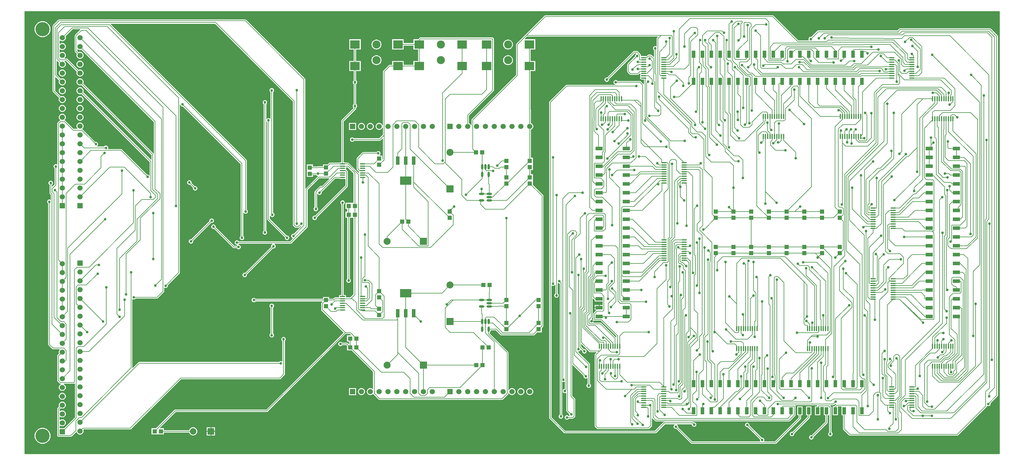
<source format=gtl>
G04 Layer_Physical_Order=1*
G04 Layer_Color=255*
%FSLAX25Y25*%
%MOIN*%
G70*
G01*
G75*
%ADD10R,0.03937X0.09449*%
%ADD11R,0.12598X0.09449*%
%ADD12R,0.05000X0.05000*%
%ADD13O,0.02362X0.06102*%
%ADD14R,0.05000X0.05000*%
%ADD15O,0.06102X0.02362*%
%ADD16O,0.06102X0.01378*%
%ADD17R,0.03937X0.07874*%
%ADD18R,0.07874X0.03937*%
%ADD19R,0.11024X0.09449*%
%ADD20O,0.06299X0.01378*%
%ADD21O,0.01378X0.06299*%
%ADD22C,0.00700*%
%ADD23C,0.01000*%
%ADD24R,0.07874X0.07874*%
%ADD25C,0.07874*%
%ADD26R,0.07874X0.07874*%
%ADD27C,0.07284*%
%ADD28R,0.07284X0.07284*%
%ADD29C,0.16000*%
%ADD30C,0.05906*%
%ADD31R,0.05906X0.05906*%
%ADD32R,0.05906X0.05906*%
%ADD33C,0.09100*%
%ADD34C,0.03000*%
G36*
X1100000Y0D02*
X0D01*
Y500000D01*
X1100000D01*
Y0D01*
D02*
G37*
%LPC*%
G36*
X20000Y489044D02*
X18236Y488870D01*
X16539Y488355D01*
X14976Y487519D01*
X13605Y486395D01*
X12481Y485024D01*
X11645Y483461D01*
X11130Y481764D01*
X10956Y480000D01*
X11130Y478236D01*
X11645Y476539D01*
X12481Y474976D01*
X13605Y473605D01*
X14976Y472481D01*
X16539Y471645D01*
X18236Y471130D01*
X20000Y470957D01*
X21764Y471130D01*
X23461Y471645D01*
X25024Y472481D01*
X26395Y473605D01*
X27519Y474976D01*
X28355Y476539D01*
X28870Y478236D01*
X29043Y480000D01*
X28870Y481764D01*
X28355Y483461D01*
X27519Y485024D01*
X26395Y486395D01*
X25024Y487519D01*
X23461Y488355D01*
X21764Y488870D01*
X20000Y489044D01*
D02*
G37*
G36*
X545483Y468213D02*
X544035Y468022D01*
X542685Y467463D01*
X541525Y466573D01*
X540635Y465414D01*
X540076Y464064D01*
X539886Y462615D01*
X540076Y461166D01*
X540635Y459816D01*
X541525Y458657D01*
X542685Y457767D01*
X544035Y457208D01*
X545483Y457017D01*
X546932Y457208D01*
X548282Y457767D01*
X549442Y458657D01*
X550331Y459816D01*
X550890Y461166D01*
X551081Y462615D01*
X550890Y464064D01*
X550331Y465414D01*
X549442Y466573D01*
X548282Y467463D01*
X546932Y468022D01*
X545483Y468213D01*
D02*
G37*
G36*
X396983D02*
X395535Y468022D01*
X394184Y467463D01*
X393025Y466573D01*
X392136Y465414D01*
X391576Y464064D01*
X391386Y462615D01*
X391576Y461166D01*
X392136Y459816D01*
X393025Y458657D01*
X394184Y457767D01*
X395535Y457208D01*
X396983Y457017D01*
X398432Y457208D01*
X399782Y457767D01*
X400942Y458657D01*
X401831Y459816D01*
X402390Y461166D01*
X402581Y462615D01*
X402390Y464064D01*
X401831Y465414D01*
X400942Y466573D01*
X399782Y467463D01*
X398432Y468022D01*
X396983Y468213D01*
D02*
G37*
G36*
X545483Y450496D02*
X544035Y450306D01*
X542685Y449746D01*
X541525Y448857D01*
X540635Y447697D01*
X540076Y446347D01*
X539886Y444898D01*
X540076Y443450D01*
X540635Y442100D01*
X541525Y440940D01*
X542685Y440051D01*
X544035Y439491D01*
X545483Y439300D01*
X546932Y439491D01*
X548282Y440051D01*
X549442Y440940D01*
X550331Y442100D01*
X550890Y443450D01*
X551081Y444898D01*
X550890Y446347D01*
X550331Y447697D01*
X549442Y448857D01*
X548282Y449746D01*
X546932Y450306D01*
X545483Y450496D01*
D02*
G37*
G36*
X396983D02*
X395535Y450306D01*
X394184Y449746D01*
X393025Y448857D01*
X392136Y447697D01*
X391576Y446347D01*
X391386Y444898D01*
X391576Y443450D01*
X392136Y442100D01*
X393025Y440940D01*
X394184Y440051D01*
X395535Y439491D01*
X396983Y439300D01*
X398432Y439491D01*
X399782Y440051D01*
X400942Y440940D01*
X401831Y442100D01*
X402390Y443450D01*
X402581Y444898D01*
X402390Y446347D01*
X401831Y447697D01*
X400942Y448857D01*
X399782Y449746D01*
X398432Y450306D01*
X396983Y450496D01*
D02*
G37*
G36*
X62300Y444387D02*
X61268Y444251D01*
X60307Y443853D01*
X59481Y443219D01*
X58847Y442393D01*
X58449Y441432D01*
X58313Y440400D01*
X58449Y439368D01*
X58847Y438407D01*
X59481Y437581D01*
X60307Y436947D01*
X61268Y436549D01*
X62300Y436413D01*
X63332Y436549D01*
X64293Y436947D01*
X65119Y437581D01*
X65753Y438407D01*
X66151Y439368D01*
X66287Y440400D01*
X66151Y441432D01*
X65753Y442393D01*
X65119Y443219D01*
X64293Y443853D01*
X63332Y444251D01*
X62300Y444387D01*
D02*
G37*
G36*
X42300Y434387D02*
X41268Y434251D01*
X40307Y433853D01*
X39481Y433219D01*
X38847Y432393D01*
X38449Y431432D01*
X38313Y430400D01*
X38449Y429368D01*
X38847Y428407D01*
X39481Y427581D01*
X40307Y426947D01*
X41268Y426549D01*
X42300Y426413D01*
X43332Y426549D01*
X44293Y426947D01*
X45119Y427581D01*
X45753Y428407D01*
X46151Y429368D01*
X46287Y430400D01*
X46151Y431432D01*
X45753Y432393D01*
X45119Y433219D01*
X44293Y433853D01*
X43332Y434251D01*
X42300Y434387D01*
D02*
G37*
G36*
Y414387D02*
X41268Y414251D01*
X40307Y413853D01*
X39481Y413219D01*
X38847Y412393D01*
X38449Y411432D01*
X38313Y410400D01*
X38449Y409368D01*
X38847Y408407D01*
X39481Y407581D01*
X40307Y406947D01*
X41268Y406549D01*
X42300Y406413D01*
X43332Y406549D01*
X44293Y406947D01*
X45119Y407581D01*
X45753Y408407D01*
X46151Y409368D01*
X46287Y410400D01*
X46151Y411432D01*
X45753Y412393D01*
X45119Y413219D01*
X44293Y413853D01*
X43332Y414251D01*
X42300Y414387D01*
D02*
G37*
G36*
X62300Y404387D02*
X61268Y404251D01*
X60307Y403853D01*
X59481Y403219D01*
X58847Y402393D01*
X58449Y401432D01*
X58313Y400400D01*
X58449Y399368D01*
X58847Y398407D01*
X59481Y397581D01*
X60307Y396947D01*
X61268Y396549D01*
X62300Y396413D01*
X63332Y396549D01*
X64293Y396947D01*
X65119Y397581D01*
X65753Y398407D01*
X66151Y399368D01*
X66287Y400400D01*
X66151Y401432D01*
X65753Y402393D01*
X65119Y403219D01*
X64293Y403853D01*
X63332Y404251D01*
X62300Y404387D01*
D02*
G37*
G36*
Y394387D02*
X61268Y394251D01*
X60307Y393853D01*
X59481Y393219D01*
X58847Y392393D01*
X58449Y391432D01*
X58313Y390400D01*
X58449Y389368D01*
X58847Y388407D01*
X59481Y387581D01*
X60307Y386947D01*
X61268Y386549D01*
X62300Y386413D01*
X63332Y386549D01*
X64293Y386947D01*
X65119Y387581D01*
X65753Y388407D01*
X66151Y389368D01*
X66287Y390400D01*
X66151Y391432D01*
X65753Y392393D01*
X65119Y393219D01*
X64293Y393853D01*
X63332Y394251D01*
X62300Y394387D01*
D02*
G37*
G36*
X42300D02*
X41268Y394251D01*
X40307Y393853D01*
X39481Y393219D01*
X38847Y392393D01*
X38449Y391432D01*
X38313Y390400D01*
X38449Y389368D01*
X38847Y388407D01*
X39481Y387581D01*
X40307Y386947D01*
X41268Y386549D01*
X42300Y386413D01*
X43332Y386549D01*
X44293Y386947D01*
X45119Y387581D01*
X45753Y388407D01*
X46151Y389368D01*
X46287Y390400D01*
X46151Y391432D01*
X45753Y392393D01*
X45119Y393219D01*
X44293Y393853D01*
X43332Y394251D01*
X42300Y394387D01*
D02*
G37*
G36*
X278800Y413349D02*
X277824Y413155D01*
X276998Y412602D01*
X276445Y411775D01*
X276251Y410800D01*
X276445Y409825D01*
X276998Y408998D01*
X277424Y408713D01*
Y378784D01*
X276945Y378639D01*
X276902Y378702D01*
X276076Y379255D01*
X275100Y379449D01*
X274125Y379255D01*
X273298Y378702D01*
X272976Y378222D01*
X272477Y378373D01*
Y395113D01*
X272902Y395398D01*
X273455Y396224D01*
X273649Y397200D01*
X273455Y398176D01*
X272902Y399002D01*
X272076Y399555D01*
X271100Y399749D01*
X270125Y399555D01*
X269298Y399002D01*
X268745Y398176D01*
X268551Y397200D01*
X268745Y396224D01*
X269298Y395398D01*
X269724Y395113D01*
Y252087D01*
X269298Y251802D01*
X268745Y250975D01*
X268551Y250000D01*
X268745Y249025D01*
X269298Y248198D01*
X270125Y247645D01*
X271100Y247451D01*
X272076Y247645D01*
X272902Y248198D01*
X273455Y249025D01*
X273649Y250000D01*
X273455Y250975D01*
X272902Y251802D01*
X272477Y252087D01*
Y375427D01*
X272976Y375578D01*
X273298Y375098D01*
X273724Y374813D01*
Y265000D01*
X273828Y264473D01*
X274127Y264027D01*
X293651Y244502D01*
X293551Y244000D01*
X293745Y243024D01*
X294298Y242198D01*
X295125Y241645D01*
X296100Y241451D01*
X297076Y241645D01*
X297902Y242198D01*
X298455Y243024D01*
X298649Y244000D01*
X298455Y244975D01*
X297902Y245802D01*
X297076Y246355D01*
X296100Y246549D01*
X295598Y246449D01*
X276477Y265570D01*
Y269320D01*
X276976Y269369D01*
X277045Y269024D01*
X277598Y268198D01*
X278425Y267645D01*
X279400Y267451D01*
X280376Y267645D01*
X281202Y268198D01*
X281755Y269024D01*
X281949Y270000D01*
X281755Y270975D01*
X281202Y271802D01*
X280376Y272355D01*
X280176Y272394D01*
Y408713D01*
X280602Y408998D01*
X281155Y409825D01*
X281349Y410800D01*
X281155Y411775D01*
X280602Y412602D01*
X279776Y413155D01*
X278800Y413349D01*
D02*
G37*
G36*
X62300Y384387D02*
X61268Y384251D01*
X60307Y383853D01*
X59481Y383219D01*
X58847Y382393D01*
X58449Y381432D01*
X58313Y380400D01*
X58449Y379368D01*
X58847Y378407D01*
X59481Y377581D01*
X60307Y376947D01*
X61268Y376549D01*
X62300Y376413D01*
X63332Y376549D01*
X64293Y376947D01*
X65119Y377581D01*
X65753Y378407D01*
X66151Y379368D01*
X66287Y380400D01*
X66151Y381432D01*
X65753Y382393D01*
X65119Y383219D01*
X64293Y383853D01*
X63332Y384251D01*
X62300Y384387D01*
D02*
G37*
G36*
X844346Y495576D02*
X587500D01*
X586973Y495472D01*
X586527Y495173D01*
X565227Y473873D01*
X565227Y473873D01*
X555127Y463773D01*
X554828Y463327D01*
X554724Y462800D01*
Y428370D01*
X504627Y378273D01*
X504328Y377827D01*
X504223Y377300D01*
Y371439D01*
X503723Y371340D01*
X503453Y371993D01*
X502819Y372819D01*
X501993Y373453D01*
X501376Y373708D01*
Y382130D01*
X529073Y409827D01*
X529372Y410273D01*
X529476Y410800D01*
Y469100D01*
X529372Y469627D01*
X529073Y470073D01*
X528627Y470372D01*
X528100Y470476D01*
X446300D01*
X445773Y470372D01*
X445327Y470073D01*
X445327Y470073D01*
X444227Y468973D01*
X443928Y468527D01*
X443928Y468524D01*
X438688D01*
Y464177D01*
X427712D01*
Y468524D01*
X414688D01*
Y457076D01*
X427712D01*
Y461423D01*
X438688D01*
Y457076D01*
X443823D01*
Y444024D01*
X438688D01*
Y439677D01*
X427712D01*
Y444024D01*
X414688D01*
Y439677D01*
X411900D01*
X411900Y439677D01*
X411373Y439572D01*
X410927Y439273D01*
X410927Y439273D01*
X404627Y432973D01*
X404328Y432527D01*
X404223Y432000D01*
Y371439D01*
X403723Y371340D01*
X403453Y371993D01*
X402819Y372819D01*
X401993Y373453D01*
X401032Y373851D01*
X400000Y373987D01*
X398968Y373851D01*
X398007Y373453D01*
X397181Y372819D01*
X396547Y371993D01*
X396149Y371032D01*
X396013Y370000D01*
X396149Y368968D01*
X396547Y368007D01*
X397181Y367181D01*
X398007Y366547D01*
X398968Y366149D01*
X400000Y366013D01*
X401032Y366149D01*
X401993Y366547D01*
X402819Y367181D01*
X403453Y368007D01*
X403723Y368660D01*
X404223Y368561D01*
Y360570D01*
X400130Y356476D01*
X371587D01*
X371302Y356902D01*
X370476Y357455D01*
X369500Y357649D01*
X368525Y357455D01*
X367698Y356902D01*
X367145Y356076D01*
X366951Y355100D01*
X367145Y354124D01*
X367698Y353298D01*
X368525Y352745D01*
X369500Y352551D01*
X370476Y352745D01*
X371302Y353298D01*
X371587Y353724D01*
X400700D01*
X401227Y353828D01*
X401673Y354127D01*
X403762Y356215D01*
X404223Y356024D01*
Y332800D01*
X404000Y332626D01*
X403500Y332870D01*
Y337000D01*
X400758D01*
X400607Y337500D01*
X400902Y337698D01*
X401455Y338525D01*
X401649Y339500D01*
X401455Y340476D01*
X400902Y341302D01*
X400075Y341855D01*
X399100Y342049D01*
X398125Y341855D01*
X397298Y341302D01*
X397013Y340877D01*
X382100D01*
X381573Y340772D01*
X381127Y340473D01*
X375027Y334373D01*
X374728Y333927D01*
X374623Y333400D01*
Y322000D01*
X374728Y321473D01*
X375027Y321027D01*
X377027Y319027D01*
X377274Y318862D01*
X377453Y318314D01*
X377448Y318224D01*
X377366Y318100D01*
X377314Y317840D01*
X376771Y317675D01*
X365796Y328650D01*
X365350Y328949D01*
X364823Y329054D01*
X362023D01*
X361702Y329268D01*
X361043Y329399D01*
X359977D01*
Y375630D01*
X373673Y389327D01*
X373972Y389773D01*
X374077Y390300D01*
Y391013D01*
X374502Y391298D01*
X375055Y392125D01*
X375249Y393100D01*
X375055Y394075D01*
X374502Y394902D01*
X374077Y395187D01*
Y417913D01*
X374502Y418198D01*
X375055Y419025D01*
X375249Y420000D01*
X375055Y420975D01*
X374502Y421802D01*
X374077Y422087D01*
Y432576D01*
X379212D01*
Y444024D01*
X374077D01*
Y457076D01*
X379212D01*
Y468524D01*
X366188D01*
Y457076D01*
X371323D01*
Y444024D01*
X366188D01*
Y432576D01*
X371323D01*
Y422087D01*
X370898Y421802D01*
X370345Y420975D01*
X370151Y420000D01*
X370345Y419025D01*
X370898Y418198D01*
X371323Y417913D01*
Y395187D01*
X370898Y394902D01*
X370345Y394075D01*
X370151Y393100D01*
X370345Y392125D01*
X370898Y391298D01*
X370994Y391233D01*
X371050Y390596D01*
X357627Y377173D01*
X357328Y376727D01*
X357224Y376200D01*
Y329399D01*
X356319D01*
X355660Y329268D01*
X355339Y329054D01*
X344177D01*
X343651Y328949D01*
X343204Y328650D01*
X341553Y327000D01*
X336500D01*
Y324876D01*
X330900D01*
X330397Y324777D01*
X325200D01*
Y326900D01*
X318200D01*
Y319900D01*
Y312900D01*
X325200D01*
Y315023D01*
X328880D01*
X329098Y314698D01*
X329925Y314145D01*
X330663Y313998D01*
X330740Y313874D01*
X330817Y313463D01*
X316976Y299623D01*
X316476Y299830D01*
Y423300D01*
X316476Y423300D01*
X316372Y423827D01*
X316073Y424273D01*
X249873Y490473D01*
X249427Y490772D01*
X248900Y490876D01*
X38707D01*
X38707Y490876D01*
X38180Y490772D01*
X37734Y490473D01*
X37734Y490473D01*
X31827Y484566D01*
X31528Y484120D01*
X31424Y483593D01*
Y409900D01*
X31528Y409373D01*
X31827Y408927D01*
X38705Y402049D01*
X38449Y401432D01*
X38313Y400400D01*
X38449Y399368D01*
X38847Y398407D01*
X39481Y397581D01*
X40307Y396947D01*
X41268Y396549D01*
X42300Y396413D01*
X43332Y396549D01*
X44293Y396947D01*
X45119Y397581D01*
X45753Y398407D01*
X46151Y399368D01*
X46287Y400400D01*
X46151Y401432D01*
X45753Y402393D01*
X45119Y403219D01*
X44293Y403853D01*
X43332Y404251D01*
X42300Y404387D01*
X41268Y404251D01*
X40651Y403995D01*
X34176Y410470D01*
Y425924D01*
X34638Y426115D01*
X38705Y422049D01*
X38449Y421432D01*
X38313Y420400D01*
X38449Y419368D01*
X38847Y418407D01*
X39481Y417581D01*
X40307Y416947D01*
X41268Y416549D01*
X42300Y416413D01*
X43332Y416549D01*
X44293Y416947D01*
X45119Y417581D01*
X45753Y418407D01*
X46151Y419368D01*
X46287Y420400D01*
X46151Y421432D01*
X45753Y422393D01*
X45119Y423219D01*
X44293Y423853D01*
X43332Y424251D01*
X42300Y424387D01*
X41268Y424251D01*
X40651Y423995D01*
X35876Y428770D01*
Y444224D01*
X36338Y444415D01*
X38705Y442049D01*
X38449Y441432D01*
X38313Y440400D01*
X38449Y439368D01*
X38847Y438407D01*
X39481Y437581D01*
X40307Y436947D01*
X41268Y436549D01*
X42300Y436413D01*
X43332Y436549D01*
X44293Y436947D01*
X45119Y437581D01*
X45753Y438407D01*
X46151Y439368D01*
X46287Y440400D01*
X46151Y441432D01*
X45753Y442393D01*
X45119Y443219D01*
X44722Y443524D01*
X44892Y444024D01*
X46730D01*
X58705Y432049D01*
X58449Y431432D01*
X58313Y430400D01*
X58449Y429368D01*
X58847Y428407D01*
X59481Y427581D01*
X60307Y426947D01*
X61268Y426549D01*
X62300Y426413D01*
X63332Y426549D01*
X64293Y426947D01*
X65119Y427581D01*
X65753Y428407D01*
X66151Y429368D01*
X66287Y430400D01*
X66151Y431432D01*
X65753Y432393D01*
X65119Y433219D01*
X64293Y433853D01*
X63332Y434251D01*
X62300Y434387D01*
X61268Y434251D01*
X60651Y433995D01*
X48273Y446373D01*
X47827Y446672D01*
X47300Y446776D01*
X44892D01*
X44722Y447276D01*
X45119Y447581D01*
X45753Y448407D01*
X46151Y449368D01*
X46287Y450400D01*
X46151Y451432D01*
X45753Y452393D01*
X45119Y453219D01*
X44293Y453853D01*
X43332Y454251D01*
X42300Y454387D01*
X41268Y454251D01*
X40307Y453853D01*
X39776Y453446D01*
X39276Y453692D01*
Y457107D01*
X39776Y457354D01*
X40307Y456947D01*
X41268Y456549D01*
X42300Y456413D01*
X43332Y456549D01*
X44293Y456947D01*
X45119Y457581D01*
X45753Y458407D01*
X46151Y459368D01*
X46287Y460400D01*
X46151Y461432D01*
X45753Y462393D01*
X45119Y463219D01*
X44293Y463853D01*
X43332Y464251D01*
X42300Y464387D01*
X41268Y464251D01*
X40307Y463853D01*
X39776Y463446D01*
X39276Y463693D01*
Y467107D01*
X39776Y467354D01*
X40307Y466947D01*
X41268Y466549D01*
X42300Y466413D01*
X43332Y466549D01*
X44293Y466947D01*
X45119Y467581D01*
X45753Y468407D01*
X46151Y469368D01*
X46287Y470400D01*
X46151Y471432D01*
X45895Y472049D01*
X53870Y480023D01*
X62570D01*
X62777Y479524D01*
X56827Y473573D01*
X56528Y473127D01*
X56424Y472600D01*
Y454900D01*
X56528Y454373D01*
X56827Y453927D01*
X58705Y452049D01*
X58449Y451432D01*
X58313Y450400D01*
X58449Y449368D01*
X58847Y448407D01*
X59481Y447581D01*
X60307Y446947D01*
X61268Y446549D01*
X62300Y446413D01*
X63332Y446549D01*
X64293Y446947D01*
X65119Y447581D01*
X65753Y448407D01*
X66151Y449368D01*
X66287Y450400D01*
X66151Y451432D01*
X65753Y452393D01*
X65119Y453219D01*
X64293Y453853D01*
X63332Y454251D01*
X62300Y454387D01*
X61268Y454251D01*
X60651Y453995D01*
X59176Y455470D01*
Y457184D01*
X59676Y457431D01*
X60307Y456947D01*
X61268Y456549D01*
X62300Y456413D01*
X63332Y456549D01*
X63949Y456805D01*
X145723Y375030D01*
Y339614D01*
X145533Y339492D01*
X145223Y339423D01*
X65895Y418751D01*
X66151Y419368D01*
X66287Y420400D01*
X66151Y421432D01*
X65753Y422393D01*
X65119Y423219D01*
X64293Y423853D01*
X63332Y424251D01*
X62300Y424387D01*
X61268Y424251D01*
X60307Y423853D01*
X59481Y423219D01*
X58847Y422393D01*
X58449Y421432D01*
X58313Y420400D01*
X58449Y419368D01*
X58847Y418407D01*
X59481Y417581D01*
X60307Y416947D01*
X61268Y416549D01*
X62300Y416413D01*
X63332Y416549D01*
X63949Y416805D01*
X142952Y337801D01*
Y332347D01*
X142490Y332156D01*
X65895Y408751D01*
X66151Y409368D01*
X66287Y410400D01*
X66151Y411432D01*
X65753Y412393D01*
X65119Y413219D01*
X64293Y413853D01*
X63332Y414251D01*
X62300Y414387D01*
X61268Y414251D01*
X60307Y413853D01*
X59481Y413219D01*
X58847Y412393D01*
X58449Y411432D01*
X58313Y410400D01*
X58449Y409368D01*
X58847Y408407D01*
X59481Y407581D01*
X60307Y406947D01*
X61268Y406549D01*
X62300Y406413D01*
X63332Y406549D01*
X63949Y406805D01*
X141024Y329730D01*
Y314623D01*
X140524Y314471D01*
X140302Y314802D01*
X139476Y315355D01*
X138500Y315549D01*
X137998Y315449D01*
X109573Y343873D01*
X109127Y344172D01*
X108600Y344276D01*
X94119D01*
X93883Y344717D01*
X93955Y344825D01*
X94149Y345800D01*
X93955Y346776D01*
X93402Y347602D01*
X92576Y348155D01*
X91600Y348349D01*
X90624Y348155D01*
X89798Y347602D01*
X89513Y347177D01*
X81558D01*
X81497Y347260D01*
X81617Y347940D01*
X82002Y348198D01*
X82555Y349025D01*
X82749Y350000D01*
X82555Y350975D01*
X82002Y351802D01*
X81176Y352355D01*
X80200Y352549D01*
X79698Y352449D01*
X65373Y366773D01*
X65114Y366947D01*
X65040Y367520D01*
X65119Y367581D01*
X65753Y368407D01*
X66151Y369368D01*
X66287Y370400D01*
X66151Y371432D01*
X65753Y372393D01*
X65119Y373219D01*
X64293Y373853D01*
X63332Y374251D01*
X62300Y374387D01*
X61268Y374251D01*
X60307Y373853D01*
X59481Y373219D01*
X58847Y372393D01*
X58449Y371432D01*
X58313Y370400D01*
X58449Y369368D01*
X58847Y368407D01*
X59408Y367676D01*
X59257Y367177D01*
X55070D01*
X45873Y376373D01*
X45427Y376672D01*
X44900Y376777D01*
X44892D01*
X44722Y377276D01*
X45119Y377581D01*
X45753Y378407D01*
X46151Y379368D01*
X46287Y380400D01*
X46151Y381432D01*
X45753Y382393D01*
X45119Y383219D01*
X44293Y383853D01*
X43332Y384251D01*
X42300Y384387D01*
X41268Y384251D01*
X40307Y383853D01*
X39481Y383219D01*
X38847Y382393D01*
X38449Y381432D01*
X38313Y380400D01*
X38449Y379368D01*
X38847Y378407D01*
X39481Y377581D01*
X39893Y377265D01*
X39768Y376730D01*
X39473Y376672D01*
X39027Y376373D01*
X39027Y376373D01*
X37024Y374371D01*
X36726Y373924D01*
X36621Y373397D01*
Y327254D01*
X36180Y327018D01*
X35976Y327155D01*
X35000Y327349D01*
X34025Y327155D01*
X33198Y326602D01*
X32645Y325776D01*
X32451Y324800D01*
X32645Y323825D01*
X33198Y322998D01*
X33624Y322713D01*
Y304320D01*
X31138Y301835D01*
X30676Y302026D01*
Y304013D01*
X31102Y304298D01*
X31655Y305124D01*
X31849Y306100D01*
X31655Y307076D01*
X31102Y307902D01*
X30275Y308455D01*
X29300Y308649D01*
X28324Y308455D01*
X27498Y307902D01*
X26945Y307076D01*
X26751Y306100D01*
X26945Y305124D01*
X27498Y304298D01*
X27924Y304013D01*
Y294750D01*
X28028Y294223D01*
X28327Y293777D01*
X29324Y292780D01*
Y287319D01*
X28883Y287083D01*
X28776Y287155D01*
X27800Y287349D01*
X26825Y287155D01*
X25998Y286602D01*
X25445Y285775D01*
X25251Y284800D01*
X25445Y283824D01*
X25998Y282998D01*
X26424Y282713D01*
Y123400D01*
X26528Y122873D01*
X26827Y122427D01*
X30927Y118327D01*
X30927Y118327D01*
X31373Y118028D01*
X31900Y117923D01*
X31900Y117924D01*
X39084D01*
X39331Y117424D01*
X38847Y116793D01*
X38449Y115832D01*
X38313Y114800D01*
X38449Y113768D01*
X38705Y113151D01*
X36927Y111373D01*
X36628Y110927D01*
X36524Y110400D01*
Y82500D01*
X36628Y81973D01*
X36927Y81527D01*
X39127Y79327D01*
X39573Y79028D01*
X40100Y78924D01*
X40620D01*
X40719Y78424D01*
X40307Y78253D01*
X39481Y77619D01*
X38847Y76793D01*
X38449Y75832D01*
X38313Y74800D01*
X38449Y73768D01*
X38847Y72807D01*
X39481Y71981D01*
X40307Y71347D01*
X41268Y70949D01*
X42300Y70813D01*
X43332Y70949D01*
X44293Y71347D01*
X45119Y71981D01*
X45753Y72807D01*
X46151Y73768D01*
X46287Y74800D01*
X46151Y75832D01*
X45753Y76793D01*
X45119Y77619D01*
X44293Y78253D01*
X43881Y78424D01*
X43981Y78924D01*
X55600D01*
X56024Y79008D01*
X56524Y78738D01*
Y40970D01*
X44306Y28753D01*
X39348D01*
X39339Y31459D01*
X39839Y31706D01*
X40307Y31347D01*
X41268Y30949D01*
X42300Y30813D01*
X43332Y30949D01*
X44293Y31347D01*
X45119Y31981D01*
X45753Y32807D01*
X46151Y33768D01*
X46287Y34800D01*
X46151Y35832D01*
X45753Y36793D01*
X45119Y37619D01*
X44293Y38253D01*
X43332Y38651D01*
X42300Y38787D01*
X41268Y38651D01*
X40307Y38253D01*
X39818Y37878D01*
X39317Y38124D01*
X39306Y41485D01*
X39805Y41732D01*
X40307Y41347D01*
X41268Y40949D01*
X42300Y40813D01*
X43332Y40949D01*
X44293Y41347D01*
X45119Y41981D01*
X45753Y42807D01*
X46151Y43768D01*
X46287Y44800D01*
X46151Y45832D01*
X45753Y46793D01*
X45119Y47619D01*
X44293Y48253D01*
X43332Y48651D01*
X42300Y48787D01*
X41268Y48651D01*
X40307Y48253D01*
X39785Y47852D01*
X39284Y48098D01*
X39278Y49832D01*
X40651Y51205D01*
X41268Y50949D01*
X42300Y50813D01*
X43332Y50949D01*
X44293Y51347D01*
X45119Y51981D01*
X45753Y52807D01*
X46151Y53768D01*
X46287Y54800D01*
X46151Y55832D01*
X45753Y56793D01*
X45119Y57619D01*
X44293Y58253D01*
X43332Y58651D01*
X42300Y58787D01*
X41268Y58651D01*
X40307Y58253D01*
X39481Y57619D01*
X38847Y56793D01*
X38449Y55832D01*
X38313Y54800D01*
X38449Y53768D01*
X38705Y53151D01*
X36927Y51373D01*
X36925Y51371D01*
X36924Y51370D01*
X36777Y51149D01*
X36628Y50927D01*
X36628Y50924D01*
X36627Y50923D01*
X36576Y50662D01*
X36524Y50400D01*
X36524Y50398D01*
X36524Y50395D01*
X36624Y20295D01*
X36676Y20035D01*
X36728Y19773D01*
X36730Y19771D01*
X36730Y19769D01*
X36879Y19548D01*
X37027Y19327D01*
X37029Y19325D01*
X37030Y19323D01*
X37253Y19176D01*
X37473Y19028D01*
X37475Y19028D01*
X37477Y19027D01*
X37741Y18975D01*
X38000Y18924D01*
X51900D01*
X52427Y19028D01*
X52873Y19327D01*
X57976Y24429D01*
X58112Y24383D01*
X58470Y24217D01*
X58847Y23307D01*
X59481Y22481D01*
X60307Y21847D01*
X61268Y21449D01*
X62300Y21313D01*
X63332Y21449D01*
X64293Y21847D01*
X65119Y22481D01*
X65753Y23307D01*
X66151Y24268D01*
X66287Y25300D01*
X66151Y26332D01*
X65951Y26814D01*
X66274Y27224D01*
X119100D01*
X119627Y27328D01*
X120073Y27627D01*
X176470Y84024D01*
X288000D01*
X288527Y84128D01*
X288973Y84427D01*
X293073Y88527D01*
X293073Y88527D01*
X293372Y88973D01*
X293477Y89500D01*
X293477Y89500D01*
Y127213D01*
X293902Y127498D01*
X294455Y128324D01*
X294649Y129300D01*
X294455Y130275D01*
X293902Y131102D01*
X293075Y131655D01*
X292100Y131849D01*
X291125Y131655D01*
X290298Y131102D01*
X289745Y130275D01*
X289551Y129300D01*
X289745Y128324D01*
X290298Y127498D01*
X290723Y127213D01*
Y104552D01*
X290283Y104317D01*
X290075Y104455D01*
X289100Y104649D01*
X288124Y104455D01*
X287298Y103902D01*
X287013Y103476D01*
X129100D01*
X129100Y103477D01*
X128573Y103372D01*
X128127Y103073D01*
X128127Y103073D01*
X121863Y96809D01*
X121831Y96813D01*
X121381Y97034D01*
Y174278D01*
X121822Y174514D01*
X121924Y174445D01*
X122900Y174251D01*
X123875Y174445D01*
X124702Y174998D01*
X124987Y175424D01*
X149300D01*
X149827Y175528D01*
X150273Y175827D01*
X156923Y182477D01*
X157222Y182923D01*
X157326Y183450D01*
Y187381D01*
X157767Y187617D01*
X158025Y187445D01*
X159000Y187251D01*
X159976Y187445D01*
X160802Y187998D01*
X161355Y188824D01*
X161549Y189800D01*
X161449Y190302D01*
X174673Y203527D01*
X174972Y203973D01*
X175076Y204500D01*
Y394575D01*
X175100Y394604D01*
X175527Y394566D01*
X175625Y394528D01*
X175745Y393924D01*
X176298Y393098D01*
X177125Y392545D01*
X178100Y392351D01*
X178602Y392451D01*
X243754Y327300D01*
Y245987D01*
X243328Y245702D01*
X242775Y244876D01*
X242581Y243900D01*
X242775Y242924D01*
X243328Y242098D01*
X244155Y241545D01*
X245130Y241351D01*
X246106Y241545D01*
X246933Y242098D01*
X247485Y242924D01*
X247679Y243900D01*
X247485Y244876D01*
X246933Y245702D01*
X246507Y245987D01*
Y272331D01*
X247007Y272483D01*
X247398Y271898D01*
X248224Y271345D01*
X249200Y271151D01*
X250175Y271345D01*
X251002Y271898D01*
X251555Y272725D01*
X251749Y273700D01*
X251555Y274675D01*
X251002Y275502D01*
X250576Y275787D01*
Y331400D01*
X250472Y331927D01*
X250173Y332373D01*
X250173Y332373D01*
X96923Y485624D01*
X97130Y486124D01*
X214730D01*
X302624Y398230D01*
Y258600D01*
X302728Y258073D01*
X303027Y257627D01*
X305027Y255627D01*
X305473Y255328D01*
X306000Y255223D01*
X306000Y255223D01*
X308800D01*
X309327Y255328D01*
X309773Y255627D01*
X311569Y257423D01*
X311919Y257354D01*
X312101Y256847D01*
X303702Y248449D01*
X303200Y248549D01*
X302224Y248355D01*
X301398Y247802D01*
X300845Y246975D01*
X300651Y246000D01*
X300845Y245024D01*
X301398Y244198D01*
X302224Y243645D01*
X302433Y243603D01*
X302578Y243125D01*
X299430Y239977D01*
X241487D01*
X241202Y240402D01*
X240375Y240955D01*
X239400Y241149D01*
X238424Y240955D01*
X237598Y240402D01*
X237045Y239576D01*
X236851Y238600D01*
X237045Y237625D01*
X237598Y236798D01*
X238424Y236245D01*
X239400Y236051D01*
X239640Y236099D01*
X239835Y235628D01*
X239498Y235402D01*
X239213Y234977D01*
X236570D01*
X215449Y256098D01*
X215549Y256600D01*
X215355Y257575D01*
X214802Y258402D01*
X213976Y258955D01*
X213000Y259149D01*
X212024Y258955D01*
X211198Y258402D01*
X210645Y257575D01*
X210451Y256600D01*
X210645Y255625D01*
X211198Y254798D01*
X212024Y254245D01*
X213000Y254051D01*
X213502Y254151D01*
X235027Y232627D01*
X235473Y232328D01*
X236000Y232224D01*
X239213D01*
X239498Y231798D01*
X240324Y231245D01*
X241300Y231051D01*
X242276Y231245D01*
X243102Y231798D01*
X243655Y232625D01*
X243849Y233600D01*
X243655Y234576D01*
X243102Y235402D01*
X242276Y235955D01*
X241300Y236149D01*
X241060Y236101D01*
X240865Y236572D01*
X241202Y236798D01*
X241487Y237224D01*
X279242D01*
X279303Y237140D01*
X279183Y236460D01*
X278798Y236202D01*
X278245Y235375D01*
X278051Y234400D01*
X278151Y233898D01*
X248702Y204449D01*
X248200Y204549D01*
X247224Y204355D01*
X246398Y203802D01*
X245845Y202976D01*
X245651Y202000D01*
X245845Y201025D01*
X246398Y200198D01*
X247224Y199645D01*
X248200Y199451D01*
X249176Y199645D01*
X250002Y200198D01*
X250555Y201025D01*
X250749Y202000D01*
X250649Y202502D01*
X280098Y231951D01*
X280600Y231851D01*
X281575Y232045D01*
X282402Y232598D01*
X282955Y233424D01*
X283149Y234400D01*
X282955Y235375D01*
X282402Y236202D01*
X282017Y236460D01*
X281897Y237140D01*
X281958Y237224D01*
X300000D01*
X300527Y237328D01*
X300973Y237627D01*
X318773Y255427D01*
X319072Y255873D01*
X319177Y256400D01*
Y297930D01*
X332470Y311224D01*
X343370D01*
X343577Y310723D01*
X335530Y302677D01*
X333800D01*
X333273Y302572D01*
X332827Y302273D01*
X327527Y296973D01*
X327228Y296527D01*
X327123Y296000D01*
Y278687D01*
X326698Y278402D01*
X326145Y277575D01*
X325951Y276600D01*
X326145Y275624D01*
X326698Y274798D01*
X327524Y274245D01*
X328500Y274051D01*
X329475Y274245D01*
X330302Y274798D01*
X330855Y275624D01*
X331049Y276600D01*
X330855Y277575D01*
X330302Y278402D01*
X329876Y278687D01*
Y293794D01*
X330377Y293913D01*
X330854Y293198D01*
X331681Y292645D01*
X332657Y292451D01*
X333632Y292645D01*
X334459Y293198D01*
X335012Y294024D01*
X335206Y295000D01*
X335106Y295502D01*
X350550Y310946D01*
X355339D01*
X355660Y310732D01*
X356319Y310601D01*
X361043D01*
X361323Y310656D01*
X361824Y310257D01*
Y303151D01*
X327721Y269049D01*
X327219Y269149D01*
X326243Y268955D01*
X325416Y268402D01*
X324864Y267576D01*
X324670Y266600D01*
X324864Y265624D01*
X325416Y264798D01*
X326243Y264245D01*
X327219Y264051D01*
X328194Y264245D01*
X329021Y264798D01*
X329573Y265624D01*
X329768Y266600D01*
X329668Y267102D01*
X364173Y301608D01*
X364173Y301608D01*
X364472Y302055D01*
X364577Y302581D01*
Y318900D01*
X364472Y319427D01*
X364173Y319873D01*
X364173Y319873D01*
X363073Y320973D01*
X362757Y321184D01*
X362541Y321760D01*
X362634Y321900D01*
X362766Y322559D01*
X362634Y323218D01*
X362579Y323301D01*
X362815Y323742D01*
X364330D01*
X371124Y316948D01*
Y283500D01*
X362000D01*
Y276500D01*
X364124D01*
Y273500D01*
X362000D01*
Y266500D01*
X364124D01*
Y197587D01*
X363698Y197302D01*
X363145Y196476D01*
X362951Y195500D01*
X363145Y194525D01*
X363698Y193698D01*
X364525Y193145D01*
X365500Y192951D01*
X366476Y193145D01*
X367302Y193698D01*
X367855Y194525D01*
X368049Y195500D01*
X367855Y196476D01*
X367302Y197302D01*
X366877Y197587D01*
Y266500D01*
X371124D01*
Y180188D01*
X367430Y176495D01*
X362815D01*
X362579Y176936D01*
X362634Y177018D01*
X362766Y177677D01*
X362634Y178336D01*
X362261Y178895D01*
X361702Y179268D01*
X361043Y179399D01*
X360076D01*
Y281713D01*
X360502Y281998D01*
X361055Y282824D01*
X361249Y283800D01*
X361055Y284775D01*
X360502Y285602D01*
X359676Y286155D01*
X358700Y286349D01*
X357724Y286155D01*
X356898Y285602D01*
X356345Y284775D01*
X356151Y283800D01*
X356345Y282824D01*
X356898Y281998D01*
X357324Y281713D01*
Y179399D01*
X356319D01*
X355660Y179268D01*
X355101Y178895D01*
X354728Y178336D01*
X354597Y177677D01*
X354728Y177018D01*
X354783Y176936D01*
X354548Y176495D01*
X350118D01*
X349591Y176390D01*
X349145Y176092D01*
X347930Y174876D01*
X343500D01*
Y177000D01*
X336500D01*
Y174876D01*
X260587D01*
X260302Y175302D01*
X259475Y175855D01*
X258500Y176049D01*
X257524Y175855D01*
X256698Y175302D01*
X256145Y174476D01*
X255951Y173500D01*
X256145Y172524D01*
X256698Y171698D01*
X257524Y171145D01*
X258500Y170951D01*
X259475Y171145D01*
X260302Y171698D01*
X260587Y172124D01*
X335970D01*
X336177Y171624D01*
X335027Y170473D01*
X334728Y170027D01*
X334624Y169500D01*
Y162600D01*
X334728Y162073D01*
X335027Y161627D01*
X359700Y136953D01*
X359700Y136453D01*
X272532Y49776D01*
X169900D01*
X169900Y49777D01*
X169373Y49672D01*
X168927Y49373D01*
X148053Y28500D01*
X143000D01*
Y21500D01*
X157000D01*
Y23624D01*
X185546D01*
X185945Y22659D01*
X186689Y21689D01*
X187659Y20945D01*
X188788Y20478D01*
X190000Y20318D01*
X191212Y20478D01*
X192341Y20945D01*
X193310Y21689D01*
X194054Y22659D01*
X194522Y23788D01*
X194682Y25000D01*
X194522Y26212D01*
X194054Y27341D01*
X193310Y28310D01*
X192341Y29054D01*
X191212Y29522D01*
X190000Y29682D01*
X188788Y29522D01*
X187659Y29054D01*
X186689Y28310D01*
X185945Y27341D01*
X185546Y26376D01*
X157000D01*
Y28500D01*
X152600D01*
X152409Y28962D01*
X170470Y47024D01*
X273100D01*
X273361Y47076D01*
X273623Y47127D01*
X273625Y47128D01*
X273627Y47128D01*
X273849Y47277D01*
X274071Y47424D01*
X362468Y135324D01*
X367030D01*
X368391Y133962D01*
X368200Y133500D01*
X363800D01*
Y126500D01*
X365924D01*
Y124030D01*
X365423Y123823D01*
X364373Y124873D01*
X363927Y125172D01*
X363400Y125276D01*
X358387D01*
X358102Y125702D01*
X357276Y126255D01*
X356300Y126449D01*
X355325Y126255D01*
X354498Y125702D01*
X353945Y124875D01*
X353751Y123900D01*
X353945Y122924D01*
X354498Y122098D01*
X355325Y121545D01*
X356300Y121351D01*
X357276Y121545D01*
X358102Y122098D01*
X358387Y122524D01*
X362830D01*
X363800Y121553D01*
Y116500D01*
X368853D01*
X393124Y92230D01*
Y73216D01*
X392623Y72969D01*
X391993Y73453D01*
X391032Y73851D01*
X390000Y73987D01*
X388968Y73851D01*
X388007Y73453D01*
X387181Y72819D01*
X386547Y71993D01*
X386149Y71032D01*
X386013Y70000D01*
X386149Y68968D01*
X386547Y68007D01*
X387181Y67181D01*
X388007Y66547D01*
X388968Y66149D01*
X390000Y66013D01*
X391032Y66149D01*
X391993Y66547D01*
X392799Y67165D01*
X392837Y67179D01*
X393400Y67116D01*
X393527Y66927D01*
X399327Y61127D01*
X399773Y60828D01*
X400300Y60724D01*
X400300Y60724D01*
X538500D01*
X539027Y60828D01*
X539473Y61127D01*
X545473Y67127D01*
X545772Y67573D01*
X545877Y68100D01*
Y68319D01*
X546377Y68419D01*
X546547Y68007D01*
X547181Y67181D01*
X548007Y66547D01*
X548968Y66149D01*
X550000Y66013D01*
X551032Y66149D01*
X551993Y66547D01*
X552819Y67181D01*
X553453Y68007D01*
X553851Y68968D01*
X553987Y70000D01*
X553851Y71032D01*
X553453Y71993D01*
X552819Y72819D01*
X551993Y73453D01*
X551032Y73851D01*
X550000Y73987D01*
X548968Y73851D01*
X548007Y73453D01*
X547181Y72819D01*
X546547Y71993D01*
X546377Y71581D01*
X545877Y71680D01*
Y114140D01*
X545772Y114667D01*
X545473Y115113D01*
X525117Y135470D01*
Y136997D01*
X525313Y137128D01*
X525795Y137850D01*
X525964Y138701D01*
Y139194D01*
X531759D01*
X537027Y133927D01*
X537473Y133628D01*
X538000Y133524D01*
X574400D01*
X574927Y133628D01*
X575373Y133927D01*
X578447Y137000D01*
X583500D01*
Y142053D01*
X584873Y143427D01*
X585172Y143873D01*
X585277Y144400D01*
Y291500D01*
X585277Y291500D01*
X585172Y292027D01*
X584873Y292473D01*
X573500Y303847D01*
Y308900D01*
Y315900D01*
X571377D01*
Y320500D01*
X573500D01*
Y327500D01*
Y334500D01*
X571377D01*
Y366292D01*
X571993Y366547D01*
X572819Y367181D01*
X573453Y368007D01*
X573851Y368968D01*
X573987Y370000D01*
X573851Y371032D01*
X573453Y371993D01*
X572819Y372819D01*
X571993Y373453D01*
X571344Y373722D01*
X571076Y404506D01*
Y432576D01*
X576212D01*
Y444024D01*
X571076D01*
Y457076D01*
X576212D01*
Y468524D01*
X564424D01*
X564233Y468986D01*
X566770Y471524D01*
X714324D01*
X714515Y471062D01*
X713727Y470273D01*
X713428Y469827D01*
X713323Y469300D01*
Y460852D01*
X712883Y460617D01*
X712676Y460755D01*
X711700Y460949D01*
X710724Y460755D01*
X709898Y460202D01*
X709345Y459375D01*
X709151Y458400D01*
X709345Y457424D01*
X709898Y456598D01*
X710323Y456313D01*
Y448876D01*
X709862Y448685D01*
X707773Y450773D01*
X707327Y451072D01*
X706800Y451177D01*
X704034D01*
X703507Y451072D01*
X703061Y450773D01*
X703061Y450773D01*
X701670Y449383D01*
X701142Y449488D01*
X696221D01*
X695976Y449439D01*
X695476Y449850D01*
Y450800D01*
X695372Y451327D01*
X695073Y451773D01*
X695073Y451773D01*
X691873Y454973D01*
X691427Y455272D01*
X690900Y455376D01*
X688100D01*
X687573Y455272D01*
X687127Y454973D01*
X657502Y425349D01*
X657000Y425449D01*
X656025Y425255D01*
X655198Y424702D01*
X654645Y423876D01*
X654451Y422900D01*
X654645Y421924D01*
X655198Y421098D01*
X656025Y420545D01*
X657000Y420351D01*
X657975Y420545D01*
X658802Y421098D01*
X659355Y421924D01*
X659549Y422900D01*
X659449Y423402D01*
X688670Y452624D01*
X689968D01*
X690085Y452468D01*
X690095Y452437D01*
X689951Y451822D01*
X689398Y451452D01*
X688845Y450626D01*
X688651Y449650D01*
X688751Y449148D01*
X680477Y440873D01*
X680178Y440427D01*
X680073Y439900D01*
Y432000D01*
X680178Y431473D01*
X680477Y431027D01*
X682727Y428777D01*
X683173Y428478D01*
X683700Y428373D01*
X691889D01*
X692415Y428478D01*
X692862Y428777D01*
X694013Y429927D01*
X694176Y429902D01*
X694523Y429731D01*
X694630Y429193D01*
X695003Y428635D01*
Y428511D01*
X694630Y427952D01*
X694498Y427293D01*
X694630Y426634D01*
X695003Y426076D01*
Y425952D01*
X694630Y425393D01*
X694498Y424734D01*
X694630Y424075D01*
X695003Y423517D01*
X695562Y423143D01*
X696221Y423012D01*
X698823D01*
Y418175D01*
X698323Y418023D01*
X698323Y418023D01*
X695373Y420973D01*
X694927Y421272D01*
X694400Y421377D01*
X669187D01*
X668902Y421802D01*
X668076Y422355D01*
X667100Y422549D01*
X666124Y422355D01*
X665298Y421802D01*
X664745Y420975D01*
X664551Y420000D01*
X664745Y419025D01*
X665298Y418198D01*
X666124Y417645D01*
X666728Y417525D01*
X666766Y417427D01*
X666805Y417000D01*
X666775Y416976D01*
X611600D01*
X611600Y416976D01*
X611073Y416872D01*
X610627Y416573D01*
X610627Y416573D01*
X592427Y398373D01*
X592128Y397927D01*
X592024Y397400D01*
Y40400D01*
X592128Y39873D01*
X592427Y39427D01*
X608527Y23327D01*
X608973Y23028D01*
X609500Y22923D01*
X609500Y22924D01*
X711900D01*
X712427Y23028D01*
X712873Y23327D01*
X722670Y33124D01*
X733676D01*
X733828Y32624D01*
X733198Y32202D01*
X732645Y31376D01*
X732451Y30400D01*
X732645Y29425D01*
X733198Y28598D01*
X734024Y28045D01*
X735000Y27851D01*
X735502Y27951D01*
X752027Y11427D01*
X752027Y11427D01*
X752473Y11128D01*
X753000Y11024D01*
X847400D01*
X847927Y11128D01*
X848373Y11427D01*
X875973Y39027D01*
X875973Y39027D01*
X876272Y39473D01*
X876376Y40000D01*
Y43459D01*
X877969D01*
Y53333D01*
X872031D01*
Y43459D01*
X873624D01*
Y40570D01*
X846830Y13776D01*
X834852D01*
X834616Y14217D01*
X834755Y14424D01*
X834949Y15400D01*
X834755Y16375D01*
X834202Y17202D01*
X833375Y17755D01*
X832400Y17949D01*
X831898Y17849D01*
X817949Y31798D01*
X818049Y32300D01*
X817855Y33275D01*
X817302Y34102D01*
X816475Y34655D01*
X815500Y34849D01*
X814524Y34655D01*
X813698Y34102D01*
X813145Y33275D01*
X812951Y32300D01*
X813145Y31324D01*
X813698Y30498D01*
X814524Y29945D01*
X815500Y29751D01*
X816002Y29851D01*
X829951Y15902D01*
X829851Y15400D01*
X830045Y14424D01*
X830184Y14217D01*
X829948Y13776D01*
X753570D01*
X737449Y29898D01*
X737549Y30400D01*
X737355Y31376D01*
X736802Y32202D01*
X736172Y32624D01*
X736324Y33124D01*
X752641D01*
X752958Y32737D01*
X752951Y32700D01*
X753145Y31725D01*
X753698Y30898D01*
X754525Y30345D01*
X755500Y30151D01*
X756475Y30345D01*
X757302Y30898D01*
X757855Y31725D01*
X758049Y32700D01*
X757855Y33676D01*
X757302Y34502D01*
X756475Y35055D01*
X755500Y35249D01*
X754998Y35149D01*
X754673Y35473D01*
X754227Y35772D01*
X753700Y35876D01*
X722100D01*
X722100Y35877D01*
X721573Y35772D01*
X721127Y35473D01*
X711330Y25676D01*
X610070D01*
X594776Y40970D01*
Y189581D01*
X595217Y189817D01*
X595325Y189745D01*
X596300Y189551D01*
X597275Y189745D01*
X598102Y190298D01*
X598323Y190629D01*
X598823Y190477D01*
Y180887D01*
X598398Y180602D01*
X597845Y179776D01*
X597651Y178800D01*
X597845Y177824D01*
X598398Y176998D01*
X599225Y176445D01*
X600200Y176251D01*
X601175Y176445D01*
X602002Y176998D01*
X602555Y177824D01*
X602749Y178800D01*
X602555Y179776D01*
X602002Y180602D01*
X601577Y180887D01*
Y192548D01*
X602017Y192783D01*
X602224Y192645D01*
X603200Y192451D01*
X603344Y192480D01*
X603824Y192076D01*
Y43987D01*
X603398Y43702D01*
X602845Y42875D01*
X602651Y41900D01*
X602845Y40925D01*
X603398Y40098D01*
X604224Y39545D01*
X605200Y39351D01*
X606176Y39545D01*
X607002Y40098D01*
X607555Y40925D01*
X607749Y41900D01*
X607555Y42875D01*
X607002Y43702D01*
X606576Y43987D01*
Y80881D01*
X607017Y81117D01*
X607125Y81045D01*
X608100Y80851D01*
X609075Y81045D01*
X609283Y81183D01*
X609724Y80948D01*
Y73268D01*
X609700Y73249D01*
X608724Y73055D01*
X607898Y72502D01*
X607345Y71675D01*
X607151Y70700D01*
X607345Y69725D01*
X607898Y68898D01*
X608724Y68345D01*
X609700Y68151D01*
X610675Y68345D01*
X610983Y68550D01*
X611423Y68315D01*
Y48400D01*
X611528Y47873D01*
X611827Y47427D01*
X614451Y44802D01*
X614351Y44300D01*
X614545Y43325D01*
X614978Y42676D01*
X614747Y42176D01*
X614087D01*
X613802Y42602D01*
X612976Y43155D01*
X612000Y43349D01*
X611025Y43155D01*
X610198Y42602D01*
X609645Y41776D01*
X609451Y40800D01*
X609645Y39825D01*
X610198Y38998D01*
X611025Y38445D01*
X612000Y38251D01*
X612976Y38445D01*
X613802Y38998D01*
X614087Y39424D01*
X618600D01*
X619127Y39528D01*
X619573Y39827D01*
X620873Y41127D01*
X621172Y41573D01*
X621277Y42100D01*
X621277Y42100D01*
Y61200D01*
X621172Y61727D01*
X620873Y62173D01*
X620873Y62173D01*
X617977Y65070D01*
Y99924D01*
X618438Y100115D01*
X630851Y87702D01*
X630751Y87200D01*
X630945Y86225D01*
X631498Y85398D01*
X632325Y84845D01*
X633300Y84651D01*
X634275Y84845D01*
X634724Y85145D01*
X635223Y84877D01*
Y78787D01*
X634798Y78502D01*
X634245Y77675D01*
X634051Y76700D01*
X634245Y75725D01*
X634798Y74898D01*
X635625Y74345D01*
X636600Y74151D01*
X637575Y74345D01*
X638402Y74898D01*
X638955Y75725D01*
X639149Y76700D01*
X638955Y77675D01*
X638402Y78502D01*
X637977Y78787D01*
Y100828D01*
X637977Y100828D01*
X637872Y101355D01*
X637573Y101802D01*
X624491Y114884D01*
X624737Y115345D01*
X624900Y115312D01*
X625876Y115506D01*
X626702Y116059D01*
X627255Y116886D01*
X627339Y117307D01*
X627881Y117472D01*
X629251Y116102D01*
X629151Y115600D01*
X629345Y114625D01*
X629898Y113798D01*
X630724Y113245D01*
X631700Y113051D01*
X632676Y113245D01*
X633502Y113798D01*
X634055Y114625D01*
X634249Y115600D01*
X634055Y116576D01*
X633502Y117402D01*
X632676Y117955D01*
X631700Y118149D01*
X631198Y118049D01*
X628025Y121222D01*
Y123475D01*
X628487Y123666D01*
X637227Y114927D01*
X637227Y114927D01*
X637673Y114628D01*
X638200Y114524D01*
X644967D01*
X645158Y114062D01*
X643627Y112530D01*
X643328Y112083D01*
X643223Y111557D01*
Y31200D01*
X643328Y30673D01*
X643627Y30227D01*
X645827Y28027D01*
X646273Y27728D01*
X646800Y27624D01*
X704000D01*
X704527Y27728D01*
X704973Y28027D01*
X707573Y30627D01*
X707573Y30627D01*
X707872Y31073D01*
X707976Y31600D01*
X707976Y31600D01*
Y39584D01*
X708151Y39700D01*
X708476Y39777D01*
X711427Y36827D01*
X711427Y36827D01*
X711873Y36528D01*
X712400Y36424D01*
X863000D01*
X863527Y36528D01*
X863973Y36827D01*
X869473Y42327D01*
X869473Y42327D01*
X869772Y42773D01*
X869876Y43300D01*
Y53699D01*
X869812Y54022D01*
X870130Y54522D01*
X894217D01*
X894320Y54455D01*
X894606Y54022D01*
X894483Y53333D01*
X892031D01*
Y43459D01*
X897968D01*
Y52624D01*
X902032D01*
Y43459D01*
X903624D01*
Y35970D01*
X888402Y20749D01*
X887900Y20849D01*
X886925Y20655D01*
X886098Y20102D01*
X885545Y19275D01*
X885351Y18300D01*
X885545Y17324D01*
X886098Y16498D01*
X886925Y15945D01*
X887900Y15751D01*
X888875Y15945D01*
X889702Y16498D01*
X890255Y17324D01*
X890449Y18300D01*
X890349Y18802D01*
X905973Y34427D01*
X906272Y34873D01*
X906376Y35400D01*
Y43459D01*
X907969D01*
X908024Y42981D01*
Y24087D01*
X907598Y23802D01*
X907045Y22975D01*
X906851Y22000D01*
X907045Y21024D01*
X907598Y20198D01*
X908425Y19645D01*
X909400Y19451D01*
X910375Y19645D01*
X911202Y20198D01*
X911755Y21024D01*
X911949Y22000D01*
X911755Y22975D01*
X911202Y23802D01*
X910776Y24087D01*
Y52000D01*
X910777Y52000D01*
X910672Y52527D01*
X910373Y52973D01*
X909287Y54060D01*
X909478Y54522D01*
X912698D01*
X913225Y54626D01*
X913671Y54925D01*
X914798Y56051D01*
X915300Y55951D01*
X915858Y56062D01*
X916053Y55591D01*
X916027Y55573D01*
X914027Y53573D01*
X913866Y53333D01*
X912031D01*
Y43459D01*
X917968D01*
Y53224D01*
X922031D01*
Y43459D01*
X923624D01*
Y28000D01*
X923728Y27473D01*
X924027Y27027D01*
X930377Y20677D01*
X930377Y20677D01*
X930823Y20378D01*
X931350Y20274D01*
X931350Y20274D01*
X1052650D01*
X1053177Y20378D01*
X1053623Y20677D01*
X1085673Y52727D01*
X1085673Y52727D01*
X1085972Y53173D01*
X1086055Y53591D01*
X1086510Y53888D01*
X1086725Y53745D01*
X1087700Y53551D01*
X1088675Y53745D01*
X1089502Y54298D01*
X1090055Y55124D01*
X1090249Y56100D01*
X1090149Y56602D01*
X1098073Y64527D01*
X1098372Y64973D01*
X1098477Y65500D01*
X1098476Y65500D01*
Y472100D01*
X1098372Y472627D01*
X1098073Y473073D01*
X1090673Y480473D01*
X1090227Y480772D01*
X1089700Y480876D01*
X987900D01*
X987373Y480772D01*
X986927Y480473D01*
X984930Y478476D01*
X895500D01*
X894973Y478372D01*
X894527Y478073D01*
X887702Y471249D01*
X887200Y471349D01*
X886225Y471155D01*
X885398Y470602D01*
X884845Y469775D01*
X884651Y468800D01*
X884845Y467825D01*
X884917Y467717D01*
X884681Y467276D01*
X873216D01*
X845319Y495173D01*
X844873Y495472D01*
X844346Y495576D01*
D02*
G37*
G36*
X373953Y373953D02*
X366047D01*
Y366047D01*
X373953D01*
Y373953D01*
D02*
G37*
G36*
X390000Y373987D02*
X388968Y373851D01*
X388007Y373453D01*
X387181Y372819D01*
X386547Y371993D01*
X386149Y371032D01*
X386013Y370000D01*
X386149Y368968D01*
X386547Y368007D01*
X387181Y367181D01*
X388007Y366547D01*
X388968Y366149D01*
X390000Y366013D01*
X391032Y366149D01*
X391993Y366547D01*
X392819Y367181D01*
X393453Y368007D01*
X393851Y368968D01*
X393987Y370000D01*
X393851Y371032D01*
X393453Y371993D01*
X392819Y372819D01*
X391993Y373453D01*
X391032Y373851D01*
X390000Y373987D01*
D02*
G37*
G36*
X380000D02*
X378968Y373851D01*
X378007Y373453D01*
X377181Y372819D01*
X376547Y371993D01*
X376149Y371032D01*
X376013Y370000D01*
X376149Y368968D01*
X376547Y368007D01*
X377181Y367181D01*
X378007Y366547D01*
X378968Y366149D01*
X380000Y366013D01*
X381032Y366149D01*
X381993Y366547D01*
X382819Y367181D01*
X383453Y368007D01*
X383851Y368968D01*
X383987Y370000D01*
X383851Y371032D01*
X383453Y371993D01*
X382819Y372819D01*
X381993Y373453D01*
X381032Y373851D01*
X380000Y373987D01*
D02*
G37*
G36*
X185700Y309149D02*
X184724Y308955D01*
X183898Y308402D01*
X183345Y307575D01*
X183151Y306600D01*
X183345Y305625D01*
X183898Y304798D01*
X184724Y304245D01*
X185700Y304051D01*
X186202Y304151D01*
X189851Y300502D01*
X189751Y300000D01*
X189945Y299025D01*
X190498Y298198D01*
X191324Y297645D01*
X192300Y297451D01*
X193275Y297645D01*
X194102Y298198D01*
X194655Y299025D01*
X194849Y300000D01*
X194655Y300975D01*
X194102Y301802D01*
X193275Y302355D01*
X192300Y302549D01*
X191798Y302449D01*
X188149Y306098D01*
X188249Y306600D01*
X188055Y307575D01*
X187502Y308402D01*
X186676Y308955D01*
X185700Y309149D01*
D02*
G37*
G36*
X210900Y265949D02*
X209925Y265755D01*
X209098Y265202D01*
X208545Y264375D01*
X208351Y263400D01*
X208451Y262898D01*
X188002Y242449D01*
X187500Y242549D01*
X186524Y242355D01*
X185698Y241802D01*
X185145Y240975D01*
X184951Y240000D01*
X185145Y239024D01*
X185698Y238198D01*
X186524Y237645D01*
X187500Y237451D01*
X188476Y237645D01*
X189302Y238198D01*
X189855Y239024D01*
X190049Y240000D01*
X189949Y240502D01*
X210398Y260951D01*
X210900Y260851D01*
X211876Y261045D01*
X212702Y261598D01*
X213255Y262424D01*
X213449Y263400D01*
X213255Y264375D01*
X212702Y265202D01*
X211876Y265755D01*
X210900Y265949D01*
D02*
G37*
G36*
X278800Y169649D02*
X277824Y169455D01*
X276998Y168902D01*
X276445Y168076D01*
X276251Y167100D01*
X276445Y166124D01*
X276998Y165298D01*
X277424Y165013D01*
Y135887D01*
X276998Y135602D01*
X276445Y134775D01*
X276251Y133800D01*
X276445Y132825D01*
X276998Y131998D01*
X277824Y131445D01*
X278800Y131251D01*
X279776Y131445D01*
X280602Y131998D01*
X281155Y132825D01*
X281349Y133800D01*
X281155Y134775D01*
X280602Y135602D01*
X280176Y135887D01*
Y165013D01*
X280602Y165298D01*
X281155Y166124D01*
X281349Y167100D01*
X281155Y168076D01*
X280602Y168902D01*
X279776Y169455D01*
X278800Y169649D01*
D02*
G37*
G36*
X373953Y73953D02*
X366047D01*
Y66047D01*
X373953D01*
Y73953D01*
D02*
G37*
G36*
X570000Y73987D02*
X568968Y73851D01*
X568007Y73453D01*
X567181Y72819D01*
X566547Y71993D01*
X566149Y71032D01*
X566013Y70000D01*
X566149Y68968D01*
X566547Y68007D01*
X567181Y67181D01*
X568007Y66547D01*
X568968Y66149D01*
X570000Y66013D01*
X571032Y66149D01*
X571993Y66547D01*
X572819Y67181D01*
X573453Y68007D01*
X573851Y68968D01*
X573987Y70000D01*
X573851Y71032D01*
X573453Y71993D01*
X572819Y72819D01*
X571993Y73453D01*
X571032Y73851D01*
X570000Y73987D01*
D02*
G37*
G36*
X560000D02*
X558968Y73851D01*
X558007Y73453D01*
X557181Y72819D01*
X556547Y71993D01*
X556149Y71032D01*
X556013Y70000D01*
X556149Y68968D01*
X556547Y68007D01*
X557181Y67181D01*
X558007Y66547D01*
X558968Y66149D01*
X560000Y66013D01*
X561032Y66149D01*
X561993Y66547D01*
X562819Y67181D01*
X563453Y68007D01*
X563851Y68968D01*
X563987Y70000D01*
X563851Y71032D01*
X563453Y71993D01*
X562819Y72819D01*
X561993Y73453D01*
X561032Y73851D01*
X560000Y73987D01*
D02*
G37*
G36*
X380000D02*
X378968Y73851D01*
X378007Y73453D01*
X377181Y72819D01*
X376547Y71993D01*
X376149Y71032D01*
X376013Y70000D01*
X376149Y68968D01*
X376547Y68007D01*
X377181Y67181D01*
X378007Y66547D01*
X378968Y66149D01*
X380000Y66013D01*
X381032Y66149D01*
X381993Y66547D01*
X382819Y67181D01*
X383453Y68007D01*
X383851Y68968D01*
X383987Y70000D01*
X383851Y71032D01*
X383453Y71993D01*
X382819Y72819D01*
X381993Y73453D01*
X381032Y73851D01*
X380000Y73987D01*
D02*
G37*
G36*
X42300Y68787D02*
X41268Y68651D01*
X40307Y68253D01*
X39481Y67619D01*
X38847Y66793D01*
X38449Y65832D01*
X38313Y64800D01*
X38449Y63768D01*
X38847Y62807D01*
X39481Y61981D01*
X40307Y61347D01*
X41268Y60949D01*
X42300Y60813D01*
X43332Y60949D01*
X44293Y61347D01*
X45119Y61981D01*
X45753Y62807D01*
X46151Y63768D01*
X46287Y64800D01*
X46151Y65832D01*
X45753Y66793D01*
X45119Y67619D01*
X44293Y68253D01*
X43332Y68651D01*
X42300Y68787D01*
D02*
G37*
G36*
X214642Y29642D02*
X210500D01*
Y25500D01*
X214642D01*
Y29642D01*
D02*
G37*
G36*
X209500D02*
X205358D01*
Y25500D01*
X209500D01*
Y29642D01*
D02*
G37*
G36*
X887969Y53333D02*
X882032D01*
Y43459D01*
X883624D01*
Y41570D01*
X866602Y24549D01*
X866100Y24649D01*
X865125Y24455D01*
X864298Y23902D01*
X863745Y23076D01*
X863551Y22100D01*
X863745Y21125D01*
X864298Y20298D01*
X865125Y19745D01*
X866100Y19551D01*
X867075Y19745D01*
X867902Y20298D01*
X868455Y21125D01*
X868649Y22100D01*
X868549Y22602D01*
X885973Y40027D01*
X885973Y40027D01*
X886272Y40473D01*
X886376Y41000D01*
X886376Y41000D01*
Y43459D01*
X887969D01*
Y53333D01*
D02*
G37*
G36*
X214642Y24500D02*
X210500D01*
Y20358D01*
X214642D01*
Y24500D01*
D02*
G37*
G36*
X209500D02*
X205358D01*
Y20358D01*
X209500D01*
Y24500D01*
D02*
G37*
G36*
X20000Y29043D02*
X18236Y28870D01*
X16539Y28355D01*
X14976Y27519D01*
X13605Y26395D01*
X12481Y25024D01*
X11645Y23461D01*
X11130Y21764D01*
X10956Y20000D01*
X11130Y18236D01*
X11645Y16539D01*
X12481Y14976D01*
X13605Y13605D01*
X14976Y12481D01*
X16539Y11645D01*
X18236Y11130D01*
X20000Y10956D01*
X21764Y11130D01*
X23461Y11645D01*
X25024Y12481D01*
X26395Y13605D01*
X27519Y14976D01*
X28355Y16539D01*
X28870Y18236D01*
X29043Y20000D01*
X28870Y21764D01*
X28355Y23461D01*
X27519Y25024D01*
X26395Y26395D01*
X25024Y27519D01*
X23461Y28355D01*
X21764Y28870D01*
X20000Y29043D01*
D02*
G37*
%LPD*%
G36*
X643027Y174027D02*
X643027Y174027D01*
X643459Y173738D01*
Y172031D01*
X652323D01*
Y167968D01*
X648896D01*
Y165000D01*
X648396D01*
Y164500D01*
X643459D01*
Y162031D01*
X644478D01*
X644685Y161531D01*
X642127Y158973D01*
X641828Y158527D01*
X641723Y158000D01*
Y151756D01*
X641477Y151557D01*
X641249Y151472D01*
X640675Y151855D01*
X639994Y151990D01*
X639830Y152533D01*
X640573Y153277D01*
X640872Y153723D01*
X640976Y154250D01*
X640976Y154250D01*
Y175424D01*
X641438Y175615D01*
X643027Y174027D01*
D02*
G37*
G36*
X643100Y150273D02*
X650207D01*
X667580Y132901D01*
Y131674D01*
X667080Y131466D01*
X650923Y147623D01*
X650477Y147922D01*
X649950Y148026D01*
X642252D01*
X642017Y148467D01*
X642055Y148524D01*
X642149Y149000D01*
X639700D01*
Y150000D01*
X642149D01*
X642136Y150069D01*
X642573Y150378D01*
X643100Y150273D01*
D02*
G37*
%LPC*%
G36*
X647896Y167968D02*
X643459D01*
Y165500D01*
X647896D01*
Y167968D01*
D02*
G37*
%LPD*%
D10*
X420945Y158583D02*
D03*
X430000D02*
D03*
X439055D02*
D03*
Y331417D02*
D03*
X430000D02*
D03*
X420945D02*
D03*
D11*
X430000Y181417D02*
D03*
Y308583D02*
D03*
D12*
X321700Y323400D02*
D03*
Y316400D02*
D03*
X400100Y176600D02*
D03*
Y183600D02*
D03*
X580000Y173500D02*
D03*
Y166500D02*
D03*
Y147500D02*
D03*
Y140500D02*
D03*
X340000Y166500D02*
D03*
Y173500D02*
D03*
X479500Y266500D02*
D03*
Y273500D02*
D03*
X570000Y312400D02*
D03*
Y305400D02*
D03*
Y331000D02*
D03*
Y324000D02*
D03*
X543500D02*
D03*
Y331000D02*
D03*
Y305400D02*
D03*
Y312400D02*
D03*
X400000Y333500D02*
D03*
Y326500D02*
D03*
X340000Y323500D02*
D03*
Y316500D02*
D03*
X400000Y156500D02*
D03*
Y163500D02*
D03*
X880000Y273500D02*
D03*
Y266500D02*
D03*
X920000Y226500D02*
D03*
Y233500D02*
D03*
X860000Y273500D02*
D03*
Y266500D02*
D03*
X900000Y226500D02*
D03*
Y233500D02*
D03*
X880000Y226500D02*
D03*
Y233500D02*
D03*
X860000Y226500D02*
D03*
Y233500D02*
D03*
X900000Y273500D02*
D03*
Y266500D02*
D03*
X820000Y273500D02*
D03*
Y266500D02*
D03*
X840000Y226500D02*
D03*
Y233500D02*
D03*
X820000Y226500D02*
D03*
Y233500D02*
D03*
X840000Y273500D02*
D03*
Y266500D02*
D03*
X800000Y226500D02*
D03*
Y233500D02*
D03*
X780000Y226500D02*
D03*
Y233500D02*
D03*
Y273500D02*
D03*
Y266500D02*
D03*
X920000D02*
D03*
Y273500D02*
D03*
X800000D02*
D03*
Y266500D02*
D03*
X543500Y166500D02*
D03*
Y173500D02*
D03*
Y140500D02*
D03*
Y147500D02*
D03*
D13*
X516260Y140571D02*
D03*
X523740D02*
D03*
X516260Y149429D02*
D03*
X520000D02*
D03*
X523740D02*
D03*
X516260Y315571D02*
D03*
X523740D02*
D03*
X516260Y324429D02*
D03*
X520000D02*
D03*
X523740D02*
D03*
D14*
X517600Y190600D02*
D03*
X524600D02*
D03*
X516500Y120000D02*
D03*
X523500D02*
D03*
X509800Y100000D02*
D03*
X516800D02*
D03*
X367300Y120000D02*
D03*
X374300D02*
D03*
X367300Y130000D02*
D03*
X374300D02*
D03*
X432900Y262200D02*
D03*
X425900D02*
D03*
X365500Y270000D02*
D03*
X372500D02*
D03*
X365500Y280000D02*
D03*
X372500D02*
D03*
X509300Y340600D02*
D03*
X516300D02*
D03*
X153500Y25000D02*
D03*
X146500D02*
D03*
D15*
X515571Y173740D02*
D03*
Y166260D02*
D03*
X524429Y173740D02*
D03*
Y170000D02*
D03*
Y166260D02*
D03*
X515571Y293740D02*
D03*
Y286260D02*
D03*
X524429Y293740D02*
D03*
Y290000D02*
D03*
Y286260D02*
D03*
D16*
X358681Y177677D02*
D03*
Y175118D02*
D03*
Y172559D02*
D03*
Y170000D02*
D03*
Y167441D02*
D03*
Y164882D02*
D03*
Y162323D02*
D03*
X381319Y177677D02*
D03*
Y175118D02*
D03*
Y172559D02*
D03*
Y170000D02*
D03*
Y167441D02*
D03*
Y164882D02*
D03*
Y162323D02*
D03*
X358681Y327677D02*
D03*
Y325118D02*
D03*
Y322559D02*
D03*
Y320000D02*
D03*
Y317441D02*
D03*
Y314882D02*
D03*
Y312323D02*
D03*
X381319Y327677D02*
D03*
Y325118D02*
D03*
Y322559D02*
D03*
Y320000D02*
D03*
Y317441D02*
D03*
Y314882D02*
D03*
Y312323D02*
D03*
D17*
X795000Y79104D02*
D03*
X775000D02*
D03*
X765000D02*
D03*
X755000D02*
D03*
X785000D02*
D03*
X835000D02*
D03*
X805000D02*
D03*
X815000D02*
D03*
X825000D02*
D03*
X845000D02*
D03*
X885000D02*
D03*
X855000D02*
D03*
X865000D02*
D03*
X875000D02*
D03*
X895000D02*
D03*
X935000D02*
D03*
X905000D02*
D03*
X915000D02*
D03*
X925000D02*
D03*
X945000D02*
D03*
Y48396D02*
D03*
X925000D02*
D03*
X915000D02*
D03*
X905000D02*
D03*
X935000D02*
D03*
X895000D02*
D03*
X875000D02*
D03*
X865000D02*
D03*
X855000D02*
D03*
X885000D02*
D03*
X845000D02*
D03*
X825000D02*
D03*
X815000D02*
D03*
X805000D02*
D03*
X835000D02*
D03*
X785000D02*
D03*
X755000D02*
D03*
X765000D02*
D03*
X775000D02*
D03*
X795000D02*
D03*
X905000Y420896D02*
D03*
X925000D02*
D03*
X935000D02*
D03*
X945000D02*
D03*
X915000D02*
D03*
X865000D02*
D03*
X895000D02*
D03*
X885000D02*
D03*
X875000D02*
D03*
X855000D02*
D03*
X815000D02*
D03*
X845000D02*
D03*
X835000D02*
D03*
X825000D02*
D03*
X805000D02*
D03*
X765000D02*
D03*
X795000D02*
D03*
X785000D02*
D03*
X775000D02*
D03*
X755000D02*
D03*
Y451604D02*
D03*
X775000D02*
D03*
X785000D02*
D03*
X795000D02*
D03*
X765000D02*
D03*
X805000D02*
D03*
X825000D02*
D03*
X835000D02*
D03*
X845000D02*
D03*
X815000D02*
D03*
X855000D02*
D03*
X875000D02*
D03*
X885000D02*
D03*
X895000D02*
D03*
X865000D02*
D03*
X915000D02*
D03*
X945000D02*
D03*
X935000D02*
D03*
X925000D02*
D03*
X905000D02*
D03*
D18*
X679104Y305000D02*
D03*
Y325000D02*
D03*
Y335000D02*
D03*
Y345000D02*
D03*
Y315000D02*
D03*
Y265000D02*
D03*
Y295000D02*
D03*
Y285000D02*
D03*
Y275000D02*
D03*
Y255000D02*
D03*
Y215000D02*
D03*
Y245000D02*
D03*
Y235000D02*
D03*
Y225000D02*
D03*
Y205000D02*
D03*
Y165000D02*
D03*
Y195000D02*
D03*
Y185000D02*
D03*
Y175000D02*
D03*
Y155000D02*
D03*
X648396D02*
D03*
Y175000D02*
D03*
Y185000D02*
D03*
Y195000D02*
D03*
Y165000D02*
D03*
Y205000D02*
D03*
Y225000D02*
D03*
Y235000D02*
D03*
Y245000D02*
D03*
Y215000D02*
D03*
Y255000D02*
D03*
Y275000D02*
D03*
Y285000D02*
D03*
Y295000D02*
D03*
Y265000D02*
D03*
Y315000D02*
D03*
Y345000D02*
D03*
Y335000D02*
D03*
Y325000D02*
D03*
Y305000D02*
D03*
X1020896Y195000D02*
D03*
Y175000D02*
D03*
Y165000D02*
D03*
Y155000D02*
D03*
Y185000D02*
D03*
Y235000D02*
D03*
Y205000D02*
D03*
Y215000D02*
D03*
Y225000D02*
D03*
Y245000D02*
D03*
Y285000D02*
D03*
Y255000D02*
D03*
Y265000D02*
D03*
Y275000D02*
D03*
Y295000D02*
D03*
Y335000D02*
D03*
Y305000D02*
D03*
Y315000D02*
D03*
Y325000D02*
D03*
Y345000D02*
D03*
X1051604D02*
D03*
Y325000D02*
D03*
Y315000D02*
D03*
Y305000D02*
D03*
Y335000D02*
D03*
Y295000D02*
D03*
Y275000D02*
D03*
Y265000D02*
D03*
Y255000D02*
D03*
Y285000D02*
D03*
Y245000D02*
D03*
Y225000D02*
D03*
Y215000D02*
D03*
Y205000D02*
D03*
Y235000D02*
D03*
Y185000D02*
D03*
Y155000D02*
D03*
Y165000D02*
D03*
Y175000D02*
D03*
Y195000D02*
D03*
D19*
X493700Y438300D02*
D03*
Y462800D02*
D03*
X445200Y438300D02*
D03*
Y462800D02*
D03*
X421200Y438300D02*
D03*
Y462800D02*
D03*
X372700Y438300D02*
D03*
Y462800D02*
D03*
X569700Y438300D02*
D03*
Y462800D02*
D03*
X521200Y438300D02*
D03*
Y462800D02*
D03*
D20*
X978681Y447766D02*
D03*
Y445207D02*
D03*
Y442648D02*
D03*
Y440089D02*
D03*
Y437530D02*
D03*
Y434970D02*
D03*
Y432411D02*
D03*
Y429852D02*
D03*
Y427293D02*
D03*
Y424734D02*
D03*
X1001319Y447766D02*
D03*
Y445207D02*
D03*
Y442648D02*
D03*
Y440089D02*
D03*
Y437530D02*
D03*
Y434970D02*
D03*
Y432411D02*
D03*
Y429852D02*
D03*
Y427293D02*
D03*
Y424734D02*
D03*
X721319Y52234D02*
D03*
Y54793D02*
D03*
Y57352D02*
D03*
Y59911D02*
D03*
Y62470D02*
D03*
Y65030D02*
D03*
Y67589D02*
D03*
Y70148D02*
D03*
Y72707D02*
D03*
Y75266D02*
D03*
X698681Y52234D02*
D03*
Y54793D02*
D03*
Y57352D02*
D03*
Y59911D02*
D03*
Y62470D02*
D03*
Y65030D02*
D03*
Y67589D02*
D03*
Y70148D02*
D03*
Y72707D02*
D03*
Y75266D02*
D03*
X721681Y329016D02*
D03*
Y326457D02*
D03*
Y323898D02*
D03*
Y321339D02*
D03*
Y318780D02*
D03*
Y316220D02*
D03*
Y313661D02*
D03*
Y311102D02*
D03*
Y308543D02*
D03*
Y305984D02*
D03*
X744319Y329016D02*
D03*
Y326457D02*
D03*
Y323898D02*
D03*
Y321339D02*
D03*
Y318780D02*
D03*
Y316220D02*
D03*
Y313661D02*
D03*
Y311102D02*
D03*
Y308543D02*
D03*
Y305984D02*
D03*
X980319Y174484D02*
D03*
Y177043D02*
D03*
Y179602D02*
D03*
Y182161D02*
D03*
Y184720D02*
D03*
Y187280D02*
D03*
Y189839D02*
D03*
Y192398D02*
D03*
Y194957D02*
D03*
Y197516D02*
D03*
X957681Y174484D02*
D03*
Y177043D02*
D03*
Y179602D02*
D03*
Y182161D02*
D03*
Y184720D02*
D03*
Y187280D02*
D03*
Y189839D02*
D03*
Y192398D02*
D03*
Y194957D02*
D03*
Y197516D02*
D03*
X698681Y447766D02*
D03*
Y445207D02*
D03*
Y442648D02*
D03*
Y440089D02*
D03*
Y437530D02*
D03*
Y434970D02*
D03*
Y432411D02*
D03*
Y429852D02*
D03*
Y427293D02*
D03*
Y424734D02*
D03*
X721319Y447766D02*
D03*
Y445207D02*
D03*
Y442648D02*
D03*
Y440089D02*
D03*
Y437530D02*
D03*
Y434970D02*
D03*
Y432411D02*
D03*
Y429852D02*
D03*
Y427293D02*
D03*
Y424734D02*
D03*
X1001319Y52234D02*
D03*
Y54793D02*
D03*
Y57352D02*
D03*
Y59911D02*
D03*
Y62470D02*
D03*
Y65030D02*
D03*
Y67589D02*
D03*
Y70148D02*
D03*
Y72707D02*
D03*
Y75266D02*
D03*
X978681Y52234D02*
D03*
Y54793D02*
D03*
Y57352D02*
D03*
Y59911D02*
D03*
Y62470D02*
D03*
Y65030D02*
D03*
Y67589D02*
D03*
Y70148D02*
D03*
Y72707D02*
D03*
Y75266D02*
D03*
X721681Y241516D02*
D03*
Y238957D02*
D03*
Y236398D02*
D03*
Y233839D02*
D03*
Y231280D02*
D03*
Y228720D02*
D03*
Y226161D02*
D03*
Y223602D02*
D03*
Y221043D02*
D03*
Y218484D02*
D03*
X744319Y241516D02*
D03*
Y238957D02*
D03*
Y236398D02*
D03*
Y233839D02*
D03*
Y231280D02*
D03*
Y228720D02*
D03*
Y226161D02*
D03*
Y223602D02*
D03*
Y221043D02*
D03*
Y218484D02*
D03*
X980319Y254484D02*
D03*
Y257043D02*
D03*
Y259602D02*
D03*
Y262161D02*
D03*
Y264720D02*
D03*
Y267280D02*
D03*
Y269839D02*
D03*
Y272398D02*
D03*
Y274957D02*
D03*
Y277516D02*
D03*
X957681Y254484D02*
D03*
Y257043D02*
D03*
Y259602D02*
D03*
Y262161D02*
D03*
Y264720D02*
D03*
Y267280D02*
D03*
Y269839D02*
D03*
Y272398D02*
D03*
Y274957D02*
D03*
Y277516D02*
D03*
D21*
X943516Y381319D02*
D03*
X940957D02*
D03*
X938398D02*
D03*
X935839D02*
D03*
X933280D02*
D03*
X930720D02*
D03*
X928161D02*
D03*
X925602D02*
D03*
X923043D02*
D03*
X920484D02*
D03*
X943516Y358681D02*
D03*
X940957D02*
D03*
X938398D02*
D03*
X935839D02*
D03*
X933280D02*
D03*
X930720D02*
D03*
X928161D02*
D03*
X925602D02*
D03*
X923043D02*
D03*
X920484D02*
D03*
X803484Y118681D02*
D03*
X806043D02*
D03*
X808602D02*
D03*
X811161D02*
D03*
X813720D02*
D03*
X816280D02*
D03*
X818839D02*
D03*
X821398D02*
D03*
X823957D02*
D03*
X826516D02*
D03*
X803484Y141319D02*
D03*
X806043D02*
D03*
X808602D02*
D03*
X811161D02*
D03*
X813720D02*
D03*
X816280D02*
D03*
X818839D02*
D03*
X821398D02*
D03*
X823957D02*
D03*
X826516D02*
D03*
X648484Y98681D02*
D03*
X651043D02*
D03*
X653602D02*
D03*
X656161D02*
D03*
X658720D02*
D03*
X661280D02*
D03*
X663839D02*
D03*
X666398D02*
D03*
X668957D02*
D03*
X671516D02*
D03*
X648484Y121319D02*
D03*
X651043D02*
D03*
X653602D02*
D03*
X656161D02*
D03*
X658720D02*
D03*
X661280D02*
D03*
X663839D02*
D03*
X666398D02*
D03*
X668957D02*
D03*
X671516D02*
D03*
X1047766Y401319D02*
D03*
X1045207D02*
D03*
X1042648D02*
D03*
X1040089D02*
D03*
X1037530D02*
D03*
X1034970D02*
D03*
X1032411D02*
D03*
X1029852D02*
D03*
X1027293D02*
D03*
X1024734D02*
D03*
X1047766Y378681D02*
D03*
X1045207D02*
D03*
X1042648D02*
D03*
X1040089D02*
D03*
X1037530D02*
D03*
X1034970D02*
D03*
X1032411D02*
D03*
X1029852D02*
D03*
X1027293D02*
D03*
X1024734D02*
D03*
X856516Y381319D02*
D03*
X853957D02*
D03*
X851398D02*
D03*
X848839D02*
D03*
X846280D02*
D03*
X843720D02*
D03*
X841161D02*
D03*
X838602D02*
D03*
X836043D02*
D03*
X833484D02*
D03*
X856516Y358681D02*
D03*
X853957D02*
D03*
X851398D02*
D03*
X848839D02*
D03*
X846280D02*
D03*
X843720D02*
D03*
X841161D02*
D03*
X838602D02*
D03*
X836043D02*
D03*
X833484D02*
D03*
X883484Y118681D02*
D03*
X886043D02*
D03*
X888602D02*
D03*
X891161D02*
D03*
X893720D02*
D03*
X896280D02*
D03*
X898839D02*
D03*
X901398D02*
D03*
X903957D02*
D03*
X906516D02*
D03*
X883484Y141319D02*
D03*
X886043D02*
D03*
X888602D02*
D03*
X891161D02*
D03*
X893720D02*
D03*
X896280D02*
D03*
X898839D02*
D03*
X901398D02*
D03*
X903957D02*
D03*
X906516D02*
D03*
X650484Y378681D02*
D03*
X653043D02*
D03*
X655602D02*
D03*
X658161D02*
D03*
X660720D02*
D03*
X663280D02*
D03*
X665839D02*
D03*
X668398D02*
D03*
X670957D02*
D03*
X673516D02*
D03*
X650484Y401319D02*
D03*
X653043D02*
D03*
X655602D02*
D03*
X658161D02*
D03*
X660720D02*
D03*
X663280D02*
D03*
X665839D02*
D03*
X668398D02*
D03*
X670957D02*
D03*
X673516D02*
D03*
X1047766Y121319D02*
D03*
X1045207D02*
D03*
X1042648D02*
D03*
X1040089D02*
D03*
X1037530D02*
D03*
X1034970D02*
D03*
X1032411D02*
D03*
X1029852D02*
D03*
X1027293D02*
D03*
X1024734D02*
D03*
X1047766Y98681D02*
D03*
X1045207D02*
D03*
X1042648D02*
D03*
X1040089D02*
D03*
X1037530D02*
D03*
X1034970D02*
D03*
X1032411D02*
D03*
X1029852D02*
D03*
X1027293D02*
D03*
X1024734D02*
D03*
D22*
X815096Y427000D02*
X817600D01*
X819300Y425300D01*
Y416581D02*
Y425300D01*
X820901Y430400D02*
X824801Y426500D01*
X818450Y430400D02*
X820901D01*
X815800Y428700D02*
X820004D01*
X821000Y388300D02*
Y427704D01*
X820600Y387900D02*
X821000Y388300D01*
X820004Y428700D02*
X821000Y427704D01*
X817600Y414881D02*
X819300Y416581D01*
X809650Y439200D02*
X818450Y430400D01*
X806700Y437800D02*
X815800Y428700D01*
X804800Y437296D02*
X815096Y427000D01*
X851400Y418050D02*
X852250Y418900D01*
X851400Y385802D02*
Y418050D01*
X851398Y385800D02*
X851400Y385802D01*
X1087700Y56100D02*
X1097100Y65500D01*
Y472100D01*
X1089700Y479500D02*
X1097100Y472100D01*
X381500Y306600D02*
Y312323D01*
X358700Y177677D02*
Y283800D01*
X1013900Y401400D02*
X1024734D01*
X1007300D02*
X1013900D01*
X1007300Y318700D02*
Y345912D01*
X943516Y359737D02*
X944337D01*
X943516Y356600D02*
X947800D01*
X957700Y254484D02*
X961400D01*
X957681D02*
X957700D01*
X959800Y151200D02*
Y174484D01*
X957700Y249500D02*
Y254484D01*
X879550Y151450D02*
Y194234D01*
Y146550D02*
Y151450D01*
X700200Y380014D02*
Y424734D01*
Y376800D02*
Y380014D01*
Y376800D02*
X701041Y375959D01*
X673516Y376800D02*
X681200D01*
X879550Y194234D02*
X883100Y190684D01*
X852834Y220950D02*
X879550Y194234D01*
X803484Y169316D02*
Y215084D01*
Y141319D02*
Y169316D01*
X721400Y75266D02*
Y153702D01*
X720558Y75266D02*
Y76792D01*
X379550Y177677D02*
Y200550D01*
X1053600Y275000D02*
Y278400D01*
X1054692Y111886D02*
Y155000D01*
X679300Y345000D02*
Y351212D01*
X719200Y297200D02*
Y305984D01*
X651900Y335000D02*
Y340600D01*
X645745Y398519D02*
X650484D01*
X647479Y345000D02*
Y360000D01*
X845000Y79954D02*
X846975D01*
X775000Y52300D02*
X778800D01*
X980200Y34100D02*
Y52234D01*
X747250Y45750D02*
X755000D01*
X898000Y381300D02*
X920484D01*
X852250Y418900D02*
X855000D01*
X1002300Y452000D02*
X1003195Y448209D01*
X1003300Y447766D01*
X866700Y451604D02*
Y453592D01*
X875000Y449100D02*
X878150D01*
X945000Y454500D02*
X949400D01*
X483740Y173740D02*
X515571D01*
X481140D02*
X483740D01*
X520000D02*
X524429D01*
X515571D02*
X520000D01*
X474600Y164600D02*
X483740Y173740D01*
X523740Y147600D02*
X528355D01*
X439055Y301145D02*
Y306945D01*
X420945Y114255D02*
Y152000D01*
Y112035D02*
Y114255D01*
X976422Y195378D02*
X976843Y194957D01*
X975600Y196200D02*
X976422Y195378D01*
X965000Y69200D02*
X965001Y69199D01*
X974100Y54793D02*
X978681D01*
X971407D02*
X974100D01*
X566200Y472900D02*
X718300D01*
X566200D02*
X587500Y494200D01*
X714028Y305472D02*
X717100Y308543D01*
X687757Y279200D02*
X714028Y305472D01*
X706093Y54793D02*
X706107D01*
X698681D02*
X706093D01*
X673700Y179017D02*
Y202100D01*
X675517Y175000D02*
Y177200D01*
X644600Y111557D02*
X648943Y115900D01*
X1023000Y349000D02*
Y357200D01*
Y345000D02*
Y349000D01*
X654600Y155000D02*
X663700D01*
X558700Y155700D02*
X576500Y173500D01*
X543500Y140500D02*
X558700Y155700D01*
X433200Y438300D02*
X445200D01*
X421200D02*
X433200D01*
X411900D02*
X421200D01*
X405600Y360000D02*
Y432000D01*
Y332100D02*
Y360000D01*
X368000Y175118D02*
X369600D01*
X358681D02*
X368000D01*
X746800Y303100D02*
Y305984D01*
X744319Y233839D02*
X750900D01*
X999300Y49202D02*
Y52234D01*
X1024000Y251600D02*
X1026300D01*
X993300D02*
X1024000D01*
X869400Y273500D02*
X880000D01*
X860000D02*
X869400D01*
X978600Y75266D02*
Y85788D01*
X896082Y222583D02*
X909300Y209365D01*
X892165Y226500D02*
X896082Y222583D01*
X900000Y226500D01*
X895000Y221500D02*
X896082Y222583D01*
X887684Y132200D02*
X889584Y134100D01*
X800000Y300600D02*
Y325600D01*
Y273500D02*
Y300600D01*
X721300Y406100D02*
Y424734D01*
X673516Y399700D02*
X688000D01*
X691800D01*
X704440Y346900D02*
X718991Y332349D01*
X695600Y355740D02*
X704440Y346900D01*
X695500Y392200D02*
X695600Y392100D01*
X688000Y399700D02*
X695500Y392200D01*
Y396000D01*
Y351400D02*
Y392200D01*
X704440Y346900D02*
X724300D01*
X700000D02*
X704440D01*
X718991Y329016D02*
Y332349D01*
X721600Y241516D02*
Y294700D01*
X778700Y137400D02*
Y138300D01*
X793100Y123900D01*
X656233Y72767D02*
X685164D01*
X474700Y328600D02*
Y330000D01*
X514700Y281600D02*
Y286260D01*
X499040D02*
X514700D01*
X985928Y429652D02*
Y441300D01*
Y427846D02*
Y429652D01*
X923043Y282443D02*
Y351357D01*
X836043Y296157D02*
Y358681D01*
Y282600D02*
Y296157D01*
X1013500Y42500D02*
X1024100D01*
X738400Y305943D02*
X739819Y307363D01*
Y301881D02*
X739900Y301800D01*
X738400Y303300D02*
X739819Y301881D01*
Y307363D01*
Y290581D02*
Y301881D01*
X372700Y393100D02*
Y420000D01*
Y438300D01*
Y390300D02*
Y393100D01*
X358600Y327677D02*
Y376200D01*
Y327677D02*
X358681D01*
X344177D02*
X358600D01*
X751300Y133600D02*
Y142500D01*
X749981Y58381D02*
Y122881D01*
Y56931D02*
Y58381D01*
X747750Y54700D02*
X749981Y56931D01*
X724143Y54700D02*
X747750D01*
X644800Y163000D02*
Y165000D01*
X957681Y182161D02*
X967761D01*
X971400Y185800D01*
X120004Y96864D02*
Y205104D01*
X63940Y40800D02*
X120004Y96864D01*
X61500Y40800D02*
X63940D01*
X57500Y36800D02*
X61500Y40800D01*
X57500Y25900D02*
Y36800D01*
X51900Y20300D02*
X57500Y25900D01*
X38000Y20300D02*
X51900D01*
X37900Y50400D02*
X38000Y20300D01*
X37900Y50400D02*
X42300Y54800D01*
X107000Y162600D02*
Y220800D01*
X126600Y240400D01*
Y265100D01*
X149600Y288100D01*
Y293500D01*
X144329Y298771D02*
X149600Y293500D01*
X144329Y298771D02*
Y338371D01*
X62300Y420400D02*
X144329Y338371D01*
X147200Y190000D02*
X154250Y197050D01*
Y378450D01*
X62300Y470400D02*
X154250Y378450D01*
X122900Y176800D02*
X149300D01*
X155950Y183450D01*
Y391750D01*
X68900Y478800D02*
X155950Y391750D01*
X64000Y478800D02*
X68900D01*
X57800Y472600D02*
X64000Y478800D01*
X57800Y454900D02*
Y472600D01*
Y454900D02*
X62300Y450400D01*
X114300Y180000D02*
Y225500D01*
X130300Y241500D01*
Y266160D01*
X152550Y288410D01*
Y293977D01*
X147100Y299427D02*
X152550Y293977D01*
X147100Y299427D02*
Y375600D01*
X62300Y460400D02*
X147100Y375600D01*
X64400Y365800D02*
X80200Y350000D01*
X54500Y365800D02*
X64400D01*
X44900Y375400D02*
X54500Y365800D01*
X40000Y375400D02*
X44900D01*
X37997Y373397D02*
X40000Y375400D01*
X37997Y219103D02*
Y373397D01*
Y219103D02*
X42300Y214800D01*
X29300Y294750D02*
Y306100D01*
Y294750D02*
X30700Y293350D01*
Y146400D02*
Y293350D01*
Y146400D02*
X42300Y134800D01*
X34500Y428200D02*
X42300Y420400D01*
X34500Y428200D02*
Y481500D01*
X40500Y487500D01*
X215300D01*
X304000Y398800D01*
Y258600D02*
Y398800D01*
Y258600D02*
X306000Y256600D01*
X308800D01*
X312200Y260000D01*
X271100Y250000D02*
Y397200D01*
X178100Y394900D02*
X245130Y327870D01*
Y243900D02*
Y327870D01*
X307100Y260000D02*
Y411100D01*
X80400Y213400D02*
X83783D01*
X62300Y195300D02*
X80400Y213400D01*
X69400Y190500D02*
X82300Y203400D01*
X60000Y190500D02*
X69400D01*
X57900Y188400D02*
X60000Y190500D01*
X57900Y169700D02*
Y188400D01*
Y169700D02*
X62300Y165300D01*
Y175300D02*
X88200Y149400D01*
X112604Y155754D02*
Y173900D01*
X72150Y115300D02*
X112604Y155754D01*
X62300Y115300D02*
X72150D01*
X278800Y133800D02*
Y167100D01*
X248200Y202000D02*
X280600Y234400D01*
X62300Y350400D02*
X66900Y345800D01*
X91600D01*
X275100Y265000D02*
Y376900D01*
Y265000D02*
X296100Y244000D01*
X33900Y297900D02*
X36200Y295600D01*
Y153700D02*
Y295600D01*
Y153700D02*
X40600Y149300D01*
X43900D01*
X46800Y146400D01*
Y129300D02*
Y146400D01*
X42300Y124800D02*
X46800Y129300D01*
X142008Y290000D02*
Y294292D01*
X112300Y324000D02*
X142008Y294292D01*
X95900Y324000D02*
X112300D01*
X62300Y290400D02*
X95900Y324000D01*
X108600Y342900D02*
X138500Y313000D01*
X74800Y342900D02*
X108600D01*
X62300Y330400D02*
X74800Y342900D01*
X42300Y470400D02*
X53300Y481400D01*
X71300D01*
X170800Y381900D01*
Y280000D02*
Y381900D01*
X62300Y25300D02*
X65600Y28600D01*
X119100D01*
X175900Y85400D01*
X288000D01*
X292100Y89500D01*
Y129300D01*
X381319Y312323D02*
X381500D01*
X765000Y374800D02*
Y420896D01*
X698681Y424734D02*
X700200D01*
X733555Y241516D02*
X744319D01*
X731450Y239411D02*
X733555Y241516D01*
X731450Y179050D02*
Y239411D01*
X730300Y177900D02*
X731450Y179050D01*
X1024734Y401319D02*
Y401400D01*
X1007300Y394800D02*
X1013900Y401400D01*
X720558Y75266D02*
X721319D01*
X716800Y80550D02*
X720558Y76792D01*
X680049Y80550D02*
X716800D01*
X671516Y89083D02*
X680049Y80550D01*
X671516Y89083D02*
Y98681D01*
X883484Y141319D02*
Y145100D01*
X881000D02*
X883484D01*
X879550Y146550D02*
X881000Y145100D01*
X879550Y151450D02*
X883100Y155000D01*
X1040500Y147300D02*
Y153750D01*
X1024734Y131534D02*
X1040500Y147300D01*
X1024734Y121319D02*
Y131534D01*
X721319Y75266D02*
X721400D01*
Y153702D02*
X731300Y163602D01*
Y176900D01*
X730300Y177900D02*
X731300Y176900D01*
X795200Y177600D02*
X803484Y169316D01*
X328500Y276600D02*
Y296000D01*
X333800Y301300D02*
X336100D01*
X352241Y317441D01*
X385100Y189100D02*
X387100Y187100D01*
Y176218D02*
Y187100D01*
X386000Y175118D02*
X387100Y176218D01*
X381319Y175118D02*
X386000D01*
X980319Y179602D02*
X1000498D01*
X1015100Y165000D01*
X1020896D01*
X976843Y257043D02*
X980319D01*
X975700Y255900D02*
X976843Y257043D01*
X975700Y242100D02*
Y255900D01*
Y242100D02*
X982800Y235000D01*
X1020896D01*
X975702Y259602D02*
X980319D01*
X974000Y257900D02*
X975702Y259602D01*
X974000Y231600D02*
Y257900D01*
Y231600D02*
X976600Y229000D01*
X992600Y245000D02*
X1020896D01*
X980319Y262161D02*
X1008939D01*
X1016100Y255000D01*
X1020896D01*
X980319Y277516D02*
X987532D01*
X1003616Y293600D01*
X1005550D01*
X1016950Y305000D01*
X1020896D01*
X1029852Y370048D02*
Y378681D01*
Y370048D02*
X1031200Y368700D01*
Y317500D02*
Y368700D01*
Y317500D02*
X1036500Y312200D01*
X1041600D01*
X1044100Y298000D02*
Y302400D01*
Y298000D02*
X1047100Y295000D01*
X1051604D01*
X1032411Y378681D02*
Y382000D01*
X1035911Y385500D01*
X1067700D01*
X1075700Y377500D01*
Y244100D02*
Y377500D01*
X1063100Y231500D02*
X1075700Y244100D01*
X1045500Y231500D02*
X1063100D01*
X1042100Y234900D02*
X1045500Y231500D01*
X1042100Y234900D02*
Y242350D01*
X1043900Y244150D01*
Y281600D01*
X1047300Y285000D01*
X1051604D01*
X1037530Y366475D02*
Y378681D01*
X1037200Y366145D02*
X1037530Y366475D01*
X1037200Y330781D02*
Y366145D01*
Y330781D02*
X1046300Y321681D01*
X1056000D01*
X1058700Y318981D01*
Y267700D02*
Y318981D01*
X1056000Y265000D02*
X1058700Y267700D01*
X1051604Y265000D02*
X1056000D01*
X1032411Y91489D02*
Y98681D01*
Y91489D02*
X1038150Y85750D01*
X1049500D01*
X1060900Y97150D01*
Y202700D01*
X1058600Y205000D02*
X1060900Y202700D01*
X1051604Y205000D02*
X1058600D01*
X1051604Y185000D02*
Y188000D01*
X1050404Y189200D02*
X1051604Y188000D01*
X1048617Y189200D02*
X1050404D01*
X1046317Y191500D02*
X1048617Y189200D01*
X1046317Y191500D02*
Y198000D01*
X1047517Y199200D01*
X1056100D01*
X1059200Y196100D01*
Y108100D02*
Y196100D01*
X1052000Y100900D02*
X1059200Y108100D01*
X1052000Y91450D02*
Y100900D01*
X1048000Y87450D02*
X1052000Y91450D01*
X1042000Y87450D02*
X1048000D01*
X1037530Y91920D02*
X1042000Y87450D01*
X1037530Y91920D02*
Y98681D01*
X1051604Y155000D02*
X1054692D01*
X1047766Y104960D02*
X1054692Y111886D01*
X1047766Y98681D02*
Y104960D01*
X712700Y323898D02*
X721681D01*
X700598Y336000D02*
X712700Y323898D01*
X693300Y336000D02*
X700598D01*
X685826Y335000D02*
X686826Y336000D01*
X679104Y335000D02*
X685826D01*
X679104Y285000D02*
X687804D01*
X713907Y311102D01*
X721681D01*
X679104Y265000D02*
X685957D01*
X712000Y238957D01*
X721681D01*
X679104Y255000D02*
X685800D01*
X704402Y236398D01*
X721681D01*
X679104Y225000D02*
X700392D01*
X704113Y228720D01*
X721681D01*
X679104Y215000D02*
X698423D01*
X709585Y226161D01*
X721681D01*
X656161Y121319D02*
Y126492D01*
X654653Y128000D02*
X656161Y126492D01*
X650200Y128000D02*
X654653D01*
X633449Y144751D02*
X650200Y128000D01*
X633449Y144751D02*
Y157174D01*
X636200Y159925D01*
Y199292D01*
X639445Y202537D01*
Y240845D01*
X643600Y245000D01*
X648396D01*
Y255000D02*
X652000D01*
X653700Y256700D01*
Y268100D01*
X652100Y269700D02*
X653700Y268100D01*
X643900Y269700D02*
X652100D01*
X636803Y262603D02*
X643900Y269700D01*
X636803Y205879D02*
Y262603D01*
X634249Y203324D02*
X636803Y205879D01*
X634249Y160751D02*
Y203324D01*
X631749Y158251D02*
X634249Y160751D01*
X631749Y143292D02*
Y158251D01*
Y143292D02*
X649087Y125953D01*
X653602D01*
Y121319D02*
Y125953D01*
X648484Y121319D02*
Y124152D01*
X630049Y142588D02*
X648484Y124152D01*
X630049Y142588D02*
Y161149D01*
X632400Y163500D01*
Y204400D01*
X633900Y205900D01*
Y268604D01*
X636896Y271600D01*
X653900D01*
X655500Y270000D01*
Y254100D02*
Y270000D01*
X652900Y251500D02*
X655500Y254100D01*
X643200Y251500D02*
X652900D01*
X643000Y251700D02*
X643200Y251500D01*
X643000Y251700D02*
Y263200D01*
X644800Y265000D01*
X648396D01*
X644000Y285000D02*
X648396D01*
X639351Y289649D02*
X644000Y285000D01*
X639351Y289649D02*
Y401951D01*
X645600Y408200D01*
X666198D01*
X668398Y406000D01*
Y401319D02*
Y406000D01*
X648396Y295000D02*
X655650D01*
X656700Y296050D01*
Y322050D01*
X663150Y328500D01*
X684100D01*
X689900Y334300D01*
Y389300D01*
X683900Y395300D02*
X689900Y389300D01*
X667900Y395300D02*
X683900D01*
X665839Y397361D02*
X667900Y395300D01*
X665839Y397361D02*
Y401319D01*
X644067Y305000D02*
X648396D01*
X641051Y308016D02*
X644067Y305000D01*
X641051Y308016D02*
Y378235D01*
X641384Y378568D01*
Y399284D01*
X648100Y406000D01*
X661900D01*
X663280Y404620D01*
Y401319D02*
Y404620D01*
X648396Y315000D02*
X652689D01*
X654900Y317211D01*
Y323950D01*
X669750Y338800D01*
X684000D01*
X688038Y342838D01*
Y386362D01*
X680900Y393500D02*
X688038Y386362D01*
X664870Y393500D02*
X680900D01*
X660720Y397650D02*
X664870Y393500D01*
X660720Y397650D02*
Y401319D01*
X648396Y325000D02*
X653250D01*
X669463Y341213D01*
X683613D01*
X686338Y343938D01*
Y383662D01*
X681200Y388800D02*
X686338Y383662D01*
X667000Y388800D02*
X681200D01*
X658161Y397639D02*
X667000Y388800D01*
X658161Y397639D02*
Y401319D01*
X655602Y396389D02*
Y401319D01*
X647334Y388121D02*
X655602Y396389D01*
X647334Y372066D02*
Y388121D01*
Y372066D02*
X653683Y365717D01*
Y342383D02*
Y365717D01*
X651900Y340600D02*
X653683Y342383D01*
X648396Y335000D02*
X651900D01*
X765000Y67100D02*
Y79104D01*
Y67100D02*
X773900Y58200D01*
X781086D01*
X782100Y59214D01*
Y63314D01*
X781500Y63914D02*
X782100Y63314D01*
X781500Y63914D02*
Y100000D01*
X785500Y104000D01*
X799850D01*
X808602Y112752D01*
Y118681D01*
X811161D02*
Y124539D01*
X808900Y126800D02*
X811161Y124539D01*
X797100Y126800D02*
X808900D01*
X770600Y105897D02*
Y126800D01*
Y105897D02*
X775000Y101497D01*
Y79104D02*
Y101497D01*
X813720Y115300D02*
Y118681D01*
X794620Y96200D02*
X813720Y115300D01*
X789200Y96200D02*
X794620D01*
X785000Y92000D02*
X789200Y96200D01*
X785000Y79104D02*
Y92000D01*
X805000Y79104D02*
Y95750D01*
X818839Y109589D01*
Y118681D01*
X855000Y79104D02*
Y85830D01*
X860000Y90830D01*
X867730D01*
X891161Y114261D01*
Y118681D01*
X865000Y79104D02*
Y84718D01*
X893720Y113439D01*
Y118681D01*
X896280Y112510D02*
Y118681D01*
X875000Y91230D02*
X896280Y112510D01*
X875000Y79104D02*
Y91230D01*
X905000Y35400D02*
Y48396D01*
X887900Y18300D02*
X905000Y35400D01*
X684000Y34500D02*
X685600Y32900D01*
X684000Y34500D02*
Y65555D01*
X691152Y72707D01*
X698681D01*
X692417Y70148D02*
X698681D01*
X685750Y63480D02*
X692417Y70148D01*
X685750Y39707D02*
Y63480D01*
Y39707D02*
X691657Y33800D01*
X909400Y22000D02*
Y52000D01*
X907400Y54000D02*
X909400Y52000D01*
X896000Y54000D02*
X907400D01*
X895000Y48396D02*
X896000Y54000D01*
X885000Y41000D02*
Y48396D01*
X866100Y22100D02*
X885000Y41000D01*
X687450Y42450D02*
X697600Y32300D01*
X687450Y42450D02*
Y62557D01*
X692482Y67589D01*
X698681D01*
X835000Y48396D02*
Y54667D01*
X830000Y59667D02*
X835000Y54667D01*
X703631Y42000D02*
Y51000D01*
X702397Y52234D02*
X703631Y51000D01*
X698681Y52234D02*
X702397D01*
X825000Y46400D02*
Y48396D01*
Y46400D02*
X828300Y43100D01*
X838000D01*
X839000Y44100D01*
Y50500D01*
X847400Y58900D01*
X852300D01*
X853000Y58200D01*
X887000D01*
X888400Y59600D01*
Y96400D01*
X976600Y106900D02*
X977000D01*
X978600Y105300D01*
Y104900D02*
Y105300D01*
X974700Y101000D02*
X978600Y104900D01*
X974700Y97800D02*
Y101000D01*
Y97800D02*
X983181Y89319D01*
Y74381D02*
Y89319D01*
X981507Y72707D02*
X983181Y74381D01*
X978681Y72707D02*
X981507D01*
X975000Y70148D02*
X978681D01*
X973400Y71748D02*
X975000Y70148D01*
X973400Y71748D02*
Y87104D01*
X970700Y89804D02*
X973400Y87104D01*
X970700Y89804D02*
Y106800D01*
X821600Y97400D02*
X822500Y98300D01*
X821600Y66719D02*
Y97400D01*
X815000Y60119D02*
X821600Y66719D01*
X815000Y48396D02*
Y60119D01*
X974870Y65030D02*
X978681D01*
X971600Y68300D02*
X974870Y65030D01*
X971600Y68300D02*
Y86500D01*
X967700Y90400D02*
X971600Y86500D01*
X967700Y90400D02*
Y112900D01*
X970700Y115900D01*
X813300Y93400D02*
Y98300D01*
X811500Y91600D02*
X813300Y93400D01*
X811500Y74496D02*
Y91600D01*
X795000Y57996D02*
X811500Y74496D01*
X795000Y48396D02*
Y57996D01*
X971100Y62470D02*
X978681D01*
X968700Y64870D02*
X971100Y62470D01*
X968700Y64870D02*
Y85200D01*
X808500Y73900D02*
Y87300D01*
X804581Y69981D02*
X808500Y73900D01*
X802781Y69981D02*
X804581D01*
X785000Y52200D02*
X802781Y69981D01*
X785000Y48396D02*
Y52200D01*
X775000Y48396D02*
Y52300D01*
X778800D02*
X788600Y62100D01*
Y89800D01*
X977600Y99400D02*
Y101400D01*
X981100Y104900D01*
Y109900D01*
X983300Y112100D01*
X985600D01*
X987600Y110100D01*
Y65000D02*
Y110100D01*
X982511Y59911D02*
X987600Y65000D01*
X978681Y59911D02*
X982511D01*
X978681Y57352D02*
X982000D01*
X983200Y56152D01*
Y38600D02*
Y56152D01*
X765000Y55000D02*
X765900Y55900D01*
X765000Y48396D02*
Y55000D01*
X915000Y411300D02*
Y420896D01*
Y411300D02*
X933280Y393020D01*
Y381319D02*
Y393020D01*
X905000Y412820D02*
Y420896D01*
Y412820D02*
X930720Y387100D01*
Y381319D02*
Y387100D01*
X885000Y397700D02*
Y420896D01*
Y397700D02*
X891550Y391150D01*
X920050D01*
X925602Y385598D01*
Y381319D02*
Y385598D01*
X853957Y381319D02*
Y405007D01*
X865000Y416050D01*
Y420896D01*
X841161Y367439D02*
Y381319D01*
Y367439D02*
X842600Y366000D01*
X813000Y372000D02*
X815000Y374000D01*
Y420896D01*
X795000Y451604D02*
Y464891D01*
X795100Y464991D01*
Y485700D01*
X797975Y488575D01*
X993750Y465500D02*
X999050Y470800D01*
X1001950D01*
X1012600Y460150D01*
Y430900D02*
Y460150D01*
X1008993Y427293D02*
X1012600Y430900D01*
X1001319Y427293D02*
X1008993D01*
X1001319Y429852D02*
X1006070D01*
X1010850Y434633D01*
Y457550D01*
X1000500Y467900D02*
X1010850Y457550D01*
X815900Y467400D02*
Y484800D01*
X805000Y456500D02*
X815900Y467400D01*
X805000Y451604D02*
Y456500D01*
X815000Y447066D02*
Y451604D01*
X813684Y445750D02*
X815000Y447066D01*
X802450Y445750D02*
X813684D01*
X800650Y447550D02*
X802450Y445750D01*
X800650Y447550D02*
Y481262D01*
X805500Y486112D01*
X986600Y444800D02*
X987700Y443700D01*
Y432470D02*
Y443700D01*
Y432470D02*
X990070Y430100D01*
X995730D01*
X998041Y432411D01*
X1001319D01*
X991970Y437530D02*
X1001319D01*
X989600Y439900D02*
X991970Y437530D01*
X989600Y439900D02*
Y446100D01*
X981650Y454050D02*
X989600Y446100D01*
X957250Y454050D02*
X981650D01*
X944200Y441000D02*
X957250Y454050D01*
X935900Y441000D02*
X944200D01*
X932550Y437650D02*
X935900Y441000D01*
X887196Y437650D02*
X932550D01*
X879146Y445700D02*
X887196Y437650D01*
X870450Y445700D02*
X879146D01*
X865450Y440700D02*
X870450Y445700D01*
X855875Y440700D02*
X865450D01*
X853775Y442800D02*
X855875Y440700D01*
X838800Y442800D02*
X853775D01*
X835000Y446600D02*
X838800Y442800D01*
X835000Y446600D02*
Y451604D01*
X996000Y442648D02*
X1001319D01*
X993500Y445148D02*
X996000Y442648D01*
X993500Y445148D02*
Y451600D01*
X979700Y465400D02*
X993500Y451600D01*
X913316Y465400D02*
X979700D01*
X912108Y464192D02*
X913316Y465400D01*
X845692Y464192D02*
X912108D01*
X841600Y460100D02*
X845692Y464192D01*
X841600Y446300D02*
Y460100D01*
Y446300D02*
X854000D01*
X855000Y451604D01*
X865000D02*
X866700D01*
Y453592D02*
X870000Y456892D01*
X888000D01*
X890700Y454192D01*
Y447900D02*
Y454192D01*
Y447900D02*
X896400Y442200D01*
X913100D01*
X1001300Y452000D02*
X1002300D01*
X1001319Y447766D02*
X1003300D01*
X875000Y449100D02*
Y451604D01*
X878150Y449100D02*
X887900Y439350D01*
X926390D01*
X930940Y443900D01*
X936400D01*
X724100Y461900D02*
Y466057D01*
X716500Y454300D02*
X724100Y461900D01*
X716500Y428600D02*
Y454300D01*
Y428600D02*
X717807Y427293D01*
X721319D01*
X885000Y446500D02*
Y451604D01*
Y446500D02*
X887400Y444100D01*
X743300Y416100D02*
Y419463D01*
X734465Y428298D02*
X743300Y419463D01*
X727209Y428298D02*
X734465D01*
X725654Y429852D02*
X727209Y428298D01*
X721319Y429852D02*
X725654D01*
X721319Y432411D02*
X729189D01*
X730100Y431500D01*
X861100Y443600D02*
Y456319D01*
X863381Y458600D01*
X892300D01*
X895000Y455900D01*
Y451604D02*
Y455900D01*
X721319Y437530D02*
X732000D01*
X738500Y444030D01*
Y480100D01*
X750500Y492100D01*
X836165D01*
X839900Y488365D01*
Y444600D02*
Y488365D01*
Y444600D02*
X856000D01*
X858500Y447100D01*
Y458100D01*
X860800Y460400D01*
X910600D01*
X915000Y456000D01*
Y451604D02*
Y456000D01*
X721319Y440089D02*
X728000D01*
X735500Y447589D01*
Y451667D01*
X921200Y444200D02*
X922000D01*
X925000Y447200D01*
Y451604D01*
X945000D02*
Y454500D01*
X949400D02*
X951400Y452500D01*
X727900Y451866D02*
Y470000D01*
X723800Y447766D02*
X727900Y451866D01*
X721319Y447766D02*
X723800D01*
X420945Y331417D02*
Y339900D01*
X425600Y344555D01*
Y373200D01*
X426800Y374400D01*
X433100D01*
X435000Y372500D01*
Y344409D02*
Y372500D01*
Y344409D02*
X480000Y299409D01*
X479500Y273500D02*
X483500Y269500D01*
Y258513D02*
Y269500D01*
X458000Y233013D02*
X483500Y258513D01*
X404000Y233013D02*
X458000D01*
X400000Y237013D02*
X404000Y233013D01*
X400000Y237013D02*
Y305156D01*
X387715Y317441D02*
X400000Y305156D01*
X381319Y317441D02*
X387715D01*
X474600Y142500D02*
Y164600D01*
Y142500D02*
X480000Y137100D01*
X506400D01*
X523500Y120000D01*
X425900Y253616D02*
Y262200D01*
Y253616D02*
X444803Y234713D01*
X455378D01*
Y284822D01*
X439055Y301145D02*
X455378Y284822D01*
X378000Y320000D02*
X381319D01*
X376000Y322000D02*
X378000Y320000D01*
X376000Y322000D02*
Y333400D01*
X382100Y339500D01*
X399100D01*
X923043Y381319D02*
Y385257D01*
X920000Y388300D02*
X923043Y385257D01*
X918500Y388300D02*
X920000D01*
X1049600Y383400D02*
X1052800Y380200D01*
X1046607Y383400D02*
X1049600D01*
X1045207Y382000D02*
X1046607Y383400D01*
X1045207Y378681D02*
Y382000D01*
X914750Y278750D02*
X920000Y273500D01*
X914750Y278750D02*
Y369550D01*
X923043Y377843D01*
Y381319D01*
X965001Y69199D02*
X966200Y68000D01*
X965001Y69199D02*
Y173701D01*
X974300Y183000D01*
Y193257D01*
X976422Y195378D01*
X980319Y194957D01*
X974100Y48200D02*
Y54793D01*
Y48200D02*
X976550Y45750D01*
X1045207Y92293D02*
X1045500Y92000D01*
X1045207Y92293D02*
Y98681D01*
X903957Y118681D02*
Y128900D01*
X911000Y135943D01*
Y222500D01*
X900000Y233500D02*
X911000Y222500D01*
X630700Y208600D02*
X631000Y208900D01*
X630700Y165451D02*
Y208600D01*
X628349Y163100D02*
X630700Y165451D01*
X628349Y125751D02*
Y163100D01*
Y125751D02*
X638200Y115900D01*
X648943D01*
X651043Y118000D01*
Y121319D01*
X776000Y270500D02*
X780000Y266500D01*
X776000Y270500D02*
Y312300D01*
X766800Y321500D02*
X776000Y312300D01*
X766800Y321500D02*
Y355222D01*
X760222Y361800D02*
X766800Y355222D01*
X753169Y361800D02*
X760222D01*
X751360Y363609D02*
X753169Y361800D01*
X751360Y363609D02*
Y372668D01*
X714700Y409327D02*
X751360Y372668D01*
X714700Y409327D02*
Y469300D01*
X718300Y472900D01*
X729700D01*
X730900Y471700D01*
X725907Y445207D02*
X730900Y450200D01*
X721319Y445207D02*
X725907D01*
X717100Y308543D02*
X721681D01*
X714028Y305472D02*
X714900Y304600D01*
X766100Y253400D02*
X766900D01*
X780000Y266500D01*
X432900Y257191D02*
X450091Y240000D01*
X432900Y257191D02*
Y262200D01*
X430000Y265100D02*
Y308583D01*
Y265100D02*
X432900Y262200D01*
X963100Y38700D02*
Y65900D01*
X273100Y48400D02*
X361900Y136700D01*
X169900Y48400D02*
X273100D01*
X146500Y25000D02*
X169900Y48400D01*
X569700Y404500D02*
Y438300D01*
Y404500D02*
X570000Y370000D01*
X520000Y136200D02*
Y149429D01*
Y136200D02*
X530000Y126200D01*
Y70000D02*
Y126200D01*
X374300Y120000D02*
X402200Y92100D01*
X427700D01*
X435000Y84800D01*
Y68000D02*
Y84800D01*
Y68000D02*
X439200Y63800D01*
X473800D01*
X480000Y70000D01*
X953182Y232982D02*
X966500Y246300D01*
X953182Y193300D02*
Y232982D01*
Y193300D02*
X954084Y192398D01*
X957681D01*
X957600Y197516D02*
X957681D01*
X957500Y227100D02*
X957600Y197516D01*
X957500Y227100D02*
X969400Y239000D01*
Y304000D01*
X978700Y313300D01*
X946700Y255987D02*
X947757Y257043D01*
X957681D01*
X951539Y262161D02*
X957681D01*
X944000Y269700D02*
X951539Y262161D01*
X944000Y269700D02*
Y314800D01*
X948000Y320567D02*
X957633Y330200D01*
X948000Y271100D02*
Y320567D01*
Y271100D02*
X954380Y264720D01*
X957681D01*
Y267280D02*
X961180D01*
X963900Y270000D01*
Y308100D01*
X994600Y338800D01*
X952020Y269839D02*
X957681D01*
X949782Y272077D02*
X952020Y269839D01*
X949782Y272077D02*
Y309482D01*
X963002Y322702D01*
X965602D01*
X978200Y335300D01*
Y342200D01*
X952027Y272398D02*
X957681D01*
X951482Y272943D02*
X952027Y272398D01*
X951482Y272943D02*
Y281255D01*
X953300Y283073D01*
Y308062D01*
X966240Y321002D01*
X968437D01*
X981100Y333665D01*
Y385462D01*
X749500Y50200D02*
X751681Y52381D01*
Y120281D01*
X759750Y128350D01*
Y158750D01*
X755700Y162800D02*
X759750Y158750D01*
X755700Y162800D02*
Y201674D01*
X757050Y203024D01*
Y223607D01*
X755600Y225057D02*
X757050Y223607D01*
X755600Y225057D02*
Y276800D01*
X759100Y280300D01*
X981700Y286500D02*
X1010200Y315000D01*
Y379407D01*
X1027293Y396500D01*
Y401319D01*
X1004100Y297074D02*
Y300500D01*
X1013700Y310100D01*
Y379966D01*
X1029852Y396118D01*
Y401319D01*
X753700Y34500D02*
X755500Y32700D01*
X722100Y34500D02*
X753700D01*
X711900Y24300D02*
X722100Y34500D01*
X609500Y24300D02*
X711900D01*
X593400Y40400D02*
X609500Y24300D01*
X593400Y40400D02*
Y397400D01*
X611600Y415600D01*
X690400D01*
X1024900Y408000D02*
X1028900D01*
X1032411Y404489D01*
Y401319D02*
Y404489D01*
X1034970Y401319D02*
Y405300D01*
X1029420Y410850D02*
X1034970Y405300D01*
X984650Y410850D02*
X1029420D01*
X970100Y396300D02*
X984650Y410850D01*
X970100Y353422D02*
Y396300D01*
X929157Y312478D02*
X970100Y353422D01*
X929157Y240782D02*
Y312478D01*
Y240782D02*
X945200Y224738D01*
Y90300D02*
Y224738D01*
Y90300D02*
X946500Y89000D01*
X1037530Y401319D02*
Y406070D01*
X1031050Y412550D02*
X1037530Y406070D01*
X972658Y412550D02*
X1031050D01*
X963100Y402992D02*
X972658Y412550D01*
X963100Y349822D02*
Y402992D01*
X927400Y314122D02*
X963100Y349822D01*
X927400Y229200D02*
Y314122D01*
Y229200D02*
X942700Y213900D01*
Y87700D02*
Y213900D01*
Y87700D02*
X946000Y84400D01*
X948400D01*
Y73000D02*
Y84400D01*
X944000Y68600D02*
X948400Y73000D01*
X912800Y68600D02*
X944000D01*
X906700Y62500D02*
X912800Y68600D01*
X1040089Y401319D02*
Y405111D01*
X1039900Y408900D02*
X1040089Y405111D01*
X1034500Y414300D02*
X1039900Y408900D01*
X968300Y414300D02*
X1034500D01*
X961100Y407100D02*
X968300Y414300D01*
X961100Y351300D02*
Y407100D01*
X925700Y315900D02*
X961100Y351300D01*
X925700Y223800D02*
Y315900D01*
X913200Y211300D02*
X925700Y223800D01*
X913200Y87500D02*
Y211300D01*
X912200Y86500D02*
X913200Y87500D01*
X1029852Y121319D02*
Y127652D01*
X1030200Y128000D01*
X1032411Y117911D02*
Y121319D01*
X1028000Y113500D02*
X1032411Y117911D01*
X1021900Y113500D02*
X1028000D01*
X1010300Y101900D02*
X1021900Y113500D01*
X1010300Y87600D02*
Y101900D01*
X912698Y55898D02*
X915300Y58500D01*
X850000Y55898D02*
X912698D01*
X1034970Y121319D02*
Y127200D01*
X1036970Y129200D01*
X1035700Y114700D02*
X1037530Y116530D01*
Y121319D01*
X1040089Y114897D02*
Y121319D01*
X1036991Y111800D02*
X1040089Y114897D01*
X1033800Y111800D02*
X1036991D01*
X1030600Y108600D02*
X1033800Y111800D01*
X1042648Y121319D02*
Y124548D01*
X1046100Y128000D01*
X875819Y72510D02*
X885429Y62900D01*
X853000Y72510D02*
X875819D01*
X851600Y73910D02*
X853000Y72510D01*
X851600Y73910D02*
Y106500D01*
X859200Y114100D01*
X775750Y116450D02*
X776500Y115700D01*
X775750Y116450D02*
Y238750D01*
X762000Y252500D02*
X775750Y238750D01*
X762000Y252500D02*
Y254700D01*
X765300Y258000D01*
Y320598D01*
X762000Y323898D02*
X765300Y320598D01*
X744319Y323898D02*
X762000D01*
X744319Y321339D02*
X760361D01*
X762150Y319550D01*
Y262900D02*
Y319550D01*
X759000Y259750D02*
X762150Y262900D01*
X759000Y252000D02*
Y259750D01*
Y252000D02*
X764500Y246500D01*
Y135177D02*
Y246500D01*
X761500Y132177D02*
X764500Y135177D01*
X761500Y119600D02*
Y132177D01*
X758500Y116600D02*
X761500Y119600D01*
X899000Y62900D02*
Y102800D01*
X867100Y60000D02*
X870000Y62900D01*
X854600Y60000D02*
X867100D01*
X841200Y73400D02*
X854600Y60000D01*
X841200Y73400D02*
Y93200D01*
X841400Y93400D01*
Y167700D01*
X840000Y169100D02*
X841400Y167700D01*
X840000Y169100D02*
Y199900D01*
X841600Y201500D01*
X753900Y204600D02*
X754200Y204300D01*
X753900Y204600D02*
Y313700D01*
X748820Y318780D02*
X753900Y313700D01*
X744319Y318780D02*
X748820D01*
X849000Y70400D02*
X856500Y62900D01*
X849000Y70400D02*
Y196635D01*
X710900Y199500D02*
Y205700D01*
X721050Y215850D01*
X725169D01*
X726300Y216981D01*
Y243131D01*
X727900Y244731D01*
Y330500D01*
X730000Y332600D01*
X734100D01*
X735700Y331000D01*
Y320520D02*
Y331000D01*
Y320520D02*
X740000Y316220D01*
X744319D01*
X740202Y311102D02*
X744319D01*
X736700Y307600D02*
X740202Y311102D01*
X736700Y260300D02*
Y307600D01*
X758500Y238500D02*
X759600Y237400D01*
Y191000D02*
Y237400D01*
X758700Y190100D02*
X759600Y191000D01*
X843000Y175500D02*
X844100Y174400D01*
Y86600D02*
Y174400D01*
X744319Y305984D02*
X746800D01*
Y303100D02*
X747100Y302800D01*
Y257549D02*
Y302800D01*
X761600Y181800D02*
Y243049D01*
X739542Y179400D02*
X740700D01*
X739500Y179358D02*
X739542Y179400D01*
X739500Y82700D02*
Y179358D01*
X738400Y81600D02*
X739500Y82700D01*
X734500Y238957D02*
X744319D01*
X733150Y237607D02*
X734500Y238957D01*
X733150Y153250D02*
Y237607D01*
X729450Y149550D02*
X733150Y153250D01*
X729450Y73200D02*
Y149550D01*
Y73200D02*
X729900Y72750D01*
X732300Y78000D02*
X733400Y79100D01*
Y143900D01*
X735700Y146200D01*
Y231100D01*
X734850Y231950D02*
X735700Y231100D01*
X734850Y231950D02*
Y235000D01*
X736248Y236398D01*
X744319D01*
X759000Y61452D02*
X761100Y63552D01*
Y89600D01*
X766000Y94500D01*
Y133277D01*
X767400Y134677D01*
Y233000D01*
X750900Y233839D02*
Y235000D01*
X774300Y63000D02*
X776300Y65000D01*
X769500Y72600D02*
X776300Y65000D01*
X769500Y72600D02*
Y103597D01*
X767750Y105347D02*
X769500Y103597D01*
X767750Y105347D02*
Y131627D01*
X771200Y135077D01*
Y219400D01*
X748900Y228720D02*
X751000Y226620D01*
X744319Y228720D02*
X748900D01*
X740302Y223602D02*
X744319D01*
X739800Y223100D02*
X740302Y223602D01*
X739800Y217645D02*
Y223100D01*
Y217645D02*
X741000Y216445D01*
X742355D01*
X746700Y212100D01*
X739200Y194900D02*
Y211700D01*
X737700Y193400D02*
X739200Y194900D01*
X737700Y136100D02*
Y193400D01*
X735200Y133600D02*
X737700Y136100D01*
X735200Y71500D02*
Y133600D01*
X666398Y87700D02*
Y98681D01*
X662900Y186700D02*
X667300Y182300D01*
Y171500D02*
Y182300D01*
X661500Y165700D02*
X667300Y171500D01*
X661280Y106780D02*
X661300Y106800D01*
X661280Y98681D02*
Y106780D01*
X624900Y201800D02*
X625000Y201900D01*
X624900Y117861D02*
Y201800D01*
X652000Y90761D02*
X656161Y94923D01*
Y98681D01*
X628000Y166403D02*
Y220100D01*
X626649Y165051D02*
X628000Y166403D01*
X626649Y120651D02*
Y165051D01*
Y120651D02*
X631700Y115600D01*
X648484Y104584D02*
X649300Y105400D01*
X648484Y98681D02*
Y104584D01*
X663600Y363800D02*
X670957Y371157D01*
Y378681D01*
X665839Y370339D02*
Y378681D01*
X655400Y359900D02*
X665839Y370339D01*
X655400Y341219D02*
Y359900D01*
X654163Y339981D02*
X655400Y341219D01*
X654163Y330425D02*
Y339981D01*
X652056Y328319D02*
X654163Y330425D01*
X643108Y328319D02*
X652056D01*
X643108Y311681D02*
Y328319D01*
Y311681D02*
X650100Y311600D01*
X653700Y308000D01*
Y302000D02*
Y308000D01*
X651000Y299300D02*
X653700Y302000D01*
X644400Y299300D02*
X651000D01*
X643100Y298000D02*
X644400Y299300D01*
X643100Y292000D02*
Y298000D01*
Y292000D02*
X645100Y290000D01*
X652000D01*
X663000Y279000D01*
Y258400D02*
Y279000D01*
X658000Y366700D02*
X663280Y371980D01*
Y378681D01*
X659000Y372100D02*
X660720Y373820D01*
Y378681D01*
X657600Y333600D02*
X684200Y360200D01*
Y382800D01*
X680000Y387000D02*
X684200Y382800D01*
X660100Y387000D02*
X680000D01*
X658161Y385061D02*
X660100Y387000D01*
X658161Y378681D02*
Y385061D01*
X650484Y378681D02*
Y385700D01*
X662900Y315000D02*
X668600Y320700D01*
X688042D01*
X790900Y147900D02*
Y216500D01*
Y147900D02*
X802100Y136700D01*
X804900D01*
X806043Y137843D01*
Y141319D01*
X665800Y353400D02*
X680400Y368000D01*
X730800Y245096D02*
Y327700D01*
X728010Y242305D02*
X730800Y245096D01*
X728010Y197297D02*
Y242305D01*
X725506Y194794D02*
X728010Y197297D01*
X725506Y168494D02*
Y194794D01*
Y168494D02*
X727600Y166400D01*
X808602Y136098D02*
X810600Y134100D01*
X808602Y136098D02*
Y141319D01*
X811161D02*
Y156939D01*
X810800Y157300D02*
X811161Y156939D01*
X673899Y171600D02*
X701281D01*
X671800Y173699D02*
X673899Y171600D01*
X671800Y173699D02*
Y300400D01*
X660000Y312200D02*
X671800Y300400D01*
X660000Y312200D02*
Y321182D01*
X816280Y141319D02*
Y217480D01*
X816900Y218100D01*
X818839Y141319D02*
Y175039D01*
X822600Y178800D01*
X596300Y192100D02*
Y335000D01*
X821398Y134798D02*
Y141319D01*
X816000Y129400D02*
X821398Y134798D01*
X802500Y129400D02*
X816000D01*
X791600Y140300D02*
X802500Y129400D01*
X600200Y178800D02*
Y292200D01*
X826000Y199500D02*
X827300Y198200D01*
Y144584D02*
Y198200D01*
X826516Y141319D02*
X827300Y144584D01*
X893720Y141319D02*
Y190059D01*
X882000Y201780D02*
X893720Y190059D01*
X882000Y201780D02*
Y209500D01*
X896280Y138000D02*
Y141319D01*
X895080Y136800D02*
X896280Y138000D01*
X871700Y136800D02*
X895080D01*
X620350Y111250D02*
X633600Y98000D01*
X620350Y111250D02*
Y242146D01*
X626900Y248696D01*
Y266400D01*
X632300Y271800D01*
X872500Y214600D02*
X874500Y212600D01*
X884100D01*
X885600Y211100D01*
Y208100D02*
Y211100D01*
Y208100D02*
X897950Y195750D01*
Y152150D02*
Y195750D01*
Y152150D02*
X898839Y151261D01*
Y141319D02*
Y151261D01*
X614600Y244900D02*
X618700Y249000D01*
X614600Y188700D02*
Y244900D01*
Y188700D02*
X618650Y184650D01*
Y101850D02*
Y184650D01*
Y101850D02*
X633300Y87200D01*
X901398Y141319D02*
Y156402D01*
X906516Y141319D02*
Y203912D01*
X894027Y216400D02*
X906516Y203912D01*
X878800Y216400D02*
X894027D01*
X709893Y72707D02*
X721319D01*
X705200Y77400D02*
X709893Y72707D01*
X685000Y77400D02*
X705200D01*
X636600Y76700D02*
Y100828D01*
X622050Y115378D02*
X636600Y100828D01*
X622050Y115378D02*
Y221050D01*
X626000Y225000D01*
X721319Y70148D02*
X726650D01*
X728198Y68600D01*
X736963D01*
X738100Y69737D01*
Y76963D01*
X741316Y80179D01*
Y174316D01*
X743600Y176600D01*
Y203900D01*
X742600Y204900D02*
X743600Y203900D01*
X716000Y67589D02*
X721319D01*
X714195Y65783D02*
X716000Y67589D01*
X714195Y47800D02*
Y65783D01*
X612800Y48400D02*
X616900Y44300D01*
X612800Y48400D02*
Y247900D01*
X616800Y251900D01*
X621200D01*
X623100Y250000D01*
Y247300D02*
Y250000D01*
X617500Y241700D02*
X623100Y247300D01*
X617500Y205000D02*
Y241700D01*
X744850Y154950D02*
X746300Y156400D01*
X744850Y75300D02*
Y154950D01*
X741650Y72100D02*
X744850Y75300D01*
X741650Y62000D02*
Y72100D01*
X738550Y61000D02*
X741650Y62000D01*
X737080Y62470D02*
X738550Y61000D01*
X721319Y62470D02*
X737080D01*
X721319Y57352D02*
X725300D01*
X726202Y56450D01*
X741721D01*
X748281Y63010D01*
Y125981D01*
X755200Y132900D01*
X1001319Y72707D02*
X1007407D01*
X1008000Y73300D01*
X1070500Y132850D02*
Y205900D01*
X1077900Y213300D01*
Y397400D01*
X1024200Y451100D02*
X1077900Y397400D01*
X1085500Y265700D02*
Y354500D01*
X1084350Y264550D02*
X1085500Y265700D01*
X1084350Y81750D02*
Y264550D01*
X1048700Y46100D02*
X1084350Y81750D01*
X1011200Y46100D02*
X1048700D01*
X1006138Y51162D02*
X1011200Y46100D01*
X1006138Y51162D02*
Y63962D01*
X1005070Y65030D02*
X1006138Y63962D01*
X1001319Y65030D02*
X1005070D01*
X910600Y469998D02*
Y470800D01*
Y469998D02*
X989900Y469400D01*
X993000Y472500D01*
X1044200D01*
X1088400Y428300D01*
Y265150D02*
Y428300D01*
X1086050Y262800D02*
X1088400Y265150D01*
X1086050Y80350D02*
Y262800D01*
X1045200Y39500D02*
X1086050Y80350D01*
X1001600Y39500D02*
X1045200D01*
X989300Y51800D02*
X1001600Y39500D01*
X989300Y51800D02*
Y58550D01*
X993220Y62470D01*
X1001319D01*
X903000Y469500D02*
X907150Y473650D01*
X990900D01*
X993300Y476050D01*
X1086750D01*
X1091800Y471000D01*
Y106000D02*
Y471000D01*
X994700Y59400D02*
X995211Y59911D01*
X1001319D01*
X997152Y57352D02*
X1001319D01*
X994200Y54400D02*
X997152Y57352D01*
X992200Y53550D02*
X994200Y54400D01*
X1088700Y64596D02*
Y68300D01*
X1094700Y74300D01*
Y471000D01*
X1087950Y477750D02*
X1094700Y471000D01*
X990400Y477750D02*
X1087950D01*
X988000Y475350D02*
X990400Y477750D01*
X901850Y475350D02*
X988000D01*
X896200Y469700D02*
X901850Y475350D01*
X887200Y468800D02*
X895500Y477100D01*
X985500D01*
X987900Y479500D01*
X1089700D01*
X1000502Y48000D02*
X1003300D01*
X999300Y49202D02*
X1000502Y48000D01*
X999300Y52234D02*
X1001319D01*
X935839Y358681D02*
Y364439D01*
X938000Y366600D01*
X863400Y388800D02*
X879500Y372700D01*
X811000Y390900D02*
Y427900D01*
X801800Y437100D02*
X811000Y427900D01*
X771400Y440100D02*
X774500Y437000D01*
X771400Y440100D02*
Y462500D01*
X768100Y465800D02*
X771400Y462500D01*
X768100Y465800D02*
Y467800D01*
X787228Y478000D02*
X789364Y475864D01*
X770350Y478000D02*
X787228D01*
X765100Y472750D02*
X770350Y478000D01*
X765100Y462900D02*
Y472750D01*
Y462900D02*
X768500Y459500D01*
Y438200D02*
Y459500D01*
Y438200D02*
X771600Y435100D01*
Y415681D02*
Y435100D01*
Y415681D02*
X772900Y414381D01*
Y357800D02*
Y414381D01*
Y357800D02*
X781400Y349300D01*
X933280Y350800D02*
Y358681D01*
X930720D02*
Y364600D01*
X932720Y366600D01*
X781650Y373450D02*
X783600Y371500D01*
X781650Y373450D02*
Y472300D01*
X781700Y472350D01*
X805500Y467200D02*
X808400Y470100D01*
Y486050D01*
X810350Y488000D01*
X809250Y489100D02*
X810350Y488000D01*
X803300Y489100D02*
X809250D01*
X798600Y484400D02*
X803300Y489100D01*
X798600Y444800D02*
Y484400D01*
Y444800D02*
X804800Y438600D01*
Y437296D02*
Y438600D01*
X817600Y374000D02*
Y414881D01*
Y374000D02*
X818100Y373500D01*
X928161Y352039D02*
X928200Y352000D01*
X928161Y352039D02*
Y358681D01*
X711700Y429893D02*
Y458400D01*
Y429893D02*
X712800Y428793D01*
Y398000D02*
Y428793D01*
Y398000D02*
X718100Y392700D01*
Y384000D02*
Y392700D01*
X716000Y381900D02*
X718100Y384000D01*
X704900Y381900D02*
X716000D01*
X851398Y358681D02*
Y373200D01*
X716000Y400700D02*
Y403600D01*
Y400700D02*
X749301Y367399D01*
Y362899D02*
Y367399D01*
Y362899D02*
X754700Y357500D01*
X757200D01*
X844939Y351000D02*
X848839Y354900D01*
Y358681D01*
X846280D02*
Y374000D01*
X848480Y376200D01*
X857100D01*
X858700Y377800D01*
Y390100D01*
X868500Y399900D01*
Y411500D01*
X749500Y418600D02*
Y425619D01*
X751681Y427800D01*
Y465881D01*
X759600Y473800D01*
Y480000D01*
X757500Y482100D02*
X759600Y480000D01*
X752000Y482100D02*
X757500D01*
X744500Y474600D02*
X752000Y482100D01*
X744500Y460300D02*
Y474600D01*
X843720Y354420D02*
Y358681D01*
X841900Y352600D02*
X843720Y354420D01*
X841900Y348800D02*
Y352600D01*
Y348800D02*
X847800Y342900D01*
X858800D01*
X756500Y371800D02*
Y374000D01*
X729000Y401500D02*
X756500Y374000D01*
X729000Y401500D02*
Y414600D01*
X735900Y421500D01*
X759100Y435100D02*
X761100Y437100D01*
X759100Y388300D02*
Y435100D01*
X757600Y386800D02*
X759100Y388300D01*
X804700Y386800D02*
X805100Y386400D01*
Y377200D02*
Y386400D01*
X838300Y365169D02*
Y374300D01*
Y365169D02*
X841161Y362308D01*
Y358681D02*
Y362308D01*
X701900Y419000D02*
X703500Y420600D01*
X701900Y380800D02*
Y419000D01*
Y380800D02*
X729000Y353700D01*
X745000D01*
X828100Y341400D02*
X829300Y340200D01*
X828100Y341400D02*
Y360000D01*
X832000Y363900D01*
X836702D01*
X838602Y362000D01*
Y358681D02*
Y362000D01*
X833484Y353784D02*
Y358681D01*
X831300Y351600D02*
X833484Y353784D01*
X798700Y364500D02*
X806400Y356800D01*
X798700Y364500D02*
Y426800D01*
X793800Y431700D02*
X798700Y426800D01*
X793800Y431700D02*
Y440900D01*
X944441Y427293D02*
X978681D01*
X943648Y426500D02*
X944441Y427293D01*
X824801Y426500D02*
X943648D01*
X823167Y436237D02*
Y439933D01*
Y436237D02*
X831130Y428275D01*
X942789D01*
X944366Y429852D01*
X978681D01*
X816500Y437000D02*
X820200Y440700D01*
Y480200D01*
X825400Y485400D01*
X837000D01*
X1002000Y461100D02*
X1008000Y455100D01*
Y437400D02*
Y455100D01*
X972000Y434700D02*
X972270Y434970D01*
X978681D01*
Y440089D02*
X982711D01*
X984228Y438572D01*
Y420500D02*
Y438572D01*
X973784Y447766D02*
X978681D01*
X969200Y452350D02*
X973784Y447766D01*
X964350Y452350D02*
X969200D01*
X951200Y439200D02*
X964350Y452350D01*
X938050Y439200D02*
X951200D01*
X934800Y435950D02*
X938050Y439200D01*
X886492Y435950D02*
X934800D01*
X879642Y442800D02*
X886492Y435950D01*
X874500Y442800D02*
X879642D01*
X698681Y429852D02*
X702152D01*
X708150Y435850D01*
Y444050D01*
X705400Y446800D02*
X708150Y444050D01*
X694550Y432411D02*
X698681D01*
X691889Y429750D02*
X694550Y432411D01*
X683700Y429750D02*
X691889D01*
X681450Y432000D02*
X683700Y429750D01*
X681450Y432000D02*
Y439900D01*
X691200Y449650D01*
X692000Y434970D02*
X698681D01*
Y437530D02*
X703530D01*
X705300Y439300D01*
X693789Y440089D02*
X698681D01*
X690803Y439103D02*
X693789Y440089D01*
X686000Y434300D02*
X690803Y439103D01*
X980319Y254484D02*
X990416D01*
X1026300Y251600D02*
Y308400D01*
X1025000Y309700D02*
X1026300Y308400D01*
X1017900Y309700D02*
X1025000D01*
X1015600Y312000D02*
X1017900Y309700D01*
X1015600Y312000D02*
Y368066D01*
X1024734Y377200D01*
Y378681D01*
X980319Y174484D02*
X987416D01*
X1011600Y151600D01*
X1026300D01*
Y249300D01*
X1024000Y251600D02*
X1026300Y249300D01*
X990416Y254484D02*
X993300Y251600D01*
X1024734Y87666D02*
Y98681D01*
Y87666D02*
X1031900Y80500D01*
X1054900D01*
X1073400Y99000D01*
Y169300D01*
X987416Y174484D02*
X1013900Y148000D01*
X887684Y132200D02*
X895000D01*
X883484Y128000D02*
X887684Y132200D01*
X677497Y65100D02*
X685164Y72767D01*
X687853D01*
X780000Y223300D02*
Y226500D01*
X778700Y138300D02*
Y222000D01*
X793100Y123900D02*
X801584D01*
X803484Y122000D01*
Y118681D02*
Y122000D01*
X778700Y222000D02*
X780000Y223300D01*
X676000Y137400D02*
X704400D01*
X671516Y132916D02*
X676000Y137400D01*
X671516Y121319D02*
Y132916D01*
X892165Y226500D02*
X900000D01*
X880000D02*
X892165D01*
X883484Y118681D02*
Y128000D01*
X889584Y134100D02*
X905100D01*
X909300Y138300D01*
Y209365D01*
X187500Y240000D02*
X210900Y263400D01*
X353859Y322559D02*
X358681D01*
X343900Y312600D02*
X353859Y322559D01*
X331900Y312600D02*
X343900D01*
X317800Y298500D02*
X331900Y312600D01*
X317800Y256400D02*
Y298500D01*
X300000Y238600D02*
X317800Y256400D01*
X239400Y238600D02*
X300000D01*
X935000Y30200D02*
Y48396D01*
Y30200D02*
X941850Y23350D01*
X986050D01*
X989622Y26922D01*
Y45565D01*
X987600Y47587D02*
X989622Y45565D01*
X987600Y47587D02*
Y59500D01*
X994100Y66000D01*
Y105523D01*
X1036000Y147423D01*
Y249600D01*
X523740Y140571D02*
X532329D01*
X538000Y134900D01*
X574400D01*
X580000Y140500D01*
X350982Y164882D02*
X358681D01*
X350200Y164100D02*
X350982Y164882D01*
X356300Y123900D02*
X363400D01*
X367300Y120000D01*
X365500Y195500D02*
Y270000D01*
X523740Y134900D02*
Y140571D01*
Y134900D02*
X544500Y114140D01*
Y68100D02*
Y114140D01*
X538500Y62100D02*
X544500Y68100D01*
X400300Y62100D02*
X538500D01*
X394500Y67900D02*
X400300Y62100D01*
X394500Y67900D02*
Y92800D01*
X367300Y120000D02*
X394500Y92800D01*
X378000Y162323D02*
X381319D01*
X376800Y163523D02*
X378000Y162323D01*
X376800Y163523D02*
Y315700D01*
X364823Y327677D02*
X376800Y315700D01*
X358681Y327677D02*
X364823D01*
X1045207Y401319D02*
Y405700D01*
X1045900Y406393D01*
Y410800D01*
X1034100Y422600D02*
X1045900Y410800D01*
X992980Y422600D02*
X1034100D01*
X985928Y429652D02*
X992980Y422600D01*
X982021Y445207D02*
X985928Y441300D01*
X978681Y445207D02*
X982021D01*
X923043Y351357D02*
Y358681D01*
Y351357D02*
X926700Y347700D01*
X951677D01*
X959100Y355123D01*
Y408200D01*
X968200Y417300D01*
X986000D01*
X987700Y419000D01*
Y426073D01*
X985928Y427846D02*
X987700Y426073D01*
X836043Y296157D02*
X848600Y283600D01*
X997293Y54793D02*
X1001319D01*
X996800Y54300D02*
X997293Y54793D01*
X996800Y48850D02*
Y54300D01*
X1003150Y42500D02*
X1013500D01*
X1020210Y53100D02*
X1024100D01*
X1015700Y57610D02*
X1020210Y53100D01*
X1015700Y57610D02*
Y101400D01*
X1019900Y105600D01*
X1033107D01*
X1037707Y110200D01*
X1040081D01*
X1045207Y115326D01*
Y121319D01*
X996800Y48850D02*
X1003150Y42500D01*
X747431Y55831D02*
X749981Y58381D01*
X751300Y142500D02*
Y217743D01*
X748000Y221043D02*
X751300Y217743D01*
X744319Y221043D02*
X748000D01*
X651043Y94400D02*
Y98681D01*
X649100Y83100D02*
Y92457D01*
X673250Y81150D02*
X673700Y81600D01*
X823957Y132000D02*
Y141319D01*
X649100Y92457D02*
X651043Y94400D01*
X649100Y83100D02*
X651050Y81150D01*
X673250D01*
X749400Y131700D02*
X751300Y133600D01*
X653043Y378681D02*
Y382903D01*
X655000Y384859D02*
Y391100D01*
X657000Y422900D02*
X688100Y454000D01*
X690900D01*
X694100Y450800D01*
Y445207D02*
Y450800D01*
Y445207D02*
X698681D01*
X888600Y210600D02*
X904400Y194800D01*
Y145443D02*
Y194800D01*
X903957Y141319D02*
X904400Y145443D01*
X653043Y382903D02*
X655000Y384859D01*
Y391100D02*
X657000Y393100D01*
X524429Y170000D02*
X540000D01*
X543500Y173500D01*
X493700Y430000D02*
Y438300D01*
X471800Y408100D02*
X493700Y430000D01*
X471800Y331200D02*
Y408100D01*
X775000Y361300D02*
Y420896D01*
Y361300D02*
X790500Y345800D01*
Y341566D02*
Y345800D01*
Y341566D02*
X801266Y330800D01*
X805500D01*
X927017Y204100D02*
X939700Y191417D01*
Y75000D02*
Y191417D01*
X938500Y73800D02*
X939700Y75000D01*
X926000Y73800D02*
X938500D01*
X925000Y79104D02*
X926000Y73800D01*
X785000Y429500D02*
Y451604D01*
Y429500D02*
X788400Y426100D01*
Y378769D02*
Y426100D01*
Y378769D02*
X790319Y376850D01*
X770900Y339400D02*
X772800Y337500D01*
X770900Y339400D02*
Y413808D01*
X769100Y415608D02*
X770900Y413808D01*
X769100Y415608D02*
Y435000D01*
X765700Y438400D02*
X769100Y435000D01*
X765700Y438400D02*
Y440950D01*
X765000Y451604D02*
X765700Y440950D01*
X810800Y311800D02*
Y332000D01*
X806050Y336750D02*
X810800Y332000D01*
X800500Y336750D02*
X806050D01*
X792250Y345000D02*
X800500Y336750D01*
X792250Y345000D02*
Y346550D01*
X788450Y350350D02*
X792250Y346550D01*
X788450Y350350D02*
Y374350D01*
X785000Y377800D02*
X788450Y374350D01*
X785000Y377800D02*
Y420896D01*
X1037917Y163683D02*
X1040500Y161100D01*
X1037917Y163683D02*
Y245782D01*
X1039500Y247364D01*
Y291689D01*
X1038300Y292889D02*
X1039500Y291689D01*
X1038300Y292889D02*
Y301700D01*
X1025000Y315000D02*
X1038300Y301700D01*
X1020896Y315000D02*
X1025000D01*
X153500Y25000D02*
X190000D01*
X972300Y208000D02*
X974800Y210500D01*
X972300Y194020D02*
Y208000D01*
X963000Y184720D02*
X972300Y194020D01*
X957681Y184720D02*
X963000D01*
X104000Y157500D02*
X107000Y154500D01*
X104000Y157500D02*
Y232000D01*
X124600Y252600D01*
Y279900D01*
X131850Y287150D01*
X144950D01*
X147800Y290000D01*
Y291900D01*
X142400Y297300D02*
X147800Y291900D01*
X142400Y297300D02*
Y330300D01*
X62300Y410400D02*
X142400Y330300D01*
X42300Y24800D02*
X57900Y40400D01*
Y118897D01*
X59903Y120900D01*
X66550D01*
X91900Y146250D01*
Y188000D01*
X159000Y189800D02*
X173700Y204500D01*
Y402400D01*
X93000Y483100D02*
X173700Y402400D01*
X44923Y483100D02*
X93000D01*
X37900Y476077D02*
X44923Y483100D01*
X37900Y447500D02*
Y476077D01*
Y447500D02*
X40000Y445400D01*
X47300D01*
X62300Y430400D01*
X42300Y194800D02*
X46700Y199200D01*
Y294400D01*
X57100Y304800D01*
X67500D01*
X86000Y323300D01*
Y336000D01*
X90000Y340000D01*
X42300Y184800D02*
Y194800D01*
Y204800D02*
Y214800D01*
X35000Y303750D02*
Y324800D01*
X31050Y299800D02*
X35000Y303750D01*
X31050Y296000D02*
Y299800D01*
Y296000D02*
X33050Y294000D01*
Y154050D02*
Y294000D01*
Y154050D02*
X42300Y144800D01*
Y164800D02*
Y174800D01*
X109700Y293500D02*
Y320000D01*
X48400Y232200D02*
X109700Y293500D01*
X48400Y160900D02*
Y232200D01*
X42300Y154800D02*
X48400Y160900D01*
X303200Y246000D02*
X315100Y257900D01*
Y423300D01*
X248900Y489500D02*
X315100Y423300D01*
X38707Y489500D02*
X248900D01*
X32800Y483593D02*
X38707Y489500D01*
X32800Y409900D02*
Y483593D01*
Y409900D02*
X42300Y400400D01*
X36200Y446500D02*
X42300Y440400D01*
X36200Y446500D02*
Y480200D01*
X41100Y485100D01*
X95500D01*
X249200Y331400D01*
Y273700D02*
Y331400D01*
X213000Y256600D02*
X236000Y233600D01*
X241300D01*
X62300Y145300D02*
X70300Y137300D01*
X129100Y102100D02*
X289100D01*
X62300Y35300D02*
X129100Y102100D01*
X51100Y225400D02*
X90800Y265100D01*
X51100Y93600D02*
Y225400D01*
X42300Y84800D02*
X51100Y93600D01*
X185700Y306600D02*
X192300Y300000D01*
X278800Y270600D02*
X279400Y270000D01*
X278800Y270600D02*
Y410800D01*
X42300Y104800D02*
X45500D01*
X46800Y106100D01*
Y116400D01*
X43900Y119300D02*
X46800Y116400D01*
X31900Y119300D02*
X43900D01*
X27800Y123400D02*
X31900Y119300D01*
X27800Y123400D02*
Y284800D01*
X122700Y261000D02*
Y297500D01*
X72500Y210800D02*
X122700Y261000D01*
X59000Y210800D02*
X72500D01*
X56100Y207900D02*
X59000Y210800D01*
X56100Y80800D02*
Y207900D01*
X55600Y80300D02*
X56100Y80800D01*
X40100Y80300D02*
X55600D01*
X37900Y82500D02*
X40100Y80300D01*
X37900Y82500D02*
Y110400D01*
X42300Y114800D01*
X381319Y327677D02*
X394177D01*
X400000Y333500D01*
X340000Y166500D02*
X345767Y160733D01*
X351415D01*
X353005Y162323D01*
X358681D01*
Y177677D02*
X358700D01*
X673516Y376800D02*
Y378681D01*
X744300Y329016D02*
X744319D01*
X727300Y346016D02*
X744300Y329016D01*
X727300Y346016D02*
Y352914D01*
X700200Y380014D02*
X727300Y352914D01*
X856516Y354184D02*
Y358681D01*
Y354184D02*
X870200Y340500D01*
Y334000D02*
Y340500D01*
X1007300Y345912D02*
Y394800D01*
X997419Y336031D02*
X1007300Y345912D01*
X995631Y336031D02*
X997419D01*
X967300Y307700D02*
X995631Y336031D01*
X967300Y260384D02*
Y307700D01*
X961400Y254484D02*
X967300Y260384D01*
X943516Y358681D02*
Y359737D01*
X944337D02*
X945600Y361000D01*
Y409034D01*
X961300Y424734D01*
X978681D01*
X1001319Y75266D02*
X1005150D01*
Y99316D01*
X1024734Y118900D01*
Y121319D01*
X943516Y356600D02*
Y358681D01*
X987200Y338900D02*
X990000Y341700D01*
Y384100D01*
X1007300Y401400D01*
X951482Y243282D02*
X957700Y249500D01*
X951482Y177003D02*
Y243282D01*
Y177003D02*
X954000Y174484D01*
X957681D01*
X959800D01*
X883100Y155000D02*
Y190684D01*
X809350Y220950D02*
X852834D01*
X803484Y215084D02*
X809350Y220950D01*
X381319Y172559D02*
X386000D01*
X389000Y175559D01*
Y192150D01*
X388000Y193150D02*
X389000Y192150D01*
X381250Y193150D02*
X388000D01*
X381250D02*
Y197850D01*
X384000Y200600D01*
Y247800D01*
X328500Y296000D02*
X333800Y301300D01*
X352241Y317441D02*
X358681D01*
X145000Y220000D02*
Y272000D01*
X327219Y266600D02*
X363200Y302581D01*
Y318900D01*
X362100Y320000D02*
X363200Y318900D01*
X358681Y320000D02*
X362100D01*
X379700Y200700D02*
Y221800D01*
X379550Y200550D02*
X379700Y200700D01*
X379550Y177677D02*
X381319D01*
X332657Y295000D02*
X349979Y312323D01*
X358681D01*
X980319Y177043D02*
X993957D01*
X1016000Y155000D01*
X1020896D01*
X980319Y182161D02*
X1011839D01*
X1016100Y177900D01*
Y175000D02*
Y177900D01*
Y175000D02*
X1020896D01*
X980319Y184720D02*
X1012323D01*
X1012602Y185000D01*
X1020896D01*
X1010100Y195000D02*
X1020896D01*
X1002380Y187280D02*
X1010100Y195000D01*
X980319Y187280D02*
X1002380D01*
X1016461Y205000D02*
X1020896D01*
X1001300Y189839D02*
X1016461Y205000D01*
X980319Y189839D02*
X1001300D01*
X1012802Y215000D02*
X1020896D01*
X990200Y192398D02*
X1012802Y215000D01*
X980319Y192398D02*
X990200D01*
X1001600Y225000D02*
X1020896D01*
X996600Y220000D02*
X1001600Y225000D01*
X996600Y202116D02*
Y220000D01*
X992000Y197516D02*
X996600Y202116D01*
X980319Y197516D02*
X992000D01*
X1000680Y265000D02*
X1020896D01*
X1000400Y264720D02*
X1000680Y265000D01*
X980319Y264720D02*
X1000400D01*
X980319Y267280D02*
X997336D01*
X1005056Y275000D01*
X1020896D01*
X1002400Y285000D02*
X1020896D01*
X987239Y269839D02*
X1002400Y285000D01*
X980319Y269839D02*
X987239D01*
X1015071Y295000D02*
X1020896D01*
X1009021Y288950D02*
X1015071Y295000D01*
X1002750Y288950D02*
X1009021D01*
X986198Y272398D02*
X1002750Y288950D01*
X980319Y272398D02*
X986198D01*
X1027293Y357707D02*
Y378681D01*
Y357707D02*
X1029000Y356000D01*
Y315600D02*
Y356000D01*
Y315600D02*
X1038034Y306566D01*
X1045334D01*
X1046900Y305000D01*
X1051604D01*
Y275000D02*
X1053600D01*
Y278400D02*
X1056900Y281700D01*
Y318081D01*
X1055081Y319900D02*
X1056900Y318081D01*
X1045200Y319900D02*
X1055081D01*
X1034970Y330130D02*
X1045200Y319900D01*
X1034970Y330130D02*
Y378681D01*
X1040089Y360762D02*
Y378681D01*
X1039000Y359673D02*
X1040089Y360762D01*
X1039000Y334904D02*
Y359673D01*
Y334904D02*
X1042697Y331208D01*
X1060492D01*
X1063600Y328100D01*
Y257100D02*
Y328100D01*
X1061500Y255000D02*
X1063600Y257100D01*
X1051604Y255000D02*
X1061500D01*
X1051604Y245000D02*
X1068550D01*
X1070550Y247000D01*
Y336228D01*
X1042648Y364131D02*
X1070550Y336228D01*
X1042648Y364131D02*
Y378681D01*
X1047766Y365100D02*
Y378681D01*
Y365100D02*
X1073900Y338966D01*
Y244900D02*
Y338966D01*
X1064000Y235000D02*
X1073900Y244900D01*
X1051604Y235000D02*
X1064000D01*
X1027293Y89783D02*
Y98681D01*
Y89783D02*
X1034776Y82300D01*
X1053800D01*
X1064500Y93000D01*
Y220500D01*
X1060000Y225000D02*
X1064500Y220500D01*
X1051604Y225000D02*
X1060000D01*
X1051604Y215000D02*
X1056000D01*
X1062700Y208300D01*
Y94750D02*
Y208300D01*
X1052000Y84050D02*
X1062700Y94750D01*
X1036850Y84050D02*
X1052000D01*
X1029852Y91048D02*
X1036850Y84050D01*
X1029852Y91048D02*
Y98681D01*
X1034970D02*
Y102070D01*
X1039400Y106500D01*
X1043105D01*
X1049900Y113295D01*
Y128700D01*
X1043800Y134800D02*
X1049900Y128700D01*
X1043800Y134800D02*
Y177000D01*
X1048100Y181300D01*
X1056000D01*
X1057000Y182300D01*
Y193900D01*
X1055900Y195000D02*
X1057000Y193900D01*
X1051604Y195000D02*
X1055900D01*
X1047600Y175000D02*
X1051604D01*
X1045700Y173100D02*
X1047600Y175000D01*
X1045700Y141300D02*
Y173100D01*
Y141300D02*
X1052500Y134500D01*
Y113323D02*
Y134500D01*
X1043877Y104700D02*
X1052500Y113323D01*
X1042789Y104700D02*
X1043877D01*
X1040089Y102000D02*
X1042789Y104700D01*
X1040089Y98681D02*
Y102000D01*
X1042648Y90502D02*
Y98681D01*
Y90502D02*
X1044000Y89150D01*
X1047000D01*
X1048350Y90500D01*
Y92650D01*
X1050300Y94600D01*
Y104128D01*
X1057500Y111328D01*
Y163987D01*
X1056487Y165000D02*
X1057500Y163987D01*
X1051604Y165000D02*
X1056487D01*
X679104Y345000D02*
X679300D01*
Y351212D02*
X683488Y355400D01*
X714057Y328400D02*
X716000Y326457D01*
X721681D01*
X712131Y321339D02*
X721681D01*
X708470Y325000D02*
X712131Y321339D01*
X679104Y325000D02*
X708470D01*
X694662Y318780D02*
X721681D01*
X690883Y315000D02*
X694662Y318780D01*
X679104Y315000D02*
X690883D01*
X679104Y305000D02*
X683500D01*
X694720Y316220D01*
X721681D01*
X707950Y313661D02*
X721681D01*
X689289Y295000D02*
X707950Y313661D01*
X679104Y295000D02*
X689289D01*
X719200Y305984D02*
X721681D01*
X697000Y275000D02*
X719200Y297200D01*
X679104Y275000D02*
X697000D01*
X699361Y233839D02*
X721681D01*
X688200Y245000D02*
X699361Y233839D01*
X679104Y245000D02*
X688200D01*
X679104Y235000D02*
X692654D01*
X696375Y231280D01*
X721681D01*
X715880Y223602D02*
X721681D01*
X697277Y205000D02*
X715880Y223602D01*
X679104Y205000D02*
X697277D01*
X679104Y195000D02*
X693500D01*
X716984Y218484D01*
X721681D01*
X643990Y195000D02*
X648396D01*
X643990Y193482D02*
Y195000D01*
X643108Y192600D02*
X643990Y193482D01*
X643108Y181600D02*
Y192600D01*
Y181600D02*
X643208Y181500D01*
X650300D01*
X653700Y178100D01*
Y162000D02*
Y178100D01*
X652519Y160819D02*
X653700Y162000D01*
X645919Y160819D02*
X652519D01*
X643100Y158000D02*
X645919Y160819D01*
X643100Y151650D02*
Y158000D01*
Y151650D02*
X650777D01*
X668957Y133471D01*
Y121319D02*
Y133471D01*
X666398Y121319D02*
Y130202D01*
X649950Y146650D02*
X666398Y130202D01*
X638000Y146650D02*
X649950D01*
X636850Y147800D02*
X638000Y146650D01*
X636850Y147800D02*
Y151500D01*
X639600Y154250D01*
Y197129D01*
X642900Y200429D01*
Y204055D01*
X643845Y205000D01*
X648396D01*
X644108Y215000D02*
X648396D01*
X641145Y212037D02*
X644108Y215000D01*
X641145Y201078D02*
Y212037D01*
X637900Y197833D02*
X641145Y201078D01*
X637900Y158800D02*
Y197833D01*
X635150Y156050D02*
X637900Y158800D01*
X635150Y145999D02*
Y156050D01*
Y145999D02*
X636199Y144950D01*
X643963D01*
X663839Y125075D01*
Y121319D02*
Y125075D01*
X648396Y225000D02*
X661300D01*
X665600Y220700D01*
Y193550D02*
Y220700D01*
X660050Y188000D02*
X665600Y193550D01*
X660050Y185000D02*
Y188000D01*
Y185000D02*
X665550Y179500D01*
Y176663D02*
Y179500D01*
X658500Y169613D02*
X665550Y176663D01*
X658500Y160200D02*
Y169613D01*
Y160200D02*
X659700Y159000D01*
X652900Y131000D02*
X654900D01*
X661280Y124620D01*
Y121319D02*
Y124620D01*
X658720Y118000D02*
Y121319D01*
Y118000D02*
X662020Y114700D01*
X668400D01*
Y148600D02*
X681400D01*
X684400Y151600D01*
Y168400D01*
X683100Y169700D02*
X684400Y168400D01*
X672265Y169700D02*
X683100D01*
X669700Y172265D02*
X672265Y169700D01*
X669700Y172265D02*
Y232000D01*
X666700Y235000D02*
X669700Y232000D01*
X648396Y235000D02*
X666700D01*
X670957Y401319D02*
Y408543D01*
X668000Y411500D02*
X670957Y408543D01*
X644000Y411500D02*
X668000D01*
X637600Y405100D02*
X644000Y411500D01*
X637600Y278200D02*
Y405100D01*
Y278200D02*
X640800Y275000D01*
X648396D01*
X650484Y398519D02*
Y401319D01*
X643084Y395859D02*
X645745Y398519D01*
X643084Y376868D02*
Y395859D01*
X642751Y376535D02*
X643084Y376868D01*
X642751Y364728D02*
Y376535D01*
Y364728D02*
X647479Y360000D01*
Y345000D02*
X648396D01*
X755000Y79104D02*
Y105100D01*
X761900Y112000D01*
X803300D02*
X806043Y114743D01*
Y118681D01*
X795000Y79104D02*
Y93430D01*
X816280Y114710D01*
Y118681D01*
X815000Y79104D02*
Y90300D01*
X816200Y91500D01*
Y101548D01*
X821398Y106746D01*
Y118681D01*
X826516Y95372D02*
Y118681D01*
X825000Y93857D02*
X826516Y95372D01*
X825000Y79104D02*
Y93857D01*
X886043Y118681D02*
Y125343D01*
X886400Y125700D01*
X835000Y107900D02*
X838000Y110900D01*
X835000Y79104D02*
Y107900D01*
X845000Y79104D02*
Y79954D01*
X846975D02*
X847000Y79979D01*
Y88242D01*
X845900Y89342D02*
X847000Y88242D01*
X845900Y89342D02*
Y198900D01*
X847350Y200350D01*
X850050D01*
X857100Y193300D01*
Y127200D02*
Y193300D01*
Y127200D02*
X870400Y113900D01*
X887402D01*
X888602Y115100D01*
Y118681D01*
X885000Y79104D02*
Y97719D01*
X898839Y111557D01*
Y118681D01*
X901398Y109648D02*
Y118681D01*
X895000Y103250D02*
X901398Y109648D01*
X895000Y79104D02*
Y103250D01*
X906516Y99616D02*
Y118681D01*
X905000Y98100D02*
X906516Y99616D01*
X905000Y79104D02*
Y98100D01*
X692327Y65030D02*
X698681D01*
X689150Y61853D02*
X692327Y65030D01*
X689150Y47900D02*
Y61853D01*
Y47900D02*
X692100Y44950D01*
Y43200D02*
Y44950D01*
X735000Y30400D02*
X753000Y12400D01*
X847400D01*
X875000Y40000D01*
Y48396D01*
X865000Y43500D02*
Y48396D01*
X861200Y39700D02*
X865000Y43500D01*
X714950Y39700D02*
X861200D01*
X711300Y43350D02*
X714950Y39700D01*
X711300Y43350D02*
Y61170D01*
X710000Y62470D02*
X711300Y61170D01*
X698681Y62470D02*
X710000D01*
X855000Y48396D02*
Y52900D01*
X855899Y53799D01*
X868400D01*
X868500Y53699D01*
Y43300D02*
Y53699D01*
X863000Y37800D02*
X868500Y43300D01*
X712400Y37800D02*
X863000D01*
X709366Y40834D02*
X712400Y37800D01*
X709366Y40834D02*
Y58545D01*
X708000Y59911D02*
X709366Y58545D01*
X698681Y59911D02*
X708000D01*
X845000Y43700D02*
Y48396D01*
X842700Y41400D02*
X845000Y43700D01*
X823200Y41400D02*
X842700D01*
X821600Y43000D02*
X823200Y41400D01*
X821600Y43000D02*
Y57803D01*
X827732Y63935D01*
X833565D01*
X837700Y59800D01*
X841700D01*
X843300Y61400D01*
Y64700D01*
X838500Y69500D02*
X843300Y64700D01*
X838500Y69500D02*
Y96000D01*
X692000Y58800D02*
X693448Y57352D01*
X698681D01*
X978681Y67589D02*
X982189D01*
X985700Y71100D01*
Y105900D01*
X984100Y107500D02*
X985700Y105900D01*
X829400Y69354D02*
Y107900D01*
X819800Y59754D02*
X829400Y69354D01*
X819800Y43900D02*
Y59754D01*
X817300Y41400D02*
X819800Y43900D01*
X807600Y41400D02*
X817300D01*
X805000Y44000D02*
X807600Y41400D01*
X805000Y44000D02*
Y48396D01*
X755000Y45750D02*
Y48396D01*
X742600Y50400D02*
X747250Y45750D01*
X976000Y27900D02*
Y29900D01*
X980200Y34100D01*
X978681Y52234D02*
X980200D01*
X940957Y381319D02*
Y414857D01*
X945000Y418900D01*
Y420896D01*
X935000Y403364D02*
Y420896D01*
Y403364D02*
X938398Y399966D01*
Y381319D02*
Y399966D01*
X925000Y410500D02*
Y420896D01*
Y410500D02*
X935839Y399661D01*
Y381319D02*
Y399661D01*
X895000Y395500D02*
Y420896D01*
Y395500D02*
X897600Y392900D01*
X921161D01*
X928161Y385900D01*
Y381319D02*
Y385900D01*
X920484Y381300D02*
Y381319D01*
X875000Y404300D02*
X898000Y381300D01*
X875000Y404300D02*
Y420896D01*
X855000Y418900D02*
Y420896D01*
X851398Y381319D02*
Y385800D01*
X848839Y381319D02*
Y407361D01*
X845000Y411200D02*
X848839Y407361D01*
X845000Y411200D02*
Y420896D01*
X846280Y381319D02*
Y399320D01*
X835000Y410600D02*
X846280Y399320D01*
X835000Y410600D02*
Y420896D01*
X843720Y381319D02*
Y388780D01*
X825000Y407500D02*
X843720Y388780D01*
X825000Y407500D02*
Y420896D01*
X805000Y406500D02*
Y420896D01*
Y406500D02*
X808000Y403500D01*
Y372100D02*
Y403500D01*
Y372100D02*
X811000Y369100D01*
X818082D01*
X821000Y372018D01*
Y374900D01*
X832400Y386300D01*
X837302D01*
X838602Y385000D01*
Y381319D02*
Y385000D01*
X795000Y385700D02*
Y420896D01*
Y385700D02*
X796650Y384050D01*
Y360000D02*
Y384050D01*
Y360000D02*
X802850Y353800D01*
X812384D01*
X833484Y374900D01*
Y381319D01*
X994900Y434970D02*
X1001319D01*
X992900Y432970D02*
X994900Y434970D01*
X942633Y432800D02*
X964900D01*
X939833Y430000D02*
X942633Y432800D01*
X832280Y430000D02*
X939833D01*
X827148Y435132D02*
X832280Y430000D01*
X827148Y435132D02*
Y445052D01*
X825000Y447200D02*
X827148Y445052D01*
X825000Y447200D02*
Y451604D01*
X993811Y440089D02*
X1001319D01*
X991400Y442500D02*
X993811Y440089D01*
X991400Y442500D02*
Y448000D01*
X976600Y462800D02*
X991400Y448000D01*
X947900Y462800D02*
X976600D01*
X947500Y462400D02*
X947900Y462800D01*
X853800Y462400D02*
X947500D01*
X845000Y453600D02*
X853800Y462400D01*
X845000Y451604D02*
Y453600D01*
X905000Y447300D02*
Y451604D01*
Y447300D02*
X906000Y446300D01*
X918400D01*
X918500Y446400D01*
Y456100D01*
X922300Y459900D01*
X955800D01*
X749900Y469200D02*
X756400Y475700D01*
X749900Y439919D02*
Y469200D01*
X744952Y434970D02*
X749900Y439919D01*
X721319Y434970D02*
X744952D01*
X721319Y442648D02*
X728000D01*
X732600Y447248D01*
Y477600D01*
X936000Y456900D02*
X963600D01*
X935000Y455900D02*
X936000Y456900D01*
X935000Y451604D02*
Y455900D01*
X515571Y293740D02*
Y299409D01*
X523740Y304989D02*
Y315571D01*
Y304989D02*
X524429Y304300D01*
Y293740D02*
Y304300D01*
X515571Y293740D02*
X524429D01*
X439055Y157200D02*
Y158583D01*
Y157200D02*
X446846Y149409D01*
X498120Y149429D02*
X516260D01*
X498100Y149409D02*
X498120Y149429D01*
X480000Y149409D02*
X498100D01*
X515571Y158189D02*
Y166260D01*
Y158189D02*
X516260Y157500D01*
Y149429D02*
Y157500D01*
Y140571D02*
Y149429D01*
Y310860D02*
Y315571D01*
X498000Y292600D02*
X516260Y310860D01*
X481800Y276400D02*
X484700Y279300D01*
X479500Y276400D02*
X481800D01*
X479500Y273500D02*
Y276400D01*
X516300Y332440D02*
Y340600D01*
X516260Y332400D02*
X516300Y332440D01*
X516260Y324429D02*
Y332400D01*
Y315571D02*
Y324429D01*
X350059Y172559D02*
X358681D01*
X346300Y168800D02*
X350059Y172559D01*
X476200Y168800D02*
X481140Y173740D01*
X524600Y182171D02*
Y190600D01*
X524429Y182000D02*
X524600Y182171D01*
X524429Y173740D02*
Y182000D01*
Y286260D02*
X543860D01*
X570000Y312400D01*
Y324000D01*
X523740Y147600D02*
Y149429D01*
X528355Y147600D02*
X539305Y136650D01*
X569150D01*
X580000Y147500D01*
Y166500D01*
X537409Y324000D02*
X543500D01*
X535909Y322500D02*
X537409Y324000D01*
X530392Y322500D02*
X535909D01*
X528463Y324429D02*
X530392Y322500D01*
X523740Y324429D02*
X528463D01*
X543500Y312400D02*
Y324000D01*
X534040Y166500D02*
X543500D01*
X533800Y166260D02*
X534040Y166500D01*
X524429Y166260D02*
X533800D01*
X543500Y147500D02*
Y166500D01*
X439055Y306945D02*
Y331417D01*
Y306945D02*
X479500Y266500D01*
X408909Y240000D02*
Y245209D01*
X425900Y262200D01*
X516500Y110100D02*
Y120000D01*
Y110100D02*
X516800Y109800D01*
Y100000D02*
Y109800D01*
X420945Y114255D02*
X444500Y90700D01*
Y68000D02*
Y90700D01*
Y68000D02*
X447000Y65500D01*
X451900D01*
X454500Y68100D01*
Y72100D01*
X456900Y74500D01*
X491300D01*
X516800Y100000D01*
X420945Y152000D02*
Y158583D01*
X419895Y150950D02*
X420945Y152000D01*
X381650Y150950D02*
X419895D01*
X362600Y170000D02*
X381650Y150950D01*
X358681Y170000D02*
X362600D01*
X408909Y100000D02*
X420945Y112035D01*
X998000Y445207D02*
X1001319D01*
X996800Y446407D02*
X998000Y445207D01*
X996800Y446407D02*
Y451600D01*
X980900Y467500D02*
X996800Y451600D01*
X907000Y467500D02*
X980900D01*
X905400Y465900D02*
X907000Y467500D01*
X872646Y465900D02*
X905400D01*
X844346Y494200D02*
X872646Y465900D01*
X587500Y494200D02*
X844346D01*
X556100Y427800D02*
Y462800D01*
X505600Y344300D02*
X509300Y340600D01*
X836043Y376600D02*
Y381319D01*
X835400Y375956D02*
X836043Y376600D01*
X835400Y373757D02*
Y375956D01*
X826400Y364757D02*
X835400Y373757D01*
X826400Y280100D02*
Y364757D01*
Y280100D02*
X840000Y266500D01*
X800000D02*
X820000D01*
X780000D02*
X800000D01*
X976843Y194957D02*
X980319D01*
X975600Y196200D02*
Y198400D01*
X992100Y214900D01*
Y222000D01*
X988100Y226000D02*
X992100Y222000D01*
X974600Y226000D02*
X988100D01*
X971800Y228800D02*
X974600Y226000D01*
X971800Y228800D02*
Y270757D01*
X976000Y274957D01*
X980319D01*
X900000Y266500D02*
X913000D01*
X920000Y273500D01*
X880000Y266500D02*
X900000D01*
X860000D02*
X880000D01*
X820000D02*
X840000D01*
X860000D01*
X730900Y450200D02*
Y471700D01*
X556100Y462800D02*
X566200Y472900D01*
X505600Y377300D02*
X556100Y427800D01*
X505600Y344300D02*
Y377300D01*
X903957Y101000D02*
Y118681D01*
X901500Y98543D02*
X903957Y101000D01*
X901500Y70900D02*
Y98543D01*
Y70900D02*
X903700Y68700D01*
Y60900D02*
Y68700D01*
Y60900D02*
X905100Y59500D01*
X910400D01*
X912500Y61600D01*
X938800D01*
X941500Y58900D01*
Y43200D02*
Y58900D01*
Y43200D02*
X941700Y43000D01*
X953100D01*
X958100Y48000D01*
Y66000D01*
X961300Y69200D01*
X965000D01*
X966200Y60000D02*
Y68000D01*
Y60000D02*
X971407Y54793D01*
X706107D02*
X706600Y54300D01*
Y31600D02*
Y54300D01*
X704000Y29000D02*
X706600Y31600D01*
X646800Y29000D02*
X704000D01*
X644600Y31200D02*
X646800Y29000D01*
X644600Y31200D02*
Y111557D01*
X716243Y221043D02*
X721681D01*
X695200Y200000D02*
X716243Y221043D01*
X675800Y200000D02*
X695200D01*
X673700Y202100D02*
X675800Y200000D01*
X673700Y202100D02*
Y277900D01*
X675000Y279200D01*
X900000Y233500D02*
X920000D01*
X880000D02*
X900000D01*
X860000D02*
X880000D01*
X840000D02*
X860000D01*
X675517Y175000D02*
X679104D01*
X673700Y179017D02*
X675517Y177200D01*
X675000Y279200D02*
X687757D01*
X820000Y233500D02*
Y266500D01*
X823957Y104213D02*
Y118681D01*
X819300Y99557D02*
X823957Y104213D01*
X819300Y73637D02*
Y99557D01*
X807263Y61600D02*
X819300Y73637D01*
X820000Y233500D02*
X840000D01*
X800000D02*
X820000D01*
X780000D02*
X800000D01*
X644784Y367816D02*
X645700Y366900D01*
X644784Y367816D02*
Y389484D01*
X653043Y397743D01*
Y401319D01*
X494609Y340600D02*
X509300D01*
X494600Y340591D02*
X494609Y340600D01*
X480000Y340591D02*
X494600D01*
X430000Y308583D02*
Y331417D01*
Y370000D01*
X1051604Y335000D02*
Y345000D01*
X1020896D02*
X1023000D01*
Y349000D02*
X1025676Y351676D01*
X1042000Y346000D02*
Y353000D01*
Y346000D02*
X1043000Y345000D01*
X1051604D01*
X1067700Y248400D02*
Y327500D01*
X1060200Y335000D02*
X1067700Y327500D01*
X1051604Y335000D02*
X1060200D01*
X1020896D02*
Y345000D01*
Y325000D02*
Y335000D01*
X258500Y173500D02*
X340000D01*
X42300Y280400D02*
Y290400D01*
Y300400D01*
Y310400D01*
Y360400D02*
Y370400D01*
Y350400D02*
Y360400D01*
Y340400D02*
Y350400D01*
Y330400D02*
Y340400D01*
Y310400D02*
Y320400D01*
Y330400D01*
X755000Y420896D02*
Y451604D01*
Y419550D02*
Y420896D01*
X738650Y403200D02*
X755000Y419550D01*
X733000Y403200D02*
X738650D01*
X569700Y438300D02*
Y462800D01*
X524429Y290000D02*
X528100D01*
X543500Y305400D01*
X544400D01*
X570000Y331000D01*
Y370000D01*
X421200Y462800D02*
X445200D01*
X400000Y326500D02*
X405600Y332100D01*
X445200Y438300D02*
Y462800D01*
X663700Y155000D02*
X679104D01*
Y165000D01*
X648396Y155000D02*
X654600D01*
X655900Y153700D01*
X576500Y173500D02*
X580000D01*
X520000Y149429D02*
Y153300D01*
X521000Y154300D01*
X529700D01*
X543500Y140500D01*
X374300Y120000D02*
Y130000D01*
X350118Y175118D02*
X358681D01*
X348500Y173500D02*
X350118Y175118D01*
X340000Y173500D02*
X348500D01*
X396100Y179600D02*
X400100Y183600D01*
X396100Y167400D02*
Y179600D01*
Y167400D02*
X400000Y163500D01*
X367600Y136700D02*
X374300Y130000D01*
X361900Y136700D02*
X367600D01*
X336000Y162600D02*
X361900Y136700D01*
X336000Y162600D02*
Y169500D01*
X340000Y173500D01*
X369600Y175118D02*
X374500Y170218D01*
Y162200D02*
Y170218D01*
Y162200D02*
X384050Y152650D01*
X403850D01*
X405600Y154400D01*
Y178100D01*
X400100Y183600D02*
X405600Y178100D01*
X391282Y163500D02*
X400000D01*
X389900Y164882D02*
X391282Y163500D01*
X381319Y164882D02*
X389900D01*
X372500Y179618D02*
Y270000D01*
X368000Y175118D02*
X372500Y179618D01*
Y270000D02*
Y280000D01*
Y317518D01*
X364900Y325118D02*
X372500Y317518D01*
X358681Y325118D02*
X364900D01*
X500000Y370000D02*
Y382700D01*
X528100Y410800D01*
Y469100D01*
X446300D02*
X528100D01*
X445200Y468000D02*
X446300Y469100D01*
X445200Y462800D02*
Y468000D01*
X369500Y355100D02*
X400700D01*
X405600Y360000D01*
Y432000D02*
X411900Y438300D01*
X400100Y183600D02*
Y222000D01*
X387600Y234500D02*
X400100Y222000D01*
X387600Y234500D02*
Y312282D01*
X385000Y314882D02*
X387600Y312282D01*
X381319Y314882D02*
X385000D01*
X348618Y325118D02*
X358681D01*
X340000Y316500D02*
X348618Y325118D01*
X330900Y316500D02*
X340000D01*
X330800Y316400D02*
X330900Y316500D01*
X321700Y316400D02*
X330800D01*
X976000Y219500D02*
X989100D01*
X969800Y213300D02*
X976000Y219500D01*
X969800Y194559D02*
Y213300D01*
X962520Y187280D02*
X969800Y194559D01*
X957681Y187280D02*
X962520D01*
X963900Y219600D02*
X969600Y225300D01*
X963900Y192900D02*
Y219600D01*
X960839Y189839D02*
X963900Y192900D01*
X957681Y189839D02*
X960839D01*
X934000Y276500D02*
Y300600D01*
Y276500D02*
X950898Y259602D01*
X957681D01*
Y277516D02*
X961600D01*
Y311700D01*
X1042648Y401319D02*
Y407748D01*
X1042900Y408000D01*
X815500Y32300D02*
X832400Y15400D01*
X951800Y53700D02*
Y160200D01*
X947800Y164200D02*
X951800Y160200D01*
X947800Y164200D02*
Y247000D01*
X930900Y263900D02*
X947800Y247000D01*
X930900Y263900D02*
Y308329D01*
X973600Y351029D01*
Y395600D01*
X1043900Y394500D02*
X1044266D01*
X1047766Y398000D01*
Y401319D01*
X1027293Y121319D02*
Y130943D01*
X1032650Y136300D01*
X1036900D01*
X1047766Y114232D02*
Y121319D01*
X1041934Y108400D02*
X1047766Y114232D01*
X1038800Y108400D02*
X1041934D01*
X1033900Y103500D02*
X1038800Y108400D01*
X1024000Y103500D02*
X1033900D01*
X1018600Y98100D02*
X1024000Y103500D01*
X1018600Y58800D02*
Y98100D01*
X744319Y326457D02*
X761157D01*
X762900Y328200D01*
X949700Y173400D02*
Y251600D01*
Y173400D02*
X954100Y169000D01*
Y81900D02*
Y169000D01*
Y81900D02*
X958400Y77600D01*
X831400Y71800D02*
X840300Y62900D01*
X831400Y71800D02*
Y88200D01*
X832400Y89200D01*
Y172000D01*
X728600Y188200D02*
X729750Y189350D01*
Y240646D01*
X733800Y244696D01*
Y308000D01*
X739461Y313661D01*
X744319D01*
X739720Y231280D02*
X744319D01*
X737700Y233300D02*
X739720Y231280D01*
X771600Y229600D02*
X774050Y227150D01*
Y217450D02*
Y227150D01*
X773461Y216861D02*
X774050Y217450D01*
X773461Y106339D02*
Y216861D01*
Y106339D02*
X779100Y100700D01*
Y61100D02*
Y100700D01*
X738800Y64800D02*
X739800Y65800D01*
Y75300D01*
X743100Y78600D01*
Y162300D01*
X745600Y164800D01*
Y207042D01*
X743425Y209217D02*
X745600Y207042D01*
X743425Y209217D02*
Y212175D01*
X740855Y214745D02*
X743425Y212175D01*
X739334Y214745D02*
X740855D01*
X738000Y216079D02*
X739334Y214745D01*
X738000Y216079D02*
Y224161D01*
X740000Y226161D01*
X744319D01*
Y218484D02*
X747116D01*
X749600Y216000D01*
Y138719D02*
Y216000D01*
X746550Y135669D02*
X749600Y138719D01*
X746550Y72193D02*
Y135669D01*
X744500Y70143D02*
X746550Y72193D01*
X661500Y88000D02*
Y90600D01*
Y88000D02*
X665500Y84000D01*
X667400D01*
X669300Y85900D01*
Y94857D01*
X668957Y95200D02*
X669300Y94857D01*
X668957Y95200D02*
Y98681D01*
X663839D02*
Y104739D01*
X665900Y106800D01*
X670200D01*
X658720Y93520D02*
Y98681D01*
X654900Y89700D02*
X658720Y93520D01*
X654900Y84000D02*
Y89700D01*
X658350Y175000D02*
Y189600D01*
X662700Y193950D01*
Y195000D01*
X723900Y196588D02*
Y213000D01*
X713700Y186388D02*
X723900Y196588D01*
X713700Y124400D02*
Y186388D01*
X698950Y109650D02*
X713700Y124400D01*
X657652Y109650D02*
X698950D01*
X653602Y105600D02*
X657652Y109650D01*
X653602Y98681D02*
Y105600D01*
X669398Y384000D02*
X677200D01*
X668398Y383000D02*
X669398Y384000D01*
X668398Y378681D02*
Y383000D01*
X655602Y375000D02*
Y378681D01*
X652602Y372000D02*
X655602Y375000D01*
X651500Y372000D02*
X652602D01*
X670400Y350500D02*
X670800D01*
X680237Y359937D01*
Y362013D01*
X811720Y215059D02*
X812661D01*
X813720Y214000D01*
Y141319D02*
Y214000D01*
X611100Y281200D02*
X621100Y291200D01*
X611100Y72100D02*
Y281200D01*
X609700Y70700D02*
X611100Y72100D01*
X882400Y150000D02*
X886043Y146357D01*
Y141319D02*
Y146357D01*
X888602Y141319D02*
Y147702D01*
X888900Y148000D01*
X607300Y84200D02*
X608100Y83400D01*
X607300Y84200D02*
Y288400D01*
X613900Y295000D01*
X629500D01*
X891161Y141319D02*
Y144561D01*
X891750Y145150D01*
Y189211D01*
X858311Y222650D02*
X891750Y189211D01*
X788000Y222650D02*
X858311D01*
X781600Y216250D02*
X788000Y222650D01*
X781600Y207300D02*
Y216250D01*
X603200Y195000D02*
X605200Y193000D01*
Y41900D02*
Y193000D01*
X716700Y49200D02*
X722300Y43600D01*
X716700Y49200D02*
Y63600D01*
X718130Y65030D01*
X721319D01*
Y59911D02*
X727989D01*
X728600Y59300D01*
X612000Y40800D02*
X618600D01*
X619900Y42100D01*
Y61200D01*
X616600Y64500D02*
X619900Y61200D01*
X616600Y64500D02*
Y158000D01*
X615800Y158800D02*
X616600Y158000D01*
X721319Y52234D02*
X729866D01*
X739000Y43100D01*
X758400D01*
X758500Y43200D01*
Y54400D01*
X754100Y58800D02*
X758500Y54400D01*
X754100Y58800D02*
Y66800D01*
X758400Y71100D01*
Y92200D01*
X1001319Y70148D02*
X1009310D01*
X1013800Y65657D01*
Y53409D02*
Y65657D01*
Y53409D02*
X1017209Y50000D01*
X1026936D01*
X1079650Y102714D01*
Y416750D01*
X1068200Y428200D02*
X1079650Y416750D01*
X1001319Y67589D02*
X1006000D01*
X1008200Y65389D01*
Y52900D02*
Y65389D01*
Y52900D02*
X1013100Y48000D01*
X1040700D01*
X1082500Y89800D01*
Y404900D01*
X940957Y355143D02*
Y358681D01*
Y355143D02*
X942350Y353750D01*
X949400D01*
X950650Y355000D01*
Y383050D01*
X948500Y385200D02*
X950650Y383050D01*
X812050Y471750D02*
Y487300D01*
X812450Y487700D01*
X818000D01*
X820000Y485700D01*
Y483100D02*
Y485700D01*
X818400Y481500D02*
X820000Y483100D01*
X818400Y446381D02*
Y481500D01*
X815019Y443000D02*
X818400Y446381D01*
X807800Y443000D02*
X815019D01*
X806700Y441900D02*
X807800Y443000D01*
X806700Y437800D02*
Y441900D01*
X955800Y356850D02*
Y385100D01*
X951000Y352050D02*
X955800Y356850D01*
X941646Y352050D02*
X951000D01*
X938398Y355298D02*
X941646Y352050D01*
X938398Y355298D02*
Y358681D01*
X761500Y467100D02*
X762200Y467800D01*
X761500Y442383D02*
Y467100D01*
Y442383D02*
X763950Y439933D01*
Y431657D02*
Y439933D01*
X761550Y429257D02*
X763950Y431657D01*
X761550Y373807D02*
Y429257D01*
Y373807D02*
X767907Y367450D01*
X925602Y364600D02*
X927602Y366600D01*
X925602Y358681D02*
Y364600D01*
X791500Y467100D02*
X792200Y467800D01*
X791500Y447100D02*
Y467100D01*
Y447100D02*
X794244Y444356D01*
X796544D01*
X798800Y442100D01*
Y434333D02*
Y442100D01*
Y434333D02*
X801265Y431867D01*
Y368535D02*
Y431867D01*
Y368535D02*
X804500Y365300D01*
X920484Y364484D02*
X921300Y365300D01*
X920484Y358681D02*
Y364484D01*
X853957Y354000D02*
Y358681D01*
X851957Y352000D02*
X853957Y354000D01*
X850400Y352000D02*
X851957D01*
X779900Y365200D02*
X785400Y359700D01*
X779900Y365200D02*
Y464800D01*
X776900Y467800D02*
X779900Y464800D01*
X873900Y437100D02*
X878900Y432100D01*
X938958D01*
X942558Y435700D01*
X967000D01*
X968700Y434000D01*
Y433000D02*
Y434000D01*
Y433000D02*
X969900Y431800D01*
X974270D01*
X974882Y432411D01*
X978681D01*
X833800Y438600D02*
X835300Y440100D01*
X854000D01*
X858600Y435500D01*
X866550D01*
X871000Y439950D01*
X877600D01*
X883450Y434100D01*
X935800D01*
X939100Y437400D01*
X969032D01*
X969232Y437600D01*
X974780D01*
X974850Y437530D01*
X978681D01*
X973152Y442648D02*
X978681D01*
X966300Y449500D02*
X973152Y442648D01*
X825000Y478200D02*
X830548Y472652D01*
Y437000D02*
Y472652D01*
Y437000D02*
X831948Y435600D01*
X848500D01*
X850000Y437100D01*
X698681Y427293D02*
X704000D01*
X708193Y423100D01*
Y418300D02*
Y423100D01*
X692252Y442648D02*
X698681D01*
X692000Y442900D02*
X692252Y442648D01*
X711043Y391557D02*
X715100Y387500D01*
X711043Y391557D02*
Y420007D01*
X709900Y421150D02*
X711043Y420007D01*
X709900Y421150D02*
Y446700D01*
X706800Y449800D02*
X709900Y446700D01*
X704034Y449800D02*
X706800D01*
X702000Y447766D02*
X704034Y449800D01*
X698681Y447766D02*
X702000D01*
X450091Y100000D02*
X509800D01*
X450091Y84991D02*
Y100000D01*
X450000Y84900D02*
X450091Y84991D01*
X450000Y70000D02*
Y84900D01*
X498709Y190600D02*
X517600D01*
X498700Y190591D02*
X498709Y190600D01*
X480000Y190591D02*
X498700D01*
X430000Y181417D02*
X470827D01*
X480000Y190591D01*
X430000Y120091D02*
Y158583D01*
Y120091D02*
X450091Y100000D01*
X430000Y158583D02*
Y181417D01*
X840000Y273500D02*
X860000D01*
X780000D02*
X800000D01*
X820000D01*
X795000Y278500D02*
X800000Y273500D01*
X943516Y377916D02*
Y381319D01*
X937700Y372100D02*
X943516Y377916D01*
X923250Y372100D02*
X937700D01*
X918445Y367295D02*
X923250Y372100D01*
X918445Y279655D02*
Y367295D01*
Y279655D02*
X919350Y278750D01*
X922150D01*
X923900Y277000D01*
Y270400D02*
Y277000D01*
X920000Y266500D02*
X923900Y270400D01*
X1001319Y424734D02*
X1037866D01*
X1050000Y412600D01*
Y393291D02*
Y412600D01*
X1044824Y388115D02*
X1050000Y393291D01*
X1026849Y388115D02*
X1044824D01*
X1024734Y386000D02*
X1026849Y388115D01*
X1024734Y378681D02*
Y386000D01*
X978600Y75266D02*
X978681D01*
X973000Y91388D02*
X978600Y85788D01*
X973000Y91388D02*
Y103900D01*
X973750Y104650D01*
Y167934D01*
X980300Y174484D01*
X980319D01*
X869400Y273500D02*
X875200Y279300D01*
X880000Y273500D02*
X900000D01*
X856516Y381319D02*
Y395516D01*
X865600Y404600D01*
Y413000D01*
X868200Y415600D01*
X872000D01*
X873300Y414300D01*
Y393700D02*
Y414300D01*
Y393700D02*
X888000Y379000D01*
Y301500D02*
Y379000D01*
X860000Y273500D02*
X888000Y301500D01*
X920000Y226500D02*
X923900Y230400D01*
Y262600D01*
X920000Y266500D02*
X923900Y262600D01*
X915000Y221500D02*
X920000Y226500D01*
X860000D02*
X880000D01*
X840000D02*
X860000D01*
X690352Y75266D02*
X698681D01*
X687853Y72767D02*
X690352Y75266D01*
X646400Y82600D02*
X656233Y72767D01*
X646400Y82600D02*
Y107011D01*
X650789Y111400D01*
X669916D01*
X671516Y113000D01*
Y121319D01*
X695500Y351400D02*
X700000Y346900D01*
X691800Y399700D02*
X695500Y396000D01*
X820000Y226500D02*
X840000D01*
X718991Y329016D02*
X721681D01*
X695600Y355740D02*
Y392100D01*
X673516Y399700D02*
Y401319D01*
X721600Y241516D02*
X721681D01*
X721600Y294700D02*
X726200Y299300D01*
Y328000D01*
X725184Y329016D02*
X726200Y328000D01*
X721681Y329016D02*
X725184D01*
X800000Y226500D02*
X820000D01*
X721300Y424734D02*
X721319D01*
X721300Y406100D02*
X753100Y374300D01*
Y369500D02*
Y374300D01*
Y369500D02*
X758900Y363700D01*
X763900D01*
X768700Y358900D01*
Y336000D02*
Y358900D01*
Y336000D02*
X775100Y329600D01*
X796000D01*
X800000Y325600D01*
X780000Y226500D02*
X800000D01*
X384100Y196000D02*
X387900D01*
X391900Y192000D01*
Y173641D02*
Y192000D01*
X385700Y167441D02*
X391900Y173641D01*
X381319Y167441D02*
X385700D01*
X521200Y438300D02*
Y462800D01*
Y411600D02*
Y438300D01*
X516000Y406400D02*
X521200Y411600D01*
X474700Y401100D02*
X480000Y406400D01*
X474700Y328600D02*
X493300Y310000D01*
Y292000D02*
Y310000D01*
Y292000D02*
X499040Y286260D01*
X514700D02*
X515571D01*
X514700Y281600D02*
X520000Y276300D01*
X540900D01*
X570000Y305400D01*
X580000Y140500D02*
X583900Y144400D01*
Y291500D01*
X570000Y305400D02*
X583900Y291500D01*
X381319Y325118D02*
X389200D01*
X396218Y318100D01*
X409700D01*
X415500Y323900D01*
Y371900D01*
X419800Y376200D01*
X440200D01*
X444500Y371900D01*
Y346400D02*
Y371900D01*
Y346400D02*
X463100Y327800D01*
X472500D01*
X474700Y330000D01*
Y401100D01*
X480000Y406400D02*
X516000D01*
X365500Y270000D02*
Y280000D01*
X367300Y120000D02*
Y130000D01*
X381319Y161272D02*
Y162323D01*
Y161272D02*
X395228D01*
X400000Y156500D01*
X403900Y160400D01*
Y172800D01*
X400100Y176600D02*
X403900Y172800D01*
X340000Y323500D02*
X344177Y327677D01*
X330900Y323500D02*
X340000D01*
X330800Y323400D02*
X330900Y323500D01*
X321700Y323400D02*
X330800D01*
X358600Y376200D02*
X372700Y390300D01*
Y438300D02*
Y462800D01*
X922200Y281600D02*
X923043Y282443D01*
X954300Y274957D02*
X957681D01*
X953182Y276075D02*
X954300Y274957D01*
X953182Y276075D02*
Y279082D01*
X956100Y282000D01*
X957681Y194957D02*
X961637D01*
X962181Y195500D01*
Y223919D01*
X960500Y225600D02*
X962181Y223919D01*
X738400Y303300D02*
Y305943D01*
X697350Y373550D02*
X718000Y352900D01*
X697350Y373550D02*
Y417050D01*
X694400Y420000D02*
X697350Y417050D01*
X667100Y420000D02*
X694400D01*
X822800Y184350D02*
Y216600D01*
Y184350D02*
X825450Y181700D01*
Y150793D02*
Y181700D01*
X823957Y149300D02*
X825450Y150793D01*
X823957Y141319D02*
Y149300D01*
X751300Y142500D02*
X758050Y135750D01*
Y130950D02*
Y135750D01*
X749981Y122881D02*
X758050Y130950D01*
X724050Y54793D02*
X724143Y54700D01*
X721319Y54793D02*
X724050D01*
X741000Y308543D02*
X744319D01*
X739819Y307363D02*
X741000Y308543D01*
X739819Y290581D02*
X744200Y286200D01*
X493700Y438300D02*
Y462800D01*
X520000Y321000D02*
Y324429D01*
Y321000D02*
X521000Y320000D01*
X528600D01*
X528800Y319800D01*
X543500Y173500D02*
Y266400D01*
X533200Y325500D02*
X538700Y331000D01*
X543500D01*
X644800Y165000D02*
X648396D01*
X641400Y159600D02*
X644800Y163000D01*
X641400Y151200D02*
Y159600D01*
X639700Y149500D02*
X641400Y151200D01*
X915100Y152200D02*
X930600Y167700D01*
X915100Y83700D02*
Y152200D01*
X915000Y83600D02*
X915100Y83700D01*
X915000Y79104D02*
Y83600D01*
X679104Y185000D02*
X695900D01*
X945000Y48396D02*
Y66000D01*
X950100Y71100D01*
Y154400D01*
X948100Y156400D02*
X950100Y154400D01*
X924100Y186700D02*
Y208900D01*
Y186700D02*
X935200Y175600D01*
Y90600D02*
Y175600D01*
X935000Y90400D02*
X935200Y90600D01*
X935000Y79104D02*
Y90400D01*
X658800Y212000D02*
X662700Y215900D01*
X658800Y193050D02*
Y212000D01*
X656600Y190850D02*
X658800Y193050D01*
X656600Y185600D02*
Y190850D01*
X656000Y185000D02*
X656600Y185600D01*
X648396Y185000D02*
X656000D01*
X1040300Y186000D02*
X1041300Y185000D01*
X1040300Y186000D02*
Y243900D01*
X1041200Y244800D01*
Y297900D01*
X1038529Y316600D02*
X1042893D01*
X1044493Y315000D01*
X1051604D01*
X1032800Y287100D02*
X1035800Y290100D01*
X1032800Y149800D02*
Y287100D01*
X989300Y106300D02*
X1032800Y149800D01*
X989300Y64000D02*
Y106300D01*
X985800Y60500D02*
X989300Y64000D01*
X985800Y40000D02*
Y60500D01*
Y40000D02*
X986200Y39600D01*
Y28100D02*
Y39600D01*
X983150Y25050D02*
X986200Y28100D01*
X974100Y25050D02*
X983150D01*
X972250Y26900D02*
X974100Y25050D01*
X947900Y26900D02*
X972250D01*
X939200Y35600D02*
X947900Y26900D01*
X939200Y35600D02*
Y53400D01*
X938000Y54600D02*
X939200Y53400D01*
X917000Y54600D02*
X938000D01*
X915000Y52600D02*
X917000Y54600D01*
X915000Y48396D02*
Y52600D01*
X793850Y347650D02*
X795100Y346400D01*
X793850Y347650D02*
Y383436D01*
X790200Y387086D02*
X793850Y383436D01*
X790200Y387086D02*
Y444399D01*
X789200Y445399D02*
X790200Y444399D01*
X789200Y445399D02*
Y471500D01*
X784450Y476250D02*
X789200Y471500D01*
X779750Y476250D02*
X784450D01*
X772000Y468500D02*
X779750Y476250D01*
X772000Y465000D02*
Y468500D01*
Y465000D02*
X775000Y462000D01*
Y451604D02*
Y462000D01*
X919650Y210900D02*
X926300Y217550D01*
X919650Y184450D02*
Y210900D01*
Y184450D02*
X933500Y170600D01*
Y164900D02*
Y170600D01*
X921500Y152900D02*
X933500Y164900D01*
X921500Y74100D02*
Y152900D01*
Y74100D02*
X923600Y72000D01*
X943000D01*
X945000Y74000D01*
Y79104D01*
X646000Y201100D02*
X655800D01*
X641400Y196500D02*
X646000Y201100D01*
X641400Y177600D02*
Y196500D01*
Y177600D02*
X644000Y175000D01*
X648396D01*
X1051604Y325000D02*
X1060992D01*
X1061900Y324092D01*
Y264219D02*
Y324092D01*
X1056081Y258400D02*
X1061900Y264219D01*
X1046399Y258400D02*
X1056081D01*
X1046300Y258301D02*
X1046399Y258400D01*
X1046300Y240800D02*
Y258301D01*
X1045000Y239500D02*
X1046300Y240800D01*
X925000Y28000D02*
Y48396D01*
Y28000D02*
X931350Y21650D01*
X1052650D01*
X1084700Y53700D01*
Y69900D01*
X1088900Y74100D01*
Y260100D01*
D23*
X0Y0D02*
Y500000D01*
X1100000D01*
Y0D02*
Y500000D01*
X0Y0D02*
X1100000D01*
D24*
X480000Y299409D02*
D03*
Y149409D02*
D03*
D25*
Y340591D02*
D03*
Y190591D02*
D03*
X408909Y240000D02*
D03*
Y100000D02*
D03*
D26*
X450091Y240000D02*
D03*
Y100000D02*
D03*
D27*
X190000Y25000D02*
D03*
D28*
X210000D02*
D03*
D29*
X20000Y20000D02*
D03*
Y480000D02*
D03*
D30*
X42300Y214800D02*
D03*
Y204800D02*
D03*
Y194800D02*
D03*
Y184800D02*
D03*
Y174800D02*
D03*
Y164800D02*
D03*
Y154800D02*
D03*
Y144800D02*
D03*
Y134800D02*
D03*
Y124800D02*
D03*
Y114800D02*
D03*
Y104800D02*
D03*
Y94800D02*
D03*
Y84800D02*
D03*
Y74800D02*
D03*
Y64800D02*
D03*
Y54800D02*
D03*
Y44800D02*
D03*
Y34800D02*
D03*
X62300Y25300D02*
D03*
Y35300D02*
D03*
Y45300D02*
D03*
Y55300D02*
D03*
Y65300D02*
D03*
Y75300D02*
D03*
Y85300D02*
D03*
Y95300D02*
D03*
Y105300D02*
D03*
Y115300D02*
D03*
Y125300D02*
D03*
Y135300D02*
D03*
Y145300D02*
D03*
Y155300D02*
D03*
Y165300D02*
D03*
Y175300D02*
D03*
Y185300D02*
D03*
Y195300D02*
D03*
Y205300D02*
D03*
Y470400D02*
D03*
Y460400D02*
D03*
Y450400D02*
D03*
Y440400D02*
D03*
Y430400D02*
D03*
Y420400D02*
D03*
Y410400D02*
D03*
Y400400D02*
D03*
Y390400D02*
D03*
Y380400D02*
D03*
Y370400D02*
D03*
Y360400D02*
D03*
Y350400D02*
D03*
Y340400D02*
D03*
Y330400D02*
D03*
Y320400D02*
D03*
Y310400D02*
D03*
Y300400D02*
D03*
Y290400D02*
D03*
X42300Y470400D02*
D03*
Y460400D02*
D03*
Y450400D02*
D03*
Y440400D02*
D03*
Y430400D02*
D03*
Y420400D02*
D03*
Y410400D02*
D03*
Y400400D02*
D03*
Y390400D02*
D03*
Y380400D02*
D03*
Y370400D02*
D03*
Y360400D02*
D03*
Y350400D02*
D03*
Y340400D02*
D03*
Y330400D02*
D03*
Y320400D02*
D03*
Y310400D02*
D03*
Y300400D02*
D03*
Y290400D02*
D03*
X380000Y370000D02*
D03*
X400000D02*
D03*
X410000D02*
D03*
X420000D02*
D03*
X430000D02*
D03*
X440000D02*
D03*
X450000D02*
D03*
X460000D02*
D03*
X390000D02*
D03*
X380000Y70000D02*
D03*
X400000D02*
D03*
X410000D02*
D03*
X420000D02*
D03*
X430000D02*
D03*
X440000D02*
D03*
X450000D02*
D03*
X460000D02*
D03*
X390000D02*
D03*
X490000Y370000D02*
D03*
X510000D02*
D03*
X520000D02*
D03*
X530000D02*
D03*
X540000D02*
D03*
X550000D02*
D03*
X560000D02*
D03*
X570000D02*
D03*
X500000D02*
D03*
X490000Y70000D02*
D03*
X510000D02*
D03*
X520000D02*
D03*
X530000D02*
D03*
X540000D02*
D03*
X550000D02*
D03*
X560000D02*
D03*
X570000D02*
D03*
X500000D02*
D03*
D31*
X42300Y24800D02*
D03*
X62300Y215300D02*
D03*
Y280400D02*
D03*
X42300D02*
D03*
D32*
X370000Y370000D02*
D03*
Y70000D02*
D03*
X480000Y370000D02*
D03*
Y70000D02*
D03*
D33*
X469483Y462615D02*
D03*
Y444898D02*
D03*
X396983Y462615D02*
D03*
Y444898D02*
D03*
X545483Y462615D02*
D03*
Y444898D02*
D03*
D34*
X971400Y185800D02*
D03*
X120004Y205104D02*
D03*
X107000Y162600D02*
D03*
X147200Y190000D02*
D03*
X122900Y176800D02*
D03*
X114300Y180000D02*
D03*
X80200Y350000D02*
D03*
X29300Y306100D02*
D03*
X312200Y260000D02*
D03*
X271100Y397200D02*
D03*
Y250000D02*
D03*
X178100Y394900D02*
D03*
X245130Y243900D02*
D03*
X307100Y411100D02*
D03*
Y260000D02*
D03*
X83783Y213400D02*
D03*
X82300Y203400D02*
D03*
X88200Y149400D02*
D03*
X112604Y173900D02*
D03*
X278800Y167100D02*
D03*
Y133800D02*
D03*
X280600Y234400D02*
D03*
X248200Y202000D02*
D03*
X91600Y345800D02*
D03*
X275100Y376900D02*
D03*
X296100Y244000D02*
D03*
X33900Y297900D02*
D03*
X142008Y290000D02*
D03*
X138500Y313000D02*
D03*
X170800Y280000D02*
D03*
X292100Y129300D02*
D03*
X765000Y374800D02*
D03*
X795200Y177600D02*
D03*
X1007300Y318700D02*
D03*
X1040500Y153750D02*
D03*
X730300Y177900D02*
D03*
X328500Y276600D02*
D03*
X385100Y189100D02*
D03*
X976600Y229000D02*
D03*
X992600Y245000D02*
D03*
X1041600Y312200D02*
D03*
X1044100Y302400D02*
D03*
X693300Y336000D02*
D03*
X686826D02*
D03*
X797100Y126800D02*
D03*
X770600D02*
D03*
X887900Y18300D02*
D03*
X685600Y32900D02*
D03*
X691657Y33800D02*
D03*
X909400Y22000D02*
D03*
X866100Y22100D02*
D03*
X697600Y32300D02*
D03*
X830000Y59667D02*
D03*
X703631Y42000D02*
D03*
X888400Y96400D02*
D03*
X976600Y106900D02*
D03*
X970700Y106800D02*
D03*
X822500Y98300D02*
D03*
X970700Y115900D02*
D03*
X813300Y98300D02*
D03*
X968700Y85200D02*
D03*
X808500Y87300D02*
D03*
X788600Y89800D02*
D03*
X977600Y99400D02*
D03*
X983200Y38600D02*
D03*
X765900Y55900D02*
D03*
X842600Y366000D02*
D03*
X813000Y372000D02*
D03*
X797975Y488575D02*
D03*
X993750Y465500D02*
D03*
X1000500Y467900D02*
D03*
X815900Y484800D02*
D03*
X805500Y486112D02*
D03*
X986600Y444800D02*
D03*
X913100Y442200D02*
D03*
X1001300Y452000D02*
D03*
X936400Y443900D02*
D03*
X724100Y466057D02*
D03*
X887400Y444100D02*
D03*
X743300Y416100D02*
D03*
X730100Y431500D02*
D03*
X861100Y443600D02*
D03*
X735500Y451667D02*
D03*
X921200Y444200D02*
D03*
X951400Y452500D02*
D03*
X727900Y470000D02*
D03*
X399100Y339500D02*
D03*
X918500Y388300D02*
D03*
X1052800Y380200D02*
D03*
X976550Y45750D02*
D03*
X1045500Y92000D02*
D03*
X631000Y208900D02*
D03*
X714900Y304600D02*
D03*
X766100Y253400D02*
D03*
X963100Y65900D02*
D03*
Y38700D02*
D03*
X1023000Y357200D02*
D03*
X966500Y246300D02*
D03*
X978700Y313300D02*
D03*
X946700Y255987D02*
D03*
X944000Y314800D02*
D03*
X957633Y330200D02*
D03*
X994600Y338800D02*
D03*
X978200Y342200D02*
D03*
X981100Y385462D02*
D03*
X749500Y50200D02*
D03*
X759100Y280300D02*
D03*
X981700Y286500D02*
D03*
X1004100Y297074D02*
D03*
X755500Y32700D02*
D03*
X690400Y415600D02*
D03*
X1024900Y408000D02*
D03*
X946500Y89000D02*
D03*
X906700Y62500D02*
D03*
X912200Y86500D02*
D03*
X1030200Y128000D02*
D03*
X1010300Y87600D02*
D03*
X915300Y58500D02*
D03*
X850000Y55898D02*
D03*
X1036970Y129200D02*
D03*
X1035700Y114700D02*
D03*
X1030600Y108600D02*
D03*
X1046100Y128000D02*
D03*
X885429Y62900D02*
D03*
X859200Y114100D02*
D03*
X776500Y115700D02*
D03*
X758500Y116600D02*
D03*
X899000Y102800D02*
D03*
Y62900D02*
D03*
X870000D02*
D03*
X841600Y201500D02*
D03*
X754200Y204300D02*
D03*
X856500Y62900D02*
D03*
X849000Y196635D02*
D03*
X710900Y199500D02*
D03*
X736700Y260300D02*
D03*
X758500Y238500D02*
D03*
X758700Y190100D02*
D03*
X843000Y175500D02*
D03*
X844100Y86600D02*
D03*
X747100Y257549D02*
D03*
X761600Y243049D02*
D03*
Y181800D02*
D03*
X740700Y179400D02*
D03*
X738400Y81600D02*
D03*
X729900Y72750D02*
D03*
X732300Y78000D02*
D03*
X759000Y61452D02*
D03*
X767400Y233000D02*
D03*
X750900Y235000D02*
D03*
X774300Y63000D02*
D03*
X771200Y219400D02*
D03*
X751000Y226620D02*
D03*
X746700Y212100D02*
D03*
X739200Y211700D02*
D03*
X735200Y71500D02*
D03*
X666398Y87700D02*
D03*
X662900Y186700D02*
D03*
X661500Y165700D02*
D03*
X661300Y106800D02*
D03*
X625000Y201900D02*
D03*
X624900Y117861D02*
D03*
X652000Y90761D02*
D03*
X628000Y220100D02*
D03*
X631700Y115600D02*
D03*
X649300Y105400D02*
D03*
X663600Y363800D02*
D03*
X663000Y258400D02*
D03*
X658000Y366700D02*
D03*
X659000Y372100D02*
D03*
X657600Y333600D02*
D03*
X650484Y385700D02*
D03*
X662900Y315000D02*
D03*
X688042Y320700D02*
D03*
X790900Y216500D02*
D03*
X665800Y353400D02*
D03*
X680400Y368000D02*
D03*
X730800Y327700D02*
D03*
X727600Y166400D02*
D03*
X810600Y134100D02*
D03*
X810800Y157300D02*
D03*
X701281Y171600D02*
D03*
X660000Y321182D02*
D03*
X816900Y218100D02*
D03*
X822600Y178800D02*
D03*
X596300Y192100D02*
D03*
Y335000D02*
D03*
X791600Y140300D02*
D03*
X600200Y178800D02*
D03*
Y292200D02*
D03*
X826000Y199500D02*
D03*
X882000Y209500D02*
D03*
X871700Y136800D02*
D03*
X633600Y98000D02*
D03*
X632300Y271800D02*
D03*
X872500Y214600D02*
D03*
X618700Y249000D02*
D03*
X633300Y87200D02*
D03*
X901398Y156402D02*
D03*
X878800Y216400D02*
D03*
X685000Y77400D02*
D03*
X636600Y76700D02*
D03*
X626000Y225000D02*
D03*
X742600Y204900D02*
D03*
X714195Y47800D02*
D03*
X616900Y44300D02*
D03*
X617500Y205000D02*
D03*
X746300Y156400D02*
D03*
X755200Y132900D02*
D03*
X1008000Y73300D02*
D03*
X1070500Y132850D02*
D03*
X1024200Y451100D02*
D03*
X1085500Y354500D02*
D03*
X910600Y470800D02*
D03*
X903000Y469500D02*
D03*
X1091800Y106000D02*
D03*
X994700Y59400D02*
D03*
X992200Y53550D02*
D03*
X1088700Y64596D02*
D03*
X896200Y469700D02*
D03*
X887200Y468800D02*
D03*
X1087700Y56100D02*
D03*
X1003300Y48000D02*
D03*
X938000Y366600D02*
D03*
X879500Y372700D02*
D03*
X863400Y388800D02*
D03*
X811000Y390900D02*
D03*
X801800Y437100D02*
D03*
X774500Y437000D02*
D03*
X768100Y467800D02*
D03*
X789364Y475864D02*
D03*
X781400Y349300D02*
D03*
X933280Y350800D02*
D03*
X932720Y366600D02*
D03*
X783600Y371500D02*
D03*
X781700Y472350D02*
D03*
X805500Y467200D02*
D03*
X818100Y373500D02*
D03*
X928200Y352000D02*
D03*
X711700Y458400D02*
D03*
X704900Y381900D02*
D03*
X851398Y373200D02*
D03*
X716000Y403600D02*
D03*
X757200Y357500D02*
D03*
X844939Y351000D02*
D03*
X868500Y411500D02*
D03*
X749500Y418600D02*
D03*
X744500Y460300D02*
D03*
X858800Y342900D02*
D03*
X756500Y371800D02*
D03*
X735900Y421500D02*
D03*
X761100Y437100D02*
D03*
X757600Y386800D02*
D03*
X804700D02*
D03*
X805100Y377200D02*
D03*
X838300Y374300D02*
D03*
X703500Y420600D02*
D03*
X745000Y353700D02*
D03*
X829300Y340200D02*
D03*
X831300Y351600D02*
D03*
X806400Y356800D02*
D03*
X793800Y440900D02*
D03*
X809650Y439200D02*
D03*
X823167Y439933D02*
D03*
X816500Y437000D02*
D03*
X837000Y485400D02*
D03*
X1002000Y461100D02*
D03*
X1008000Y437400D02*
D03*
X972000Y434700D02*
D03*
X984228Y420500D02*
D03*
X874500Y442800D02*
D03*
X705400Y446800D02*
D03*
X691200Y449650D02*
D03*
X692000Y434970D02*
D03*
X705300Y439300D02*
D03*
X686000Y434300D02*
D03*
X1073400Y169300D02*
D03*
X1013900Y148000D02*
D03*
X895000Y132200D02*
D03*
X677497Y65100D02*
D03*
X778700Y137400D02*
D03*
X704400D02*
D03*
X210900Y263400D02*
D03*
X187500Y240000D02*
D03*
X239400Y238600D02*
D03*
X1036000Y249600D02*
D03*
X350200Y164100D02*
D03*
X356300Y123900D02*
D03*
X365500Y195500D02*
D03*
X848600Y283600D02*
D03*
X1013500Y42500D02*
D03*
X1024100Y53100D02*
D03*
Y42500D02*
D03*
X747431Y55831D02*
D03*
X673700Y81600D02*
D03*
X823957Y132000D02*
D03*
X749400Y131700D02*
D03*
X657000Y422900D02*
D03*
X888600Y210600D02*
D03*
X657000Y393100D02*
D03*
X372700D02*
D03*
X471800Y331200D02*
D03*
X805500Y330800D02*
D03*
X927017Y204100D02*
D03*
X790319Y376850D02*
D03*
X772800Y337500D02*
D03*
X810800Y311800D02*
D03*
X1040500Y161100D02*
D03*
X974800Y210500D02*
D03*
X107000Y154500D02*
D03*
X91900Y188000D02*
D03*
X159000Y189800D02*
D03*
X90000Y340000D02*
D03*
X35000Y324800D02*
D03*
X109700Y320000D02*
D03*
X303200Y246000D02*
D03*
X249200Y273700D02*
D03*
X213000Y256600D02*
D03*
X241300Y233600D02*
D03*
X70300Y137300D02*
D03*
X289100Y102100D02*
D03*
X90800Y265100D02*
D03*
X192300Y300000D02*
D03*
X185700Y306600D02*
D03*
X279400Y270000D02*
D03*
X278800Y410800D02*
D03*
X27800Y284800D02*
D03*
X122700Y297500D02*
D03*
X358700Y283800D02*
D03*
X381500Y306600D02*
D03*
X700200Y376800D02*
D03*
X870200Y334000D02*
D03*
X681200Y376800D02*
D03*
X947800Y356600D02*
D03*
X987200Y338900D02*
D03*
X959800Y151200D02*
D03*
X883100Y155000D02*
D03*
X384000Y247800D02*
D03*
X145000Y272000D02*
D03*
Y220000D02*
D03*
X327219Y266600D02*
D03*
X379700Y221800D02*
D03*
X332657Y295000D02*
D03*
X683488Y355400D02*
D03*
X714057Y328400D02*
D03*
X659700Y159000D02*
D03*
X652900Y131000D02*
D03*
X668400Y114700D02*
D03*
Y148600D02*
D03*
X761900Y112000D02*
D03*
X803300D02*
D03*
X886400Y125700D02*
D03*
X838000Y110900D02*
D03*
X692100Y43200D02*
D03*
X735000Y30400D02*
D03*
X838500Y96000D02*
D03*
X692000Y58800D02*
D03*
X984100Y107500D02*
D03*
X829400Y107900D02*
D03*
X742600Y50400D02*
D03*
X976000Y27900D02*
D03*
X992900Y432970D02*
D03*
X964900Y432800D02*
D03*
X955800Y459900D02*
D03*
X756400Y475700D02*
D03*
X732600Y477600D02*
D03*
X963600Y456900D02*
D03*
X515571Y299409D02*
D03*
X446846Y149409D02*
D03*
X498000Y292600D02*
D03*
X484700Y279300D02*
D03*
X346300Y168800D02*
D03*
X476200D02*
D03*
X807263Y61600D02*
D03*
X706093Y54793D02*
D03*
X645700Y366900D02*
D03*
X1025676Y351676D02*
D03*
X1042000Y353000D02*
D03*
X1067700Y248400D02*
D03*
X258500Y173500D02*
D03*
X733000Y403200D02*
D03*
X655900Y153700D02*
D03*
X558700Y155700D02*
D03*
X330900Y316500D02*
D03*
X369500Y355100D02*
D03*
X989100Y219500D02*
D03*
X969600Y225300D02*
D03*
X934000Y300600D02*
D03*
X961600Y311700D02*
D03*
X1042900Y408000D02*
D03*
X832400Y15400D02*
D03*
X815500Y32300D02*
D03*
X951800Y53700D02*
D03*
X973600Y395600D02*
D03*
X1043900Y394500D02*
D03*
X1036900Y136300D02*
D03*
X1018600Y58800D02*
D03*
X762900Y328200D02*
D03*
X949700Y251600D02*
D03*
X958400Y77600D02*
D03*
X840300Y62900D02*
D03*
X832400Y172000D02*
D03*
X728600Y188200D02*
D03*
X737700Y233300D02*
D03*
X771600Y229600D02*
D03*
X779100Y61100D02*
D03*
X738800Y64800D02*
D03*
X744500Y70143D02*
D03*
X661500Y90600D02*
D03*
X670200Y106800D02*
D03*
X654900Y84000D02*
D03*
X658350Y175000D02*
D03*
X662700Y195000D02*
D03*
X723900Y213000D02*
D03*
X677200Y384000D02*
D03*
X651500Y372000D02*
D03*
X670400Y350500D02*
D03*
X680237Y362013D02*
D03*
X811720Y215059D02*
D03*
X621100Y291200D02*
D03*
X609700Y70700D02*
D03*
X882400Y150000D02*
D03*
X888900Y148000D02*
D03*
X608100Y83400D02*
D03*
X629500Y295000D02*
D03*
X781600Y207300D02*
D03*
X603200Y195000D02*
D03*
X605200Y41900D02*
D03*
X722300Y43600D02*
D03*
X728600Y59300D02*
D03*
X612000Y40800D02*
D03*
X615800Y158800D02*
D03*
X758400Y92200D02*
D03*
X1068200Y428200D02*
D03*
X1082500Y404900D02*
D03*
X948500Y385200D02*
D03*
X812050Y471750D02*
D03*
X820600Y387900D02*
D03*
X955800Y385100D02*
D03*
X762200Y467800D02*
D03*
X767907Y367450D02*
D03*
X927602Y366600D02*
D03*
X792200Y467800D02*
D03*
X804500Y365300D02*
D03*
X921300D02*
D03*
X850400Y352000D02*
D03*
X785400Y359700D02*
D03*
X776900Y467800D02*
D03*
X873900Y437100D02*
D03*
X833800Y438600D02*
D03*
X966300Y449500D02*
D03*
X825000Y478200D02*
D03*
X850000Y437100D02*
D03*
X708193Y418300D02*
D03*
X692000Y442900D02*
D03*
X715100Y387500D02*
D03*
X795000Y278500D02*
D03*
X875200Y279300D02*
D03*
X915000Y221500D02*
D03*
X800000Y300600D02*
D03*
X724300Y346900D02*
D03*
X895000Y221500D02*
D03*
X384100Y196000D02*
D03*
X922200Y281600D02*
D03*
X956100Y282000D02*
D03*
X960500Y225600D02*
D03*
X739900Y301800D02*
D03*
X718000Y352900D02*
D03*
X667100Y420000D02*
D03*
X372700D02*
D03*
X822800Y216600D02*
D03*
X744200Y286200D02*
D03*
X836043Y282600D02*
D03*
X528800Y319800D02*
D03*
X543500Y266400D02*
D03*
X533200Y325500D02*
D03*
X639700Y149500D02*
D03*
X930600Y167700D02*
D03*
X695900Y185000D02*
D03*
X948100Y156400D02*
D03*
X924100Y208900D02*
D03*
X662700Y215900D02*
D03*
X1041300Y185000D02*
D03*
X1041200Y297900D02*
D03*
X1038529Y316600D02*
D03*
X1035800Y290100D02*
D03*
X795100Y346400D02*
D03*
X926300Y217550D02*
D03*
X655800Y201100D02*
D03*
X1045000Y239500D02*
D03*
X1088900Y260100D02*
D03*
M02*

</source>
